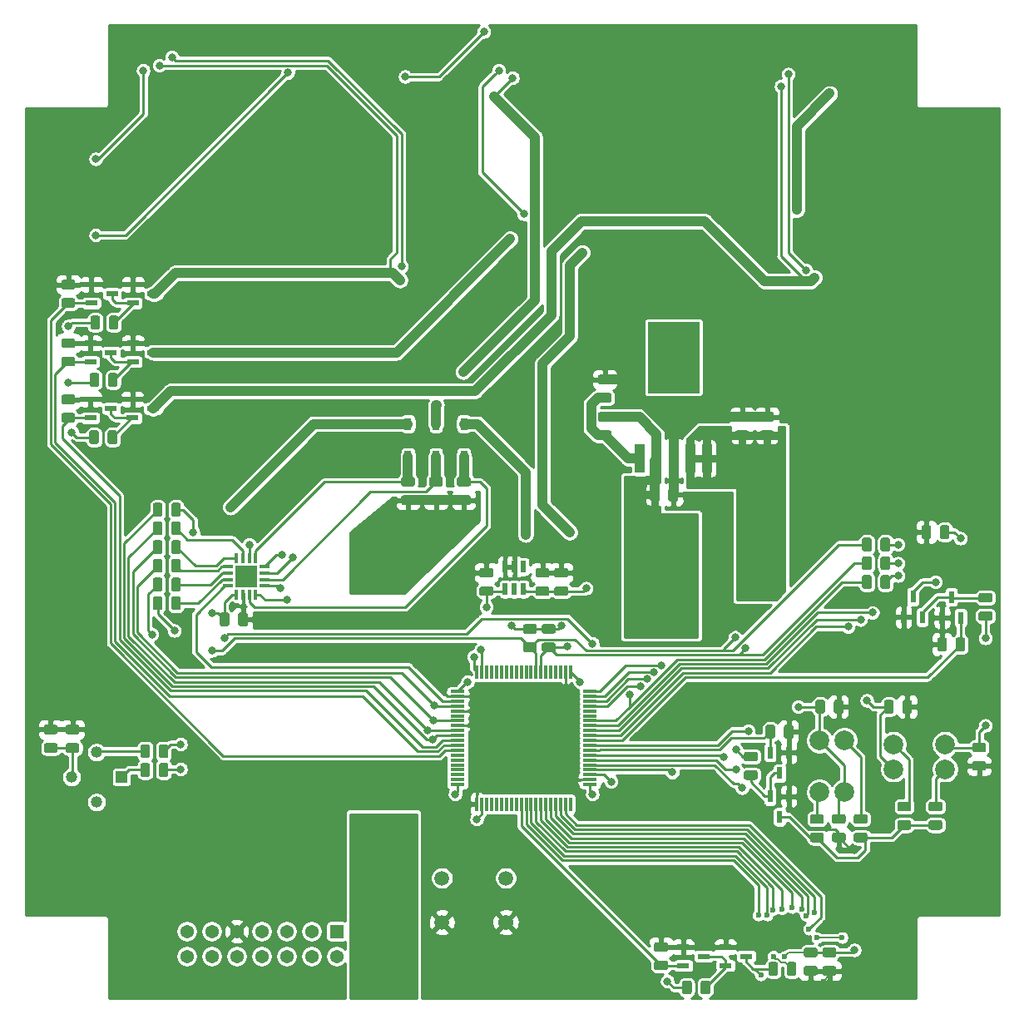
<source format=gbr>
G04 #@! TF.GenerationSoftware,KiCad,Pcbnew,5.1.5+dfsg1-2build2*
G04 #@! TF.CreationDate,2020-05-18T23:31:35+02:00*
G04 #@! TF.ProjectId,proto2,70726f74-6f32-42e6-9b69-6361645f7063,rev?*
G04 #@! TF.SameCoordinates,Original*
G04 #@! TF.FileFunction,Copper,L2,Bot*
G04 #@! TF.FilePolarity,Positive*
%FSLAX46Y46*%
G04 Gerber Fmt 4.6, Leading zero omitted, Abs format (unit mm)*
G04 Created by KiCad (PCBNEW 5.1.5+dfsg1-2build2) date 2020-05-18 23:31:35*
%MOMM*%
%LPD*%
G04 APERTURE LIST*
%ADD10R,1.475000X0.300000*%
%ADD11R,0.300000X1.475000*%
%ADD12R,2.200000X2.200000*%
%ADD13R,1.050000X0.350000*%
%ADD14R,0.350000X1.050000*%
%ADD15R,0.508000X1.219200*%
%ADD16C,1.500000*%
%ADD17C,1.540000*%
%ADD18C,1.192000*%
%ADD19R,1.192000X1.192000*%
%ADD20C,0.100000*%
%ADD21R,5.250000X7.240000*%
%ADD22R,1.000000X3.000000*%
%ADD23C,2.000000*%
%ADD24R,0.600000X1.300000*%
%ADD25R,1.300000X0.600000*%
%ADD26C,1.370000*%
%ADD27R,1.370000X1.370000*%
%ADD28R,0.730000X1.210000*%
%ADD29C,0.800000*%
%ADD30C,0.600000*%
%ADD31C,1.000000*%
%ADD32C,1.000000*%
%ADD33C,0.250000*%
%ADD34C,0.200000*%
%ADD35C,0.400000*%
%ADD36C,0.254000*%
G04 APERTURE END LIST*
D10*
X135502000Y-119710000D03*
X135502000Y-120210000D03*
X135502000Y-120710000D03*
X135502000Y-121210000D03*
X135502000Y-121710000D03*
X135502000Y-122210000D03*
X135502000Y-122710000D03*
X135502000Y-123210000D03*
X135502000Y-123710000D03*
X135502000Y-124210000D03*
X135502000Y-124710000D03*
X135502000Y-125210000D03*
X135502000Y-125710000D03*
X135502000Y-126210000D03*
X135502000Y-126710000D03*
X135502000Y-127210000D03*
X135502000Y-127710000D03*
X135502000Y-128210000D03*
X135502000Y-128710000D03*
X135502000Y-129210000D03*
D11*
X137490000Y-131198000D03*
X137990000Y-131198000D03*
X138490000Y-131198000D03*
X138990000Y-131198000D03*
X139490000Y-131198000D03*
X139990000Y-131198000D03*
X140490000Y-131198000D03*
X140990000Y-131198000D03*
X141490000Y-131198000D03*
X141990000Y-131198000D03*
X142490000Y-131198000D03*
X142990000Y-131198000D03*
X143490000Y-131198000D03*
X143990000Y-131198000D03*
X144490000Y-131198000D03*
X144990000Y-131198000D03*
X145490000Y-131198000D03*
X145990000Y-131198000D03*
X146490000Y-131198000D03*
X146990000Y-131198000D03*
D10*
X148978000Y-129210000D03*
X148978000Y-128710000D03*
X148978000Y-128210000D03*
X148978000Y-127710000D03*
X148978000Y-127210000D03*
X148978000Y-126710000D03*
X148978000Y-126210000D03*
X148978000Y-125710000D03*
X148978000Y-125210000D03*
X148978000Y-124710000D03*
X148978000Y-124210000D03*
X148978000Y-123710000D03*
X148978000Y-123210000D03*
X148978000Y-122710000D03*
X148978000Y-122210000D03*
X148978000Y-121710000D03*
X148978000Y-121210000D03*
X148978000Y-120710000D03*
X148978000Y-120210000D03*
X148978000Y-119710000D03*
D11*
X146990000Y-117722000D03*
X146490000Y-117722000D03*
X145990000Y-117722000D03*
X145490000Y-117722000D03*
X144990000Y-117722000D03*
X144490000Y-117722000D03*
X143990000Y-117722000D03*
X143490000Y-117722000D03*
X142990000Y-117722000D03*
X142490000Y-117722000D03*
X141990000Y-117722000D03*
X141490000Y-117722000D03*
X140990000Y-117722000D03*
X140490000Y-117722000D03*
X139990000Y-117722000D03*
X139490000Y-117722000D03*
X138990000Y-117722000D03*
X138490000Y-117722000D03*
X137990000Y-117722000D03*
X137490000Y-117722000D03*
D12*
X113990000Y-108005000D03*
D13*
X115840000Y-108980000D03*
X115840000Y-108330000D03*
X115840000Y-107680000D03*
X115840000Y-107030000D03*
D14*
X114965000Y-106155000D03*
X114315000Y-106155000D03*
X113665000Y-106155000D03*
X113015000Y-106155000D03*
D13*
X112140000Y-107030000D03*
X112140000Y-107680000D03*
X112140000Y-108330000D03*
X112140000Y-108980000D03*
D14*
X113015000Y-109855000D03*
X113665000Y-109855000D03*
X114315000Y-109855000D03*
X114965000Y-109855000D03*
D15*
X140346500Y-109316599D03*
X141286300Y-109316599D03*
X142226100Y-109316599D03*
X142226100Y-107030599D03*
X141286300Y-107030599D03*
X140346500Y-107030599D03*
D16*
X133910000Y-138720000D03*
X140410000Y-138720000D03*
X133910000Y-143220000D03*
D17*
X140410000Y-143220000D03*
D18*
X98755200Y-130987800D03*
X96215200Y-128447800D03*
X98755200Y-125907800D03*
D19*
X101295200Y-128447800D03*
G04 #@! TA.AperFunction,SMDPad,CuDef*
D20*
G36*
X100773142Y-81470174D02*
G01*
X100796803Y-81473684D01*
X100820007Y-81479496D01*
X100842529Y-81487554D01*
X100864153Y-81497782D01*
X100884670Y-81510079D01*
X100903883Y-81524329D01*
X100921607Y-81540393D01*
X100937671Y-81558117D01*
X100951921Y-81577330D01*
X100964218Y-81597847D01*
X100974446Y-81619471D01*
X100982504Y-81641993D01*
X100988316Y-81665197D01*
X100991826Y-81688858D01*
X100993000Y-81712750D01*
X100993000Y-82625250D01*
X100991826Y-82649142D01*
X100988316Y-82672803D01*
X100982504Y-82696007D01*
X100974446Y-82718529D01*
X100964218Y-82740153D01*
X100951921Y-82760670D01*
X100937671Y-82779883D01*
X100921607Y-82797607D01*
X100903883Y-82813671D01*
X100884670Y-82827921D01*
X100864153Y-82840218D01*
X100842529Y-82850446D01*
X100820007Y-82858504D01*
X100796803Y-82864316D01*
X100773142Y-82867826D01*
X100749250Y-82869000D01*
X100261750Y-82869000D01*
X100237858Y-82867826D01*
X100214197Y-82864316D01*
X100190993Y-82858504D01*
X100168471Y-82850446D01*
X100146847Y-82840218D01*
X100126330Y-82827921D01*
X100107117Y-82813671D01*
X100089393Y-82797607D01*
X100073329Y-82779883D01*
X100059079Y-82760670D01*
X100046782Y-82740153D01*
X100036554Y-82718529D01*
X100028496Y-82696007D01*
X100022684Y-82672803D01*
X100019174Y-82649142D01*
X100018000Y-82625250D01*
X100018000Y-81712750D01*
X100019174Y-81688858D01*
X100022684Y-81665197D01*
X100028496Y-81641993D01*
X100036554Y-81619471D01*
X100046782Y-81597847D01*
X100059079Y-81577330D01*
X100073329Y-81558117D01*
X100089393Y-81540393D01*
X100107117Y-81524329D01*
X100126330Y-81510079D01*
X100146847Y-81497782D01*
X100168471Y-81487554D01*
X100190993Y-81479496D01*
X100214197Y-81473684D01*
X100237858Y-81470174D01*
X100261750Y-81469000D01*
X100749250Y-81469000D01*
X100773142Y-81470174D01*
G37*
G04 #@! TD.AperFunction*
G04 #@! TA.AperFunction,SMDPad,CuDef*
G36*
X98898142Y-81470174D02*
G01*
X98921803Y-81473684D01*
X98945007Y-81479496D01*
X98967529Y-81487554D01*
X98989153Y-81497782D01*
X99009670Y-81510079D01*
X99028883Y-81524329D01*
X99046607Y-81540393D01*
X99062671Y-81558117D01*
X99076921Y-81577330D01*
X99089218Y-81597847D01*
X99099446Y-81619471D01*
X99107504Y-81641993D01*
X99113316Y-81665197D01*
X99116826Y-81688858D01*
X99118000Y-81712750D01*
X99118000Y-82625250D01*
X99116826Y-82649142D01*
X99113316Y-82672803D01*
X99107504Y-82696007D01*
X99099446Y-82718529D01*
X99089218Y-82740153D01*
X99076921Y-82760670D01*
X99062671Y-82779883D01*
X99046607Y-82797607D01*
X99028883Y-82813671D01*
X99009670Y-82827921D01*
X98989153Y-82840218D01*
X98967529Y-82850446D01*
X98945007Y-82858504D01*
X98921803Y-82864316D01*
X98898142Y-82867826D01*
X98874250Y-82869000D01*
X98386750Y-82869000D01*
X98362858Y-82867826D01*
X98339197Y-82864316D01*
X98315993Y-82858504D01*
X98293471Y-82850446D01*
X98271847Y-82840218D01*
X98251330Y-82827921D01*
X98232117Y-82813671D01*
X98214393Y-82797607D01*
X98198329Y-82779883D01*
X98184079Y-82760670D01*
X98171782Y-82740153D01*
X98161554Y-82718529D01*
X98153496Y-82696007D01*
X98147684Y-82672803D01*
X98144174Y-82649142D01*
X98143000Y-82625250D01*
X98143000Y-81712750D01*
X98144174Y-81688858D01*
X98147684Y-81665197D01*
X98153496Y-81641993D01*
X98161554Y-81619471D01*
X98171782Y-81597847D01*
X98184079Y-81577330D01*
X98198329Y-81558117D01*
X98214393Y-81540393D01*
X98232117Y-81524329D01*
X98251330Y-81510079D01*
X98271847Y-81497782D01*
X98293471Y-81487554D01*
X98315993Y-81479496D01*
X98339197Y-81473684D01*
X98362858Y-81470174D01*
X98386750Y-81469000D01*
X98874250Y-81469000D01*
X98898142Y-81470174D01*
G37*
G04 #@! TD.AperFunction*
G04 #@! TA.AperFunction,SMDPad,CuDef*
G36*
X107123142Y-100520174D02*
G01*
X107146803Y-100523684D01*
X107170007Y-100529496D01*
X107192529Y-100537554D01*
X107214153Y-100547782D01*
X107234670Y-100560079D01*
X107253883Y-100574329D01*
X107271607Y-100590393D01*
X107287671Y-100608117D01*
X107301921Y-100627330D01*
X107314218Y-100647847D01*
X107324446Y-100669471D01*
X107332504Y-100691993D01*
X107338316Y-100715197D01*
X107341826Y-100738858D01*
X107343000Y-100762750D01*
X107343000Y-101675250D01*
X107341826Y-101699142D01*
X107338316Y-101722803D01*
X107332504Y-101746007D01*
X107324446Y-101768529D01*
X107314218Y-101790153D01*
X107301921Y-101810670D01*
X107287671Y-101829883D01*
X107271607Y-101847607D01*
X107253883Y-101863671D01*
X107234670Y-101877921D01*
X107214153Y-101890218D01*
X107192529Y-101900446D01*
X107170007Y-101908504D01*
X107146803Y-101914316D01*
X107123142Y-101917826D01*
X107099250Y-101919000D01*
X106611750Y-101919000D01*
X106587858Y-101917826D01*
X106564197Y-101914316D01*
X106540993Y-101908504D01*
X106518471Y-101900446D01*
X106496847Y-101890218D01*
X106476330Y-101877921D01*
X106457117Y-101863671D01*
X106439393Y-101847607D01*
X106423329Y-101829883D01*
X106409079Y-101810670D01*
X106396782Y-101790153D01*
X106386554Y-101768529D01*
X106378496Y-101746007D01*
X106372684Y-101722803D01*
X106369174Y-101699142D01*
X106368000Y-101675250D01*
X106368000Y-100762750D01*
X106369174Y-100738858D01*
X106372684Y-100715197D01*
X106378496Y-100691993D01*
X106386554Y-100669471D01*
X106396782Y-100647847D01*
X106409079Y-100627330D01*
X106423329Y-100608117D01*
X106439393Y-100590393D01*
X106457117Y-100574329D01*
X106476330Y-100560079D01*
X106496847Y-100547782D01*
X106518471Y-100537554D01*
X106540993Y-100529496D01*
X106564197Y-100523684D01*
X106587858Y-100520174D01*
X106611750Y-100519000D01*
X107099250Y-100519000D01*
X107123142Y-100520174D01*
G37*
G04 #@! TD.AperFunction*
G04 #@! TA.AperFunction,SMDPad,CuDef*
G36*
X105248142Y-100520174D02*
G01*
X105271803Y-100523684D01*
X105295007Y-100529496D01*
X105317529Y-100537554D01*
X105339153Y-100547782D01*
X105359670Y-100560079D01*
X105378883Y-100574329D01*
X105396607Y-100590393D01*
X105412671Y-100608117D01*
X105426921Y-100627330D01*
X105439218Y-100647847D01*
X105449446Y-100669471D01*
X105457504Y-100691993D01*
X105463316Y-100715197D01*
X105466826Y-100738858D01*
X105468000Y-100762750D01*
X105468000Y-101675250D01*
X105466826Y-101699142D01*
X105463316Y-101722803D01*
X105457504Y-101746007D01*
X105449446Y-101768529D01*
X105439218Y-101790153D01*
X105426921Y-101810670D01*
X105412671Y-101829883D01*
X105396607Y-101847607D01*
X105378883Y-101863671D01*
X105359670Y-101877921D01*
X105339153Y-101890218D01*
X105317529Y-101900446D01*
X105295007Y-101908504D01*
X105271803Y-101914316D01*
X105248142Y-101917826D01*
X105224250Y-101919000D01*
X104736750Y-101919000D01*
X104712858Y-101917826D01*
X104689197Y-101914316D01*
X104665993Y-101908504D01*
X104643471Y-101900446D01*
X104621847Y-101890218D01*
X104601330Y-101877921D01*
X104582117Y-101863671D01*
X104564393Y-101847607D01*
X104548329Y-101829883D01*
X104534079Y-101810670D01*
X104521782Y-101790153D01*
X104511554Y-101768529D01*
X104503496Y-101746007D01*
X104497684Y-101722803D01*
X104494174Y-101699142D01*
X104493000Y-101675250D01*
X104493000Y-100762750D01*
X104494174Y-100738858D01*
X104497684Y-100715197D01*
X104503496Y-100691993D01*
X104511554Y-100669471D01*
X104521782Y-100647847D01*
X104534079Y-100627330D01*
X104548329Y-100608117D01*
X104564393Y-100590393D01*
X104582117Y-100574329D01*
X104601330Y-100560079D01*
X104621847Y-100547782D01*
X104643471Y-100537554D01*
X104665993Y-100529496D01*
X104689197Y-100523684D01*
X104712858Y-100520174D01*
X104736750Y-100519000D01*
X105224250Y-100519000D01*
X105248142Y-100520174D01*
G37*
G04 #@! TD.AperFunction*
D21*
X157480000Y-85725000D03*
D22*
X154076000Y-96015000D03*
X155778000Y-96015000D03*
X157480000Y-96015000D03*
X159182000Y-96015000D03*
X160884000Y-96015000D03*
D23*
X185126000Y-125095000D03*
X179872000Y-125095000D03*
X185126000Y-127635000D03*
X179872000Y-127635000D03*
X172320200Y-124718000D03*
X172320200Y-129972000D03*
X174860200Y-124718000D03*
X174860200Y-129972000D03*
G04 #@! TA.AperFunction,SMDPad,CuDef*
D20*
G36*
X107123142Y-102425174D02*
G01*
X107146803Y-102428684D01*
X107170007Y-102434496D01*
X107192529Y-102442554D01*
X107214153Y-102452782D01*
X107234670Y-102465079D01*
X107253883Y-102479329D01*
X107271607Y-102495393D01*
X107287671Y-102513117D01*
X107301921Y-102532330D01*
X107314218Y-102552847D01*
X107324446Y-102574471D01*
X107332504Y-102596993D01*
X107338316Y-102620197D01*
X107341826Y-102643858D01*
X107343000Y-102667750D01*
X107343000Y-103580250D01*
X107341826Y-103604142D01*
X107338316Y-103627803D01*
X107332504Y-103651007D01*
X107324446Y-103673529D01*
X107314218Y-103695153D01*
X107301921Y-103715670D01*
X107287671Y-103734883D01*
X107271607Y-103752607D01*
X107253883Y-103768671D01*
X107234670Y-103782921D01*
X107214153Y-103795218D01*
X107192529Y-103805446D01*
X107170007Y-103813504D01*
X107146803Y-103819316D01*
X107123142Y-103822826D01*
X107099250Y-103824000D01*
X106611750Y-103824000D01*
X106587858Y-103822826D01*
X106564197Y-103819316D01*
X106540993Y-103813504D01*
X106518471Y-103805446D01*
X106496847Y-103795218D01*
X106476330Y-103782921D01*
X106457117Y-103768671D01*
X106439393Y-103752607D01*
X106423329Y-103734883D01*
X106409079Y-103715670D01*
X106396782Y-103695153D01*
X106386554Y-103673529D01*
X106378496Y-103651007D01*
X106372684Y-103627803D01*
X106369174Y-103604142D01*
X106368000Y-103580250D01*
X106368000Y-102667750D01*
X106369174Y-102643858D01*
X106372684Y-102620197D01*
X106378496Y-102596993D01*
X106386554Y-102574471D01*
X106396782Y-102552847D01*
X106409079Y-102532330D01*
X106423329Y-102513117D01*
X106439393Y-102495393D01*
X106457117Y-102479329D01*
X106476330Y-102465079D01*
X106496847Y-102452782D01*
X106518471Y-102442554D01*
X106540993Y-102434496D01*
X106564197Y-102428684D01*
X106587858Y-102425174D01*
X106611750Y-102424000D01*
X107099250Y-102424000D01*
X107123142Y-102425174D01*
G37*
G04 #@! TD.AperFunction*
G04 #@! TA.AperFunction,SMDPad,CuDef*
G36*
X105248142Y-102425174D02*
G01*
X105271803Y-102428684D01*
X105295007Y-102434496D01*
X105317529Y-102442554D01*
X105339153Y-102452782D01*
X105359670Y-102465079D01*
X105378883Y-102479329D01*
X105396607Y-102495393D01*
X105412671Y-102513117D01*
X105426921Y-102532330D01*
X105439218Y-102552847D01*
X105449446Y-102574471D01*
X105457504Y-102596993D01*
X105463316Y-102620197D01*
X105466826Y-102643858D01*
X105468000Y-102667750D01*
X105468000Y-103580250D01*
X105466826Y-103604142D01*
X105463316Y-103627803D01*
X105457504Y-103651007D01*
X105449446Y-103673529D01*
X105439218Y-103695153D01*
X105426921Y-103715670D01*
X105412671Y-103734883D01*
X105396607Y-103752607D01*
X105378883Y-103768671D01*
X105359670Y-103782921D01*
X105339153Y-103795218D01*
X105317529Y-103805446D01*
X105295007Y-103813504D01*
X105271803Y-103819316D01*
X105248142Y-103822826D01*
X105224250Y-103824000D01*
X104736750Y-103824000D01*
X104712858Y-103822826D01*
X104689197Y-103819316D01*
X104665993Y-103813504D01*
X104643471Y-103805446D01*
X104621847Y-103795218D01*
X104601330Y-103782921D01*
X104582117Y-103768671D01*
X104564393Y-103752607D01*
X104548329Y-103734883D01*
X104534079Y-103715670D01*
X104521782Y-103695153D01*
X104511554Y-103673529D01*
X104503496Y-103651007D01*
X104497684Y-103627803D01*
X104494174Y-103604142D01*
X104493000Y-103580250D01*
X104493000Y-102667750D01*
X104494174Y-102643858D01*
X104497684Y-102620197D01*
X104503496Y-102596993D01*
X104511554Y-102574471D01*
X104521782Y-102552847D01*
X104534079Y-102532330D01*
X104548329Y-102513117D01*
X104564393Y-102495393D01*
X104582117Y-102479329D01*
X104601330Y-102465079D01*
X104621847Y-102452782D01*
X104643471Y-102442554D01*
X104665993Y-102434496D01*
X104689197Y-102428684D01*
X104712858Y-102425174D01*
X104736750Y-102424000D01*
X105224250Y-102424000D01*
X105248142Y-102425174D01*
G37*
G04 #@! TD.AperFunction*
G04 #@! TA.AperFunction,SMDPad,CuDef*
G36*
X107123142Y-104330174D02*
G01*
X107146803Y-104333684D01*
X107170007Y-104339496D01*
X107192529Y-104347554D01*
X107214153Y-104357782D01*
X107234670Y-104370079D01*
X107253883Y-104384329D01*
X107271607Y-104400393D01*
X107287671Y-104418117D01*
X107301921Y-104437330D01*
X107314218Y-104457847D01*
X107324446Y-104479471D01*
X107332504Y-104501993D01*
X107338316Y-104525197D01*
X107341826Y-104548858D01*
X107343000Y-104572750D01*
X107343000Y-105485250D01*
X107341826Y-105509142D01*
X107338316Y-105532803D01*
X107332504Y-105556007D01*
X107324446Y-105578529D01*
X107314218Y-105600153D01*
X107301921Y-105620670D01*
X107287671Y-105639883D01*
X107271607Y-105657607D01*
X107253883Y-105673671D01*
X107234670Y-105687921D01*
X107214153Y-105700218D01*
X107192529Y-105710446D01*
X107170007Y-105718504D01*
X107146803Y-105724316D01*
X107123142Y-105727826D01*
X107099250Y-105729000D01*
X106611750Y-105729000D01*
X106587858Y-105727826D01*
X106564197Y-105724316D01*
X106540993Y-105718504D01*
X106518471Y-105710446D01*
X106496847Y-105700218D01*
X106476330Y-105687921D01*
X106457117Y-105673671D01*
X106439393Y-105657607D01*
X106423329Y-105639883D01*
X106409079Y-105620670D01*
X106396782Y-105600153D01*
X106386554Y-105578529D01*
X106378496Y-105556007D01*
X106372684Y-105532803D01*
X106369174Y-105509142D01*
X106368000Y-105485250D01*
X106368000Y-104572750D01*
X106369174Y-104548858D01*
X106372684Y-104525197D01*
X106378496Y-104501993D01*
X106386554Y-104479471D01*
X106396782Y-104457847D01*
X106409079Y-104437330D01*
X106423329Y-104418117D01*
X106439393Y-104400393D01*
X106457117Y-104384329D01*
X106476330Y-104370079D01*
X106496847Y-104357782D01*
X106518471Y-104347554D01*
X106540993Y-104339496D01*
X106564197Y-104333684D01*
X106587858Y-104330174D01*
X106611750Y-104329000D01*
X107099250Y-104329000D01*
X107123142Y-104330174D01*
G37*
G04 #@! TD.AperFunction*
G04 #@! TA.AperFunction,SMDPad,CuDef*
G36*
X105248142Y-104330174D02*
G01*
X105271803Y-104333684D01*
X105295007Y-104339496D01*
X105317529Y-104347554D01*
X105339153Y-104357782D01*
X105359670Y-104370079D01*
X105378883Y-104384329D01*
X105396607Y-104400393D01*
X105412671Y-104418117D01*
X105426921Y-104437330D01*
X105439218Y-104457847D01*
X105449446Y-104479471D01*
X105457504Y-104501993D01*
X105463316Y-104525197D01*
X105466826Y-104548858D01*
X105468000Y-104572750D01*
X105468000Y-105485250D01*
X105466826Y-105509142D01*
X105463316Y-105532803D01*
X105457504Y-105556007D01*
X105449446Y-105578529D01*
X105439218Y-105600153D01*
X105426921Y-105620670D01*
X105412671Y-105639883D01*
X105396607Y-105657607D01*
X105378883Y-105673671D01*
X105359670Y-105687921D01*
X105339153Y-105700218D01*
X105317529Y-105710446D01*
X105295007Y-105718504D01*
X105271803Y-105724316D01*
X105248142Y-105727826D01*
X105224250Y-105729000D01*
X104736750Y-105729000D01*
X104712858Y-105727826D01*
X104689197Y-105724316D01*
X104665993Y-105718504D01*
X104643471Y-105710446D01*
X104621847Y-105700218D01*
X104601330Y-105687921D01*
X104582117Y-105673671D01*
X104564393Y-105657607D01*
X104548329Y-105639883D01*
X104534079Y-105620670D01*
X104521782Y-105600153D01*
X104511554Y-105578529D01*
X104503496Y-105556007D01*
X104497684Y-105532803D01*
X104494174Y-105509142D01*
X104493000Y-105485250D01*
X104493000Y-104572750D01*
X104494174Y-104548858D01*
X104497684Y-104525197D01*
X104503496Y-104501993D01*
X104511554Y-104479471D01*
X104521782Y-104457847D01*
X104534079Y-104437330D01*
X104548329Y-104418117D01*
X104564393Y-104400393D01*
X104582117Y-104384329D01*
X104601330Y-104370079D01*
X104621847Y-104357782D01*
X104643471Y-104347554D01*
X104665993Y-104339496D01*
X104689197Y-104333684D01*
X104712858Y-104330174D01*
X104736750Y-104329000D01*
X105224250Y-104329000D01*
X105248142Y-104330174D01*
G37*
G04 #@! TD.AperFunction*
G04 #@! TA.AperFunction,SMDPad,CuDef*
G36*
X107123142Y-106235174D02*
G01*
X107146803Y-106238684D01*
X107170007Y-106244496D01*
X107192529Y-106252554D01*
X107214153Y-106262782D01*
X107234670Y-106275079D01*
X107253883Y-106289329D01*
X107271607Y-106305393D01*
X107287671Y-106323117D01*
X107301921Y-106342330D01*
X107314218Y-106362847D01*
X107324446Y-106384471D01*
X107332504Y-106406993D01*
X107338316Y-106430197D01*
X107341826Y-106453858D01*
X107343000Y-106477750D01*
X107343000Y-107390250D01*
X107341826Y-107414142D01*
X107338316Y-107437803D01*
X107332504Y-107461007D01*
X107324446Y-107483529D01*
X107314218Y-107505153D01*
X107301921Y-107525670D01*
X107287671Y-107544883D01*
X107271607Y-107562607D01*
X107253883Y-107578671D01*
X107234670Y-107592921D01*
X107214153Y-107605218D01*
X107192529Y-107615446D01*
X107170007Y-107623504D01*
X107146803Y-107629316D01*
X107123142Y-107632826D01*
X107099250Y-107634000D01*
X106611750Y-107634000D01*
X106587858Y-107632826D01*
X106564197Y-107629316D01*
X106540993Y-107623504D01*
X106518471Y-107615446D01*
X106496847Y-107605218D01*
X106476330Y-107592921D01*
X106457117Y-107578671D01*
X106439393Y-107562607D01*
X106423329Y-107544883D01*
X106409079Y-107525670D01*
X106396782Y-107505153D01*
X106386554Y-107483529D01*
X106378496Y-107461007D01*
X106372684Y-107437803D01*
X106369174Y-107414142D01*
X106368000Y-107390250D01*
X106368000Y-106477750D01*
X106369174Y-106453858D01*
X106372684Y-106430197D01*
X106378496Y-106406993D01*
X106386554Y-106384471D01*
X106396782Y-106362847D01*
X106409079Y-106342330D01*
X106423329Y-106323117D01*
X106439393Y-106305393D01*
X106457117Y-106289329D01*
X106476330Y-106275079D01*
X106496847Y-106262782D01*
X106518471Y-106252554D01*
X106540993Y-106244496D01*
X106564197Y-106238684D01*
X106587858Y-106235174D01*
X106611750Y-106234000D01*
X107099250Y-106234000D01*
X107123142Y-106235174D01*
G37*
G04 #@! TD.AperFunction*
G04 #@! TA.AperFunction,SMDPad,CuDef*
G36*
X105248142Y-106235174D02*
G01*
X105271803Y-106238684D01*
X105295007Y-106244496D01*
X105317529Y-106252554D01*
X105339153Y-106262782D01*
X105359670Y-106275079D01*
X105378883Y-106289329D01*
X105396607Y-106305393D01*
X105412671Y-106323117D01*
X105426921Y-106342330D01*
X105439218Y-106362847D01*
X105449446Y-106384471D01*
X105457504Y-106406993D01*
X105463316Y-106430197D01*
X105466826Y-106453858D01*
X105468000Y-106477750D01*
X105468000Y-107390250D01*
X105466826Y-107414142D01*
X105463316Y-107437803D01*
X105457504Y-107461007D01*
X105449446Y-107483529D01*
X105439218Y-107505153D01*
X105426921Y-107525670D01*
X105412671Y-107544883D01*
X105396607Y-107562607D01*
X105378883Y-107578671D01*
X105359670Y-107592921D01*
X105339153Y-107605218D01*
X105317529Y-107615446D01*
X105295007Y-107623504D01*
X105271803Y-107629316D01*
X105248142Y-107632826D01*
X105224250Y-107634000D01*
X104736750Y-107634000D01*
X104712858Y-107632826D01*
X104689197Y-107629316D01*
X104665993Y-107623504D01*
X104643471Y-107615446D01*
X104621847Y-107605218D01*
X104601330Y-107592921D01*
X104582117Y-107578671D01*
X104564393Y-107562607D01*
X104548329Y-107544883D01*
X104534079Y-107525670D01*
X104521782Y-107505153D01*
X104511554Y-107483529D01*
X104503496Y-107461007D01*
X104497684Y-107437803D01*
X104494174Y-107414142D01*
X104493000Y-107390250D01*
X104493000Y-106477750D01*
X104494174Y-106453858D01*
X104497684Y-106430197D01*
X104503496Y-106406993D01*
X104511554Y-106384471D01*
X104521782Y-106362847D01*
X104534079Y-106342330D01*
X104548329Y-106323117D01*
X104564393Y-106305393D01*
X104582117Y-106289329D01*
X104601330Y-106275079D01*
X104621847Y-106262782D01*
X104643471Y-106252554D01*
X104665993Y-106244496D01*
X104689197Y-106238684D01*
X104712858Y-106235174D01*
X104736750Y-106234000D01*
X105224250Y-106234000D01*
X105248142Y-106235174D01*
G37*
G04 #@! TD.AperFunction*
G04 #@! TA.AperFunction,SMDPad,CuDef*
G36*
X105248142Y-108140174D02*
G01*
X105271803Y-108143684D01*
X105295007Y-108149496D01*
X105317529Y-108157554D01*
X105339153Y-108167782D01*
X105359670Y-108180079D01*
X105378883Y-108194329D01*
X105396607Y-108210393D01*
X105412671Y-108228117D01*
X105426921Y-108247330D01*
X105439218Y-108267847D01*
X105449446Y-108289471D01*
X105457504Y-108311993D01*
X105463316Y-108335197D01*
X105466826Y-108358858D01*
X105468000Y-108382750D01*
X105468000Y-109295250D01*
X105466826Y-109319142D01*
X105463316Y-109342803D01*
X105457504Y-109366007D01*
X105449446Y-109388529D01*
X105439218Y-109410153D01*
X105426921Y-109430670D01*
X105412671Y-109449883D01*
X105396607Y-109467607D01*
X105378883Y-109483671D01*
X105359670Y-109497921D01*
X105339153Y-109510218D01*
X105317529Y-109520446D01*
X105295007Y-109528504D01*
X105271803Y-109534316D01*
X105248142Y-109537826D01*
X105224250Y-109539000D01*
X104736750Y-109539000D01*
X104712858Y-109537826D01*
X104689197Y-109534316D01*
X104665993Y-109528504D01*
X104643471Y-109520446D01*
X104621847Y-109510218D01*
X104601330Y-109497921D01*
X104582117Y-109483671D01*
X104564393Y-109467607D01*
X104548329Y-109449883D01*
X104534079Y-109430670D01*
X104521782Y-109410153D01*
X104511554Y-109388529D01*
X104503496Y-109366007D01*
X104497684Y-109342803D01*
X104494174Y-109319142D01*
X104493000Y-109295250D01*
X104493000Y-108382750D01*
X104494174Y-108358858D01*
X104497684Y-108335197D01*
X104503496Y-108311993D01*
X104511554Y-108289471D01*
X104521782Y-108267847D01*
X104534079Y-108247330D01*
X104548329Y-108228117D01*
X104564393Y-108210393D01*
X104582117Y-108194329D01*
X104601330Y-108180079D01*
X104621847Y-108167782D01*
X104643471Y-108157554D01*
X104665993Y-108149496D01*
X104689197Y-108143684D01*
X104712858Y-108140174D01*
X104736750Y-108139000D01*
X105224250Y-108139000D01*
X105248142Y-108140174D01*
G37*
G04 #@! TD.AperFunction*
G04 #@! TA.AperFunction,SMDPad,CuDef*
G36*
X107123142Y-108140174D02*
G01*
X107146803Y-108143684D01*
X107170007Y-108149496D01*
X107192529Y-108157554D01*
X107214153Y-108167782D01*
X107234670Y-108180079D01*
X107253883Y-108194329D01*
X107271607Y-108210393D01*
X107287671Y-108228117D01*
X107301921Y-108247330D01*
X107314218Y-108267847D01*
X107324446Y-108289471D01*
X107332504Y-108311993D01*
X107338316Y-108335197D01*
X107341826Y-108358858D01*
X107343000Y-108382750D01*
X107343000Y-109295250D01*
X107341826Y-109319142D01*
X107338316Y-109342803D01*
X107332504Y-109366007D01*
X107324446Y-109388529D01*
X107314218Y-109410153D01*
X107301921Y-109430670D01*
X107287671Y-109449883D01*
X107271607Y-109467607D01*
X107253883Y-109483671D01*
X107234670Y-109497921D01*
X107214153Y-109510218D01*
X107192529Y-109520446D01*
X107170007Y-109528504D01*
X107146803Y-109534316D01*
X107123142Y-109537826D01*
X107099250Y-109539000D01*
X106611750Y-109539000D01*
X106587858Y-109537826D01*
X106564197Y-109534316D01*
X106540993Y-109528504D01*
X106518471Y-109520446D01*
X106496847Y-109510218D01*
X106476330Y-109497921D01*
X106457117Y-109483671D01*
X106439393Y-109467607D01*
X106423329Y-109449883D01*
X106409079Y-109430670D01*
X106396782Y-109410153D01*
X106386554Y-109388529D01*
X106378496Y-109366007D01*
X106372684Y-109342803D01*
X106369174Y-109319142D01*
X106368000Y-109295250D01*
X106368000Y-108382750D01*
X106369174Y-108358858D01*
X106372684Y-108335197D01*
X106378496Y-108311993D01*
X106386554Y-108289471D01*
X106396782Y-108267847D01*
X106409079Y-108247330D01*
X106423329Y-108228117D01*
X106439393Y-108210393D01*
X106457117Y-108194329D01*
X106476330Y-108180079D01*
X106496847Y-108167782D01*
X106518471Y-108157554D01*
X106540993Y-108149496D01*
X106564197Y-108143684D01*
X106587858Y-108140174D01*
X106611750Y-108139000D01*
X107099250Y-108139000D01*
X107123142Y-108140174D01*
G37*
G04 #@! TD.AperFunction*
G04 #@! TA.AperFunction,SMDPad,CuDef*
G36*
X105248142Y-110045174D02*
G01*
X105271803Y-110048684D01*
X105295007Y-110054496D01*
X105317529Y-110062554D01*
X105339153Y-110072782D01*
X105359670Y-110085079D01*
X105378883Y-110099329D01*
X105396607Y-110115393D01*
X105412671Y-110133117D01*
X105426921Y-110152330D01*
X105439218Y-110172847D01*
X105449446Y-110194471D01*
X105457504Y-110216993D01*
X105463316Y-110240197D01*
X105466826Y-110263858D01*
X105468000Y-110287750D01*
X105468000Y-111200250D01*
X105466826Y-111224142D01*
X105463316Y-111247803D01*
X105457504Y-111271007D01*
X105449446Y-111293529D01*
X105439218Y-111315153D01*
X105426921Y-111335670D01*
X105412671Y-111354883D01*
X105396607Y-111372607D01*
X105378883Y-111388671D01*
X105359670Y-111402921D01*
X105339153Y-111415218D01*
X105317529Y-111425446D01*
X105295007Y-111433504D01*
X105271803Y-111439316D01*
X105248142Y-111442826D01*
X105224250Y-111444000D01*
X104736750Y-111444000D01*
X104712858Y-111442826D01*
X104689197Y-111439316D01*
X104665993Y-111433504D01*
X104643471Y-111425446D01*
X104621847Y-111415218D01*
X104601330Y-111402921D01*
X104582117Y-111388671D01*
X104564393Y-111372607D01*
X104548329Y-111354883D01*
X104534079Y-111335670D01*
X104521782Y-111315153D01*
X104511554Y-111293529D01*
X104503496Y-111271007D01*
X104497684Y-111247803D01*
X104494174Y-111224142D01*
X104493000Y-111200250D01*
X104493000Y-110287750D01*
X104494174Y-110263858D01*
X104497684Y-110240197D01*
X104503496Y-110216993D01*
X104511554Y-110194471D01*
X104521782Y-110172847D01*
X104534079Y-110152330D01*
X104548329Y-110133117D01*
X104564393Y-110115393D01*
X104582117Y-110099329D01*
X104601330Y-110085079D01*
X104621847Y-110072782D01*
X104643471Y-110062554D01*
X104665993Y-110054496D01*
X104689197Y-110048684D01*
X104712858Y-110045174D01*
X104736750Y-110044000D01*
X105224250Y-110044000D01*
X105248142Y-110045174D01*
G37*
G04 #@! TD.AperFunction*
G04 #@! TA.AperFunction,SMDPad,CuDef*
G36*
X107123142Y-110045174D02*
G01*
X107146803Y-110048684D01*
X107170007Y-110054496D01*
X107192529Y-110062554D01*
X107214153Y-110072782D01*
X107234670Y-110085079D01*
X107253883Y-110099329D01*
X107271607Y-110115393D01*
X107287671Y-110133117D01*
X107301921Y-110152330D01*
X107314218Y-110172847D01*
X107324446Y-110194471D01*
X107332504Y-110216993D01*
X107338316Y-110240197D01*
X107341826Y-110263858D01*
X107343000Y-110287750D01*
X107343000Y-111200250D01*
X107341826Y-111224142D01*
X107338316Y-111247803D01*
X107332504Y-111271007D01*
X107324446Y-111293529D01*
X107314218Y-111315153D01*
X107301921Y-111335670D01*
X107287671Y-111354883D01*
X107271607Y-111372607D01*
X107253883Y-111388671D01*
X107234670Y-111402921D01*
X107214153Y-111415218D01*
X107192529Y-111425446D01*
X107170007Y-111433504D01*
X107146803Y-111439316D01*
X107123142Y-111442826D01*
X107099250Y-111444000D01*
X106611750Y-111444000D01*
X106587858Y-111442826D01*
X106564197Y-111439316D01*
X106540993Y-111433504D01*
X106518471Y-111425446D01*
X106496847Y-111415218D01*
X106476330Y-111402921D01*
X106457117Y-111388671D01*
X106439393Y-111372607D01*
X106423329Y-111354883D01*
X106409079Y-111335670D01*
X106396782Y-111315153D01*
X106386554Y-111293529D01*
X106378496Y-111271007D01*
X106372684Y-111247803D01*
X106369174Y-111224142D01*
X106368000Y-111200250D01*
X106368000Y-110287750D01*
X106369174Y-110263858D01*
X106372684Y-110240197D01*
X106378496Y-110216993D01*
X106386554Y-110194471D01*
X106396782Y-110172847D01*
X106409079Y-110152330D01*
X106423329Y-110133117D01*
X106439393Y-110115393D01*
X106457117Y-110099329D01*
X106476330Y-110085079D01*
X106496847Y-110072782D01*
X106518471Y-110062554D01*
X106540993Y-110054496D01*
X106564197Y-110048684D01*
X106587858Y-110045174D01*
X106611750Y-110044000D01*
X107099250Y-110044000D01*
X107123142Y-110045174D01*
G37*
G04 #@! TD.AperFunction*
G04 #@! TA.AperFunction,SMDPad,CuDef*
G36*
X150975142Y-87476174D02*
G01*
X150998803Y-87479684D01*
X151022007Y-87485496D01*
X151044529Y-87493554D01*
X151066153Y-87503782D01*
X151086670Y-87516079D01*
X151105883Y-87530329D01*
X151123607Y-87546393D01*
X151139671Y-87564117D01*
X151153921Y-87583330D01*
X151166218Y-87603847D01*
X151176446Y-87625471D01*
X151184504Y-87647993D01*
X151190316Y-87671197D01*
X151193826Y-87694858D01*
X151195000Y-87718750D01*
X151195000Y-88206250D01*
X151193826Y-88230142D01*
X151190316Y-88253803D01*
X151184504Y-88277007D01*
X151176446Y-88299529D01*
X151166218Y-88321153D01*
X151153921Y-88341670D01*
X151139671Y-88360883D01*
X151123607Y-88378607D01*
X151105883Y-88394671D01*
X151086670Y-88408921D01*
X151066153Y-88421218D01*
X151044529Y-88431446D01*
X151022007Y-88439504D01*
X150998803Y-88445316D01*
X150975142Y-88448826D01*
X150951250Y-88450000D01*
X150038750Y-88450000D01*
X150014858Y-88448826D01*
X149991197Y-88445316D01*
X149967993Y-88439504D01*
X149945471Y-88431446D01*
X149923847Y-88421218D01*
X149903330Y-88408921D01*
X149884117Y-88394671D01*
X149866393Y-88378607D01*
X149850329Y-88360883D01*
X149836079Y-88341670D01*
X149823782Y-88321153D01*
X149813554Y-88299529D01*
X149805496Y-88277007D01*
X149799684Y-88253803D01*
X149796174Y-88230142D01*
X149795000Y-88206250D01*
X149795000Y-87718750D01*
X149796174Y-87694858D01*
X149799684Y-87671197D01*
X149805496Y-87647993D01*
X149813554Y-87625471D01*
X149823782Y-87603847D01*
X149836079Y-87583330D01*
X149850329Y-87564117D01*
X149866393Y-87546393D01*
X149884117Y-87530329D01*
X149903330Y-87516079D01*
X149923847Y-87503782D01*
X149945471Y-87493554D01*
X149967993Y-87485496D01*
X149991197Y-87479684D01*
X150014858Y-87476174D01*
X150038750Y-87475000D01*
X150951250Y-87475000D01*
X150975142Y-87476174D01*
G37*
G04 #@! TD.AperFunction*
G04 #@! TA.AperFunction,SMDPad,CuDef*
G36*
X150975142Y-89351174D02*
G01*
X150998803Y-89354684D01*
X151022007Y-89360496D01*
X151044529Y-89368554D01*
X151066153Y-89378782D01*
X151086670Y-89391079D01*
X151105883Y-89405329D01*
X151123607Y-89421393D01*
X151139671Y-89439117D01*
X151153921Y-89458330D01*
X151166218Y-89478847D01*
X151176446Y-89500471D01*
X151184504Y-89522993D01*
X151190316Y-89546197D01*
X151193826Y-89569858D01*
X151195000Y-89593750D01*
X151195000Y-90081250D01*
X151193826Y-90105142D01*
X151190316Y-90128803D01*
X151184504Y-90152007D01*
X151176446Y-90174529D01*
X151166218Y-90196153D01*
X151153921Y-90216670D01*
X151139671Y-90235883D01*
X151123607Y-90253607D01*
X151105883Y-90269671D01*
X151086670Y-90283921D01*
X151066153Y-90296218D01*
X151044529Y-90306446D01*
X151022007Y-90314504D01*
X150998803Y-90320316D01*
X150975142Y-90323826D01*
X150951250Y-90325000D01*
X150038750Y-90325000D01*
X150014858Y-90323826D01*
X149991197Y-90320316D01*
X149967993Y-90314504D01*
X149945471Y-90306446D01*
X149923847Y-90296218D01*
X149903330Y-90283921D01*
X149884117Y-90269671D01*
X149866393Y-90253607D01*
X149850329Y-90235883D01*
X149836079Y-90216670D01*
X149823782Y-90196153D01*
X149813554Y-90174529D01*
X149805496Y-90152007D01*
X149799684Y-90128803D01*
X149796174Y-90105142D01*
X149795000Y-90081250D01*
X149795000Y-89593750D01*
X149796174Y-89569858D01*
X149799684Y-89546197D01*
X149805496Y-89522993D01*
X149813554Y-89500471D01*
X149823782Y-89478847D01*
X149836079Y-89458330D01*
X149850329Y-89439117D01*
X149866393Y-89421393D01*
X149884117Y-89405329D01*
X149903330Y-89391079D01*
X149923847Y-89378782D01*
X149945471Y-89368554D01*
X149967993Y-89360496D01*
X149991197Y-89354684D01*
X150014858Y-89351174D01*
X150038750Y-89350000D01*
X150951250Y-89350000D01*
X150975142Y-89351174D01*
G37*
G04 #@! TD.AperFunction*
G04 #@! TA.AperFunction,SMDPad,CuDef*
G36*
X150975142Y-93161174D02*
G01*
X150998803Y-93164684D01*
X151022007Y-93170496D01*
X151044529Y-93178554D01*
X151066153Y-93188782D01*
X151086670Y-93201079D01*
X151105883Y-93215329D01*
X151123607Y-93231393D01*
X151139671Y-93249117D01*
X151153921Y-93268330D01*
X151166218Y-93288847D01*
X151176446Y-93310471D01*
X151184504Y-93332993D01*
X151190316Y-93356197D01*
X151193826Y-93379858D01*
X151195000Y-93403750D01*
X151195000Y-93891250D01*
X151193826Y-93915142D01*
X151190316Y-93938803D01*
X151184504Y-93962007D01*
X151176446Y-93984529D01*
X151166218Y-94006153D01*
X151153921Y-94026670D01*
X151139671Y-94045883D01*
X151123607Y-94063607D01*
X151105883Y-94079671D01*
X151086670Y-94093921D01*
X151066153Y-94106218D01*
X151044529Y-94116446D01*
X151022007Y-94124504D01*
X150998803Y-94130316D01*
X150975142Y-94133826D01*
X150951250Y-94135000D01*
X150038750Y-94135000D01*
X150014858Y-94133826D01*
X149991197Y-94130316D01*
X149967993Y-94124504D01*
X149945471Y-94116446D01*
X149923847Y-94106218D01*
X149903330Y-94093921D01*
X149884117Y-94079671D01*
X149866393Y-94063607D01*
X149850329Y-94045883D01*
X149836079Y-94026670D01*
X149823782Y-94006153D01*
X149813554Y-93984529D01*
X149805496Y-93962007D01*
X149799684Y-93938803D01*
X149796174Y-93915142D01*
X149795000Y-93891250D01*
X149795000Y-93403750D01*
X149796174Y-93379858D01*
X149799684Y-93356197D01*
X149805496Y-93332993D01*
X149813554Y-93310471D01*
X149823782Y-93288847D01*
X149836079Y-93268330D01*
X149850329Y-93249117D01*
X149866393Y-93231393D01*
X149884117Y-93215329D01*
X149903330Y-93201079D01*
X149923847Y-93188782D01*
X149945471Y-93178554D01*
X149967993Y-93170496D01*
X149991197Y-93164684D01*
X150014858Y-93161174D01*
X150038750Y-93160000D01*
X150951250Y-93160000D01*
X150975142Y-93161174D01*
G37*
G04 #@! TD.AperFunction*
G04 #@! TA.AperFunction,SMDPad,CuDef*
G36*
X150975142Y-91286174D02*
G01*
X150998803Y-91289684D01*
X151022007Y-91295496D01*
X151044529Y-91303554D01*
X151066153Y-91313782D01*
X151086670Y-91326079D01*
X151105883Y-91340329D01*
X151123607Y-91356393D01*
X151139671Y-91374117D01*
X151153921Y-91393330D01*
X151166218Y-91413847D01*
X151176446Y-91435471D01*
X151184504Y-91457993D01*
X151190316Y-91481197D01*
X151193826Y-91504858D01*
X151195000Y-91528750D01*
X151195000Y-92016250D01*
X151193826Y-92040142D01*
X151190316Y-92063803D01*
X151184504Y-92087007D01*
X151176446Y-92109529D01*
X151166218Y-92131153D01*
X151153921Y-92151670D01*
X151139671Y-92170883D01*
X151123607Y-92188607D01*
X151105883Y-92204671D01*
X151086670Y-92218921D01*
X151066153Y-92231218D01*
X151044529Y-92241446D01*
X151022007Y-92249504D01*
X150998803Y-92255316D01*
X150975142Y-92258826D01*
X150951250Y-92260000D01*
X150038750Y-92260000D01*
X150014858Y-92258826D01*
X149991197Y-92255316D01*
X149967993Y-92249504D01*
X149945471Y-92241446D01*
X149923847Y-92231218D01*
X149903330Y-92218921D01*
X149884117Y-92204671D01*
X149866393Y-92188607D01*
X149850329Y-92170883D01*
X149836079Y-92151670D01*
X149823782Y-92131153D01*
X149813554Y-92109529D01*
X149805496Y-92087007D01*
X149799684Y-92063803D01*
X149796174Y-92040142D01*
X149795000Y-92016250D01*
X149795000Y-91528750D01*
X149796174Y-91504858D01*
X149799684Y-91481197D01*
X149805496Y-91457993D01*
X149813554Y-91435471D01*
X149823782Y-91413847D01*
X149836079Y-91393330D01*
X149850329Y-91374117D01*
X149866393Y-91356393D01*
X149884117Y-91340329D01*
X149903330Y-91326079D01*
X149923847Y-91313782D01*
X149945471Y-91303554D01*
X149967993Y-91295496D01*
X149991197Y-91289684D01*
X150014858Y-91286174D01*
X150038750Y-91285000D01*
X150951250Y-91285000D01*
X150975142Y-91286174D01*
G37*
G04 #@! TD.AperFunction*
G04 #@! TA.AperFunction,SMDPad,CuDef*
G36*
X184630142Y-132833674D02*
G01*
X184653803Y-132837184D01*
X184677007Y-132842996D01*
X184699529Y-132851054D01*
X184721153Y-132861282D01*
X184741670Y-132873579D01*
X184760883Y-132887829D01*
X184778607Y-132903893D01*
X184794671Y-132921617D01*
X184808921Y-132940830D01*
X184821218Y-132961347D01*
X184831446Y-132982971D01*
X184839504Y-133005493D01*
X184845316Y-133028697D01*
X184848826Y-133052358D01*
X184850000Y-133076250D01*
X184850000Y-133563750D01*
X184848826Y-133587642D01*
X184845316Y-133611303D01*
X184839504Y-133634507D01*
X184831446Y-133657029D01*
X184821218Y-133678653D01*
X184808921Y-133699170D01*
X184794671Y-133718383D01*
X184778607Y-133736107D01*
X184760883Y-133752171D01*
X184741670Y-133766421D01*
X184721153Y-133778718D01*
X184699529Y-133788946D01*
X184677007Y-133797004D01*
X184653803Y-133802816D01*
X184630142Y-133806326D01*
X184606250Y-133807500D01*
X183693750Y-133807500D01*
X183669858Y-133806326D01*
X183646197Y-133802816D01*
X183622993Y-133797004D01*
X183600471Y-133788946D01*
X183578847Y-133778718D01*
X183558330Y-133766421D01*
X183539117Y-133752171D01*
X183521393Y-133736107D01*
X183505329Y-133718383D01*
X183491079Y-133699170D01*
X183478782Y-133678653D01*
X183468554Y-133657029D01*
X183460496Y-133634507D01*
X183454684Y-133611303D01*
X183451174Y-133587642D01*
X183450000Y-133563750D01*
X183450000Y-133076250D01*
X183451174Y-133052358D01*
X183454684Y-133028697D01*
X183460496Y-133005493D01*
X183468554Y-132982971D01*
X183478782Y-132961347D01*
X183491079Y-132940830D01*
X183505329Y-132921617D01*
X183521393Y-132903893D01*
X183539117Y-132887829D01*
X183558330Y-132873579D01*
X183578847Y-132861282D01*
X183600471Y-132851054D01*
X183622993Y-132842996D01*
X183646197Y-132837184D01*
X183669858Y-132833674D01*
X183693750Y-132832500D01*
X184606250Y-132832500D01*
X184630142Y-132833674D01*
G37*
G04 #@! TD.AperFunction*
G04 #@! TA.AperFunction,SMDPad,CuDef*
G36*
X184630142Y-130958674D02*
G01*
X184653803Y-130962184D01*
X184677007Y-130967996D01*
X184699529Y-130976054D01*
X184721153Y-130986282D01*
X184741670Y-130998579D01*
X184760883Y-131012829D01*
X184778607Y-131028893D01*
X184794671Y-131046617D01*
X184808921Y-131065830D01*
X184821218Y-131086347D01*
X184831446Y-131107971D01*
X184839504Y-131130493D01*
X184845316Y-131153697D01*
X184848826Y-131177358D01*
X184850000Y-131201250D01*
X184850000Y-131688750D01*
X184848826Y-131712642D01*
X184845316Y-131736303D01*
X184839504Y-131759507D01*
X184831446Y-131782029D01*
X184821218Y-131803653D01*
X184808921Y-131824170D01*
X184794671Y-131843383D01*
X184778607Y-131861107D01*
X184760883Y-131877171D01*
X184741670Y-131891421D01*
X184721153Y-131903718D01*
X184699529Y-131913946D01*
X184677007Y-131922004D01*
X184653803Y-131927816D01*
X184630142Y-131931326D01*
X184606250Y-131932500D01*
X183693750Y-131932500D01*
X183669858Y-131931326D01*
X183646197Y-131927816D01*
X183622993Y-131922004D01*
X183600471Y-131913946D01*
X183578847Y-131903718D01*
X183558330Y-131891421D01*
X183539117Y-131877171D01*
X183521393Y-131861107D01*
X183505329Y-131843383D01*
X183491079Y-131824170D01*
X183478782Y-131803653D01*
X183468554Y-131782029D01*
X183460496Y-131759507D01*
X183454684Y-131736303D01*
X183451174Y-131712642D01*
X183450000Y-131688750D01*
X183450000Y-131201250D01*
X183451174Y-131177358D01*
X183454684Y-131153697D01*
X183460496Y-131130493D01*
X183468554Y-131107971D01*
X183478782Y-131086347D01*
X183491079Y-131065830D01*
X183505329Y-131046617D01*
X183521393Y-131028893D01*
X183539117Y-131012829D01*
X183558330Y-130998579D01*
X183578847Y-130986282D01*
X183600471Y-130976054D01*
X183622993Y-130967996D01*
X183646197Y-130962184D01*
X183669858Y-130958674D01*
X183693750Y-130957500D01*
X184606250Y-130957500D01*
X184630142Y-130958674D01*
G37*
G04 #@! TD.AperFunction*
G04 #@! TA.AperFunction,SMDPad,CuDef*
G36*
X181455142Y-132833674D02*
G01*
X181478803Y-132837184D01*
X181502007Y-132842996D01*
X181524529Y-132851054D01*
X181546153Y-132861282D01*
X181566670Y-132873579D01*
X181585883Y-132887829D01*
X181603607Y-132903893D01*
X181619671Y-132921617D01*
X181633921Y-132940830D01*
X181646218Y-132961347D01*
X181656446Y-132982971D01*
X181664504Y-133005493D01*
X181670316Y-133028697D01*
X181673826Y-133052358D01*
X181675000Y-133076250D01*
X181675000Y-133563750D01*
X181673826Y-133587642D01*
X181670316Y-133611303D01*
X181664504Y-133634507D01*
X181656446Y-133657029D01*
X181646218Y-133678653D01*
X181633921Y-133699170D01*
X181619671Y-133718383D01*
X181603607Y-133736107D01*
X181585883Y-133752171D01*
X181566670Y-133766421D01*
X181546153Y-133778718D01*
X181524529Y-133788946D01*
X181502007Y-133797004D01*
X181478803Y-133802816D01*
X181455142Y-133806326D01*
X181431250Y-133807500D01*
X180518750Y-133807500D01*
X180494858Y-133806326D01*
X180471197Y-133802816D01*
X180447993Y-133797004D01*
X180425471Y-133788946D01*
X180403847Y-133778718D01*
X180383330Y-133766421D01*
X180364117Y-133752171D01*
X180346393Y-133736107D01*
X180330329Y-133718383D01*
X180316079Y-133699170D01*
X180303782Y-133678653D01*
X180293554Y-133657029D01*
X180285496Y-133634507D01*
X180279684Y-133611303D01*
X180276174Y-133587642D01*
X180275000Y-133563750D01*
X180275000Y-133076250D01*
X180276174Y-133052358D01*
X180279684Y-133028697D01*
X180285496Y-133005493D01*
X180293554Y-132982971D01*
X180303782Y-132961347D01*
X180316079Y-132940830D01*
X180330329Y-132921617D01*
X180346393Y-132903893D01*
X180364117Y-132887829D01*
X180383330Y-132873579D01*
X180403847Y-132861282D01*
X180425471Y-132851054D01*
X180447993Y-132842996D01*
X180471197Y-132837184D01*
X180494858Y-132833674D01*
X180518750Y-132832500D01*
X181431250Y-132832500D01*
X181455142Y-132833674D01*
G37*
G04 #@! TD.AperFunction*
G04 #@! TA.AperFunction,SMDPad,CuDef*
G36*
X181455142Y-130958674D02*
G01*
X181478803Y-130962184D01*
X181502007Y-130967996D01*
X181524529Y-130976054D01*
X181546153Y-130986282D01*
X181566670Y-130998579D01*
X181585883Y-131012829D01*
X181603607Y-131028893D01*
X181619671Y-131046617D01*
X181633921Y-131065830D01*
X181646218Y-131086347D01*
X181656446Y-131107971D01*
X181664504Y-131130493D01*
X181670316Y-131153697D01*
X181673826Y-131177358D01*
X181675000Y-131201250D01*
X181675000Y-131688750D01*
X181673826Y-131712642D01*
X181670316Y-131736303D01*
X181664504Y-131759507D01*
X181656446Y-131782029D01*
X181646218Y-131803653D01*
X181633921Y-131824170D01*
X181619671Y-131843383D01*
X181603607Y-131861107D01*
X181585883Y-131877171D01*
X181566670Y-131891421D01*
X181546153Y-131903718D01*
X181524529Y-131913946D01*
X181502007Y-131922004D01*
X181478803Y-131927816D01*
X181455142Y-131931326D01*
X181431250Y-131932500D01*
X180518750Y-131932500D01*
X180494858Y-131931326D01*
X180471197Y-131927816D01*
X180447993Y-131922004D01*
X180425471Y-131913946D01*
X180403847Y-131903718D01*
X180383330Y-131891421D01*
X180364117Y-131877171D01*
X180346393Y-131861107D01*
X180330329Y-131843383D01*
X180316079Y-131824170D01*
X180303782Y-131803653D01*
X180293554Y-131782029D01*
X180285496Y-131759507D01*
X180279684Y-131736303D01*
X180276174Y-131712642D01*
X180275000Y-131688750D01*
X180275000Y-131201250D01*
X180276174Y-131177358D01*
X180279684Y-131153697D01*
X180285496Y-131130493D01*
X180293554Y-131107971D01*
X180303782Y-131086347D01*
X180316079Y-131065830D01*
X180330329Y-131046617D01*
X180346393Y-131028893D01*
X180364117Y-131012829D01*
X180383330Y-130998579D01*
X180403847Y-130986282D01*
X180425471Y-130976054D01*
X180447993Y-130967996D01*
X180471197Y-130962184D01*
X180494858Y-130958674D01*
X180518750Y-130957500D01*
X181431250Y-130957500D01*
X181455142Y-130958674D01*
G37*
G04 #@! TD.AperFunction*
G04 #@! TA.AperFunction,SMDPad,CuDef*
G36*
X177010142Y-134103674D02*
G01*
X177033803Y-134107184D01*
X177057007Y-134112996D01*
X177079529Y-134121054D01*
X177101153Y-134131282D01*
X177121670Y-134143579D01*
X177140883Y-134157829D01*
X177158607Y-134173893D01*
X177174671Y-134191617D01*
X177188921Y-134210830D01*
X177201218Y-134231347D01*
X177211446Y-134252971D01*
X177219504Y-134275493D01*
X177225316Y-134298697D01*
X177228826Y-134322358D01*
X177230000Y-134346250D01*
X177230000Y-134833750D01*
X177228826Y-134857642D01*
X177225316Y-134881303D01*
X177219504Y-134904507D01*
X177211446Y-134927029D01*
X177201218Y-134948653D01*
X177188921Y-134969170D01*
X177174671Y-134988383D01*
X177158607Y-135006107D01*
X177140883Y-135022171D01*
X177121670Y-135036421D01*
X177101153Y-135048718D01*
X177079529Y-135058946D01*
X177057007Y-135067004D01*
X177033803Y-135072816D01*
X177010142Y-135076326D01*
X176986250Y-135077500D01*
X176073750Y-135077500D01*
X176049858Y-135076326D01*
X176026197Y-135072816D01*
X176002993Y-135067004D01*
X175980471Y-135058946D01*
X175958847Y-135048718D01*
X175938330Y-135036421D01*
X175919117Y-135022171D01*
X175901393Y-135006107D01*
X175885329Y-134988383D01*
X175871079Y-134969170D01*
X175858782Y-134948653D01*
X175848554Y-134927029D01*
X175840496Y-134904507D01*
X175834684Y-134881303D01*
X175831174Y-134857642D01*
X175830000Y-134833750D01*
X175830000Y-134346250D01*
X175831174Y-134322358D01*
X175834684Y-134298697D01*
X175840496Y-134275493D01*
X175848554Y-134252971D01*
X175858782Y-134231347D01*
X175871079Y-134210830D01*
X175885329Y-134191617D01*
X175901393Y-134173893D01*
X175919117Y-134157829D01*
X175938330Y-134143579D01*
X175958847Y-134131282D01*
X175980471Y-134121054D01*
X176002993Y-134112996D01*
X176026197Y-134107184D01*
X176049858Y-134103674D01*
X176073750Y-134102500D01*
X176986250Y-134102500D01*
X177010142Y-134103674D01*
G37*
G04 #@! TD.AperFunction*
G04 #@! TA.AperFunction,SMDPad,CuDef*
G36*
X177010142Y-132228674D02*
G01*
X177033803Y-132232184D01*
X177057007Y-132237996D01*
X177079529Y-132246054D01*
X177101153Y-132256282D01*
X177121670Y-132268579D01*
X177140883Y-132282829D01*
X177158607Y-132298893D01*
X177174671Y-132316617D01*
X177188921Y-132335830D01*
X177201218Y-132356347D01*
X177211446Y-132377971D01*
X177219504Y-132400493D01*
X177225316Y-132423697D01*
X177228826Y-132447358D01*
X177230000Y-132471250D01*
X177230000Y-132958750D01*
X177228826Y-132982642D01*
X177225316Y-133006303D01*
X177219504Y-133029507D01*
X177211446Y-133052029D01*
X177201218Y-133073653D01*
X177188921Y-133094170D01*
X177174671Y-133113383D01*
X177158607Y-133131107D01*
X177140883Y-133147171D01*
X177121670Y-133161421D01*
X177101153Y-133173718D01*
X177079529Y-133183946D01*
X177057007Y-133192004D01*
X177033803Y-133197816D01*
X177010142Y-133201326D01*
X176986250Y-133202500D01*
X176073750Y-133202500D01*
X176049858Y-133201326D01*
X176026197Y-133197816D01*
X176002993Y-133192004D01*
X175980471Y-133183946D01*
X175958847Y-133173718D01*
X175938330Y-133161421D01*
X175919117Y-133147171D01*
X175901393Y-133131107D01*
X175885329Y-133113383D01*
X175871079Y-133094170D01*
X175858782Y-133073653D01*
X175848554Y-133052029D01*
X175840496Y-133029507D01*
X175834684Y-133006303D01*
X175831174Y-132982642D01*
X175830000Y-132958750D01*
X175830000Y-132471250D01*
X175831174Y-132447358D01*
X175834684Y-132423697D01*
X175840496Y-132400493D01*
X175848554Y-132377971D01*
X175858782Y-132356347D01*
X175871079Y-132335830D01*
X175885329Y-132316617D01*
X175901393Y-132298893D01*
X175919117Y-132282829D01*
X175938330Y-132268579D01*
X175958847Y-132256282D01*
X175980471Y-132246054D01*
X176002993Y-132237996D01*
X176026197Y-132232184D01*
X176049858Y-132228674D01*
X176073750Y-132227500D01*
X176986250Y-132227500D01*
X177010142Y-132228674D01*
G37*
G04 #@! TD.AperFunction*
G04 #@! TA.AperFunction,SMDPad,CuDef*
G36*
X172565142Y-134103674D02*
G01*
X172588803Y-134107184D01*
X172612007Y-134112996D01*
X172634529Y-134121054D01*
X172656153Y-134131282D01*
X172676670Y-134143579D01*
X172695883Y-134157829D01*
X172713607Y-134173893D01*
X172729671Y-134191617D01*
X172743921Y-134210830D01*
X172756218Y-134231347D01*
X172766446Y-134252971D01*
X172774504Y-134275493D01*
X172780316Y-134298697D01*
X172783826Y-134322358D01*
X172785000Y-134346250D01*
X172785000Y-134833750D01*
X172783826Y-134857642D01*
X172780316Y-134881303D01*
X172774504Y-134904507D01*
X172766446Y-134927029D01*
X172756218Y-134948653D01*
X172743921Y-134969170D01*
X172729671Y-134988383D01*
X172713607Y-135006107D01*
X172695883Y-135022171D01*
X172676670Y-135036421D01*
X172656153Y-135048718D01*
X172634529Y-135058946D01*
X172612007Y-135067004D01*
X172588803Y-135072816D01*
X172565142Y-135076326D01*
X172541250Y-135077500D01*
X171628750Y-135077500D01*
X171604858Y-135076326D01*
X171581197Y-135072816D01*
X171557993Y-135067004D01*
X171535471Y-135058946D01*
X171513847Y-135048718D01*
X171493330Y-135036421D01*
X171474117Y-135022171D01*
X171456393Y-135006107D01*
X171440329Y-134988383D01*
X171426079Y-134969170D01*
X171413782Y-134948653D01*
X171403554Y-134927029D01*
X171395496Y-134904507D01*
X171389684Y-134881303D01*
X171386174Y-134857642D01*
X171385000Y-134833750D01*
X171385000Y-134346250D01*
X171386174Y-134322358D01*
X171389684Y-134298697D01*
X171395496Y-134275493D01*
X171403554Y-134252971D01*
X171413782Y-134231347D01*
X171426079Y-134210830D01*
X171440329Y-134191617D01*
X171456393Y-134173893D01*
X171474117Y-134157829D01*
X171493330Y-134143579D01*
X171513847Y-134131282D01*
X171535471Y-134121054D01*
X171557993Y-134112996D01*
X171581197Y-134107184D01*
X171604858Y-134103674D01*
X171628750Y-134102500D01*
X172541250Y-134102500D01*
X172565142Y-134103674D01*
G37*
G04 #@! TD.AperFunction*
G04 #@! TA.AperFunction,SMDPad,CuDef*
G36*
X172565142Y-132228674D02*
G01*
X172588803Y-132232184D01*
X172612007Y-132237996D01*
X172634529Y-132246054D01*
X172656153Y-132256282D01*
X172676670Y-132268579D01*
X172695883Y-132282829D01*
X172713607Y-132298893D01*
X172729671Y-132316617D01*
X172743921Y-132335830D01*
X172756218Y-132356347D01*
X172766446Y-132377971D01*
X172774504Y-132400493D01*
X172780316Y-132423697D01*
X172783826Y-132447358D01*
X172785000Y-132471250D01*
X172785000Y-132958750D01*
X172783826Y-132982642D01*
X172780316Y-133006303D01*
X172774504Y-133029507D01*
X172766446Y-133052029D01*
X172756218Y-133073653D01*
X172743921Y-133094170D01*
X172729671Y-133113383D01*
X172713607Y-133131107D01*
X172695883Y-133147171D01*
X172676670Y-133161421D01*
X172656153Y-133173718D01*
X172634529Y-133183946D01*
X172612007Y-133192004D01*
X172588803Y-133197816D01*
X172565142Y-133201326D01*
X172541250Y-133202500D01*
X171628750Y-133202500D01*
X171604858Y-133201326D01*
X171581197Y-133197816D01*
X171557993Y-133192004D01*
X171535471Y-133183946D01*
X171513847Y-133173718D01*
X171493330Y-133161421D01*
X171474117Y-133147171D01*
X171456393Y-133131107D01*
X171440329Y-133113383D01*
X171426079Y-133094170D01*
X171413782Y-133073653D01*
X171403554Y-133052029D01*
X171395496Y-133029507D01*
X171389684Y-133006303D01*
X171386174Y-132982642D01*
X171385000Y-132958750D01*
X171385000Y-132471250D01*
X171386174Y-132447358D01*
X171389684Y-132423697D01*
X171395496Y-132400493D01*
X171403554Y-132377971D01*
X171413782Y-132356347D01*
X171426079Y-132335830D01*
X171440329Y-132316617D01*
X171456393Y-132298893D01*
X171474117Y-132282829D01*
X171493330Y-132268579D01*
X171513847Y-132256282D01*
X171535471Y-132246054D01*
X171557993Y-132237996D01*
X171581197Y-132232184D01*
X171604858Y-132228674D01*
X171628750Y-132227500D01*
X172541250Y-132227500D01*
X172565142Y-132228674D01*
G37*
G04 #@! TD.AperFunction*
G04 #@! TA.AperFunction,SMDPad,CuDef*
G36*
X165834142Y-127753674D02*
G01*
X165857803Y-127757184D01*
X165881007Y-127762996D01*
X165903529Y-127771054D01*
X165925153Y-127781282D01*
X165945670Y-127793579D01*
X165964883Y-127807829D01*
X165982607Y-127823893D01*
X165998671Y-127841617D01*
X166012921Y-127860830D01*
X166025218Y-127881347D01*
X166035446Y-127902971D01*
X166043504Y-127925493D01*
X166049316Y-127948697D01*
X166052826Y-127972358D01*
X166054000Y-127996250D01*
X166054000Y-128483750D01*
X166052826Y-128507642D01*
X166049316Y-128531303D01*
X166043504Y-128554507D01*
X166035446Y-128577029D01*
X166025218Y-128598653D01*
X166012921Y-128619170D01*
X165998671Y-128638383D01*
X165982607Y-128656107D01*
X165964883Y-128672171D01*
X165945670Y-128686421D01*
X165925153Y-128698718D01*
X165903529Y-128708946D01*
X165881007Y-128717004D01*
X165857803Y-128722816D01*
X165834142Y-128726326D01*
X165810250Y-128727500D01*
X164897750Y-128727500D01*
X164873858Y-128726326D01*
X164850197Y-128722816D01*
X164826993Y-128717004D01*
X164804471Y-128708946D01*
X164782847Y-128698718D01*
X164762330Y-128686421D01*
X164743117Y-128672171D01*
X164725393Y-128656107D01*
X164709329Y-128638383D01*
X164695079Y-128619170D01*
X164682782Y-128598653D01*
X164672554Y-128577029D01*
X164664496Y-128554507D01*
X164658684Y-128531303D01*
X164655174Y-128507642D01*
X164654000Y-128483750D01*
X164654000Y-127996250D01*
X164655174Y-127972358D01*
X164658684Y-127948697D01*
X164664496Y-127925493D01*
X164672554Y-127902971D01*
X164682782Y-127881347D01*
X164695079Y-127860830D01*
X164709329Y-127841617D01*
X164725393Y-127823893D01*
X164743117Y-127807829D01*
X164762330Y-127793579D01*
X164782847Y-127781282D01*
X164804471Y-127771054D01*
X164826993Y-127762996D01*
X164850197Y-127757184D01*
X164873858Y-127753674D01*
X164897750Y-127752500D01*
X165810250Y-127752500D01*
X165834142Y-127753674D01*
G37*
G04 #@! TD.AperFunction*
G04 #@! TA.AperFunction,SMDPad,CuDef*
G36*
X165834142Y-125878674D02*
G01*
X165857803Y-125882184D01*
X165881007Y-125887996D01*
X165903529Y-125896054D01*
X165925153Y-125906282D01*
X165945670Y-125918579D01*
X165964883Y-125932829D01*
X165982607Y-125948893D01*
X165998671Y-125966617D01*
X166012921Y-125985830D01*
X166025218Y-126006347D01*
X166035446Y-126027971D01*
X166043504Y-126050493D01*
X166049316Y-126073697D01*
X166052826Y-126097358D01*
X166054000Y-126121250D01*
X166054000Y-126608750D01*
X166052826Y-126632642D01*
X166049316Y-126656303D01*
X166043504Y-126679507D01*
X166035446Y-126702029D01*
X166025218Y-126723653D01*
X166012921Y-126744170D01*
X165998671Y-126763383D01*
X165982607Y-126781107D01*
X165964883Y-126797171D01*
X165945670Y-126811421D01*
X165925153Y-126823718D01*
X165903529Y-126833946D01*
X165881007Y-126842004D01*
X165857803Y-126847816D01*
X165834142Y-126851326D01*
X165810250Y-126852500D01*
X164897750Y-126852500D01*
X164873858Y-126851326D01*
X164850197Y-126847816D01*
X164826993Y-126842004D01*
X164804471Y-126833946D01*
X164782847Y-126823718D01*
X164762330Y-126811421D01*
X164743117Y-126797171D01*
X164725393Y-126781107D01*
X164709329Y-126763383D01*
X164695079Y-126744170D01*
X164682782Y-126723653D01*
X164672554Y-126702029D01*
X164664496Y-126679507D01*
X164658684Y-126656303D01*
X164655174Y-126632642D01*
X164654000Y-126608750D01*
X164654000Y-126121250D01*
X164655174Y-126097358D01*
X164658684Y-126073697D01*
X164664496Y-126050493D01*
X164672554Y-126027971D01*
X164682782Y-126006347D01*
X164695079Y-125985830D01*
X164709329Y-125966617D01*
X164725393Y-125948893D01*
X164743117Y-125932829D01*
X164762330Y-125918579D01*
X164782847Y-125906282D01*
X164804471Y-125896054D01*
X164826993Y-125887996D01*
X164850197Y-125882184D01*
X164873858Y-125878674D01*
X164897750Y-125877500D01*
X165810250Y-125877500D01*
X165834142Y-125878674D01*
G37*
G04 #@! TD.AperFunction*
G04 #@! TA.AperFunction,SMDPad,CuDef*
G36*
X169480142Y-123126174D02*
G01*
X169503803Y-123129684D01*
X169527007Y-123135496D01*
X169549529Y-123143554D01*
X169571153Y-123153782D01*
X169591670Y-123166079D01*
X169610883Y-123180329D01*
X169628607Y-123196393D01*
X169644671Y-123214117D01*
X169658921Y-123233330D01*
X169671218Y-123253847D01*
X169681446Y-123275471D01*
X169689504Y-123297993D01*
X169695316Y-123321197D01*
X169698826Y-123344858D01*
X169700000Y-123368750D01*
X169700000Y-124281250D01*
X169698826Y-124305142D01*
X169695316Y-124328803D01*
X169689504Y-124352007D01*
X169681446Y-124374529D01*
X169671218Y-124396153D01*
X169658921Y-124416670D01*
X169644671Y-124435883D01*
X169628607Y-124453607D01*
X169610883Y-124469671D01*
X169591670Y-124483921D01*
X169571153Y-124496218D01*
X169549529Y-124506446D01*
X169527007Y-124514504D01*
X169503803Y-124520316D01*
X169480142Y-124523826D01*
X169456250Y-124525000D01*
X168968750Y-124525000D01*
X168944858Y-124523826D01*
X168921197Y-124520316D01*
X168897993Y-124514504D01*
X168875471Y-124506446D01*
X168853847Y-124496218D01*
X168833330Y-124483921D01*
X168814117Y-124469671D01*
X168796393Y-124453607D01*
X168780329Y-124435883D01*
X168766079Y-124416670D01*
X168753782Y-124396153D01*
X168743554Y-124374529D01*
X168735496Y-124352007D01*
X168729684Y-124328803D01*
X168726174Y-124305142D01*
X168725000Y-124281250D01*
X168725000Y-123368750D01*
X168726174Y-123344858D01*
X168729684Y-123321197D01*
X168735496Y-123297993D01*
X168743554Y-123275471D01*
X168753782Y-123253847D01*
X168766079Y-123233330D01*
X168780329Y-123214117D01*
X168796393Y-123196393D01*
X168814117Y-123180329D01*
X168833330Y-123166079D01*
X168853847Y-123153782D01*
X168875471Y-123143554D01*
X168897993Y-123135496D01*
X168921197Y-123129684D01*
X168944858Y-123126174D01*
X168968750Y-123125000D01*
X169456250Y-123125000D01*
X169480142Y-123126174D01*
G37*
G04 #@! TD.AperFunction*
G04 #@! TA.AperFunction,SMDPad,CuDef*
G36*
X167605142Y-123126174D02*
G01*
X167628803Y-123129684D01*
X167652007Y-123135496D01*
X167674529Y-123143554D01*
X167696153Y-123153782D01*
X167716670Y-123166079D01*
X167735883Y-123180329D01*
X167753607Y-123196393D01*
X167769671Y-123214117D01*
X167783921Y-123233330D01*
X167796218Y-123253847D01*
X167806446Y-123275471D01*
X167814504Y-123297993D01*
X167820316Y-123321197D01*
X167823826Y-123344858D01*
X167825000Y-123368750D01*
X167825000Y-124281250D01*
X167823826Y-124305142D01*
X167820316Y-124328803D01*
X167814504Y-124352007D01*
X167806446Y-124374529D01*
X167796218Y-124396153D01*
X167783921Y-124416670D01*
X167769671Y-124435883D01*
X167753607Y-124453607D01*
X167735883Y-124469671D01*
X167716670Y-124483921D01*
X167696153Y-124496218D01*
X167674529Y-124506446D01*
X167652007Y-124514504D01*
X167628803Y-124520316D01*
X167605142Y-124523826D01*
X167581250Y-124525000D01*
X167093750Y-124525000D01*
X167069858Y-124523826D01*
X167046197Y-124520316D01*
X167022993Y-124514504D01*
X167000471Y-124506446D01*
X166978847Y-124496218D01*
X166958330Y-124483921D01*
X166939117Y-124469671D01*
X166921393Y-124453607D01*
X166905329Y-124435883D01*
X166891079Y-124416670D01*
X166878782Y-124396153D01*
X166868554Y-124374529D01*
X166860496Y-124352007D01*
X166854684Y-124328803D01*
X166851174Y-124305142D01*
X166850000Y-124281250D01*
X166850000Y-123368750D01*
X166851174Y-123344858D01*
X166854684Y-123321197D01*
X166860496Y-123297993D01*
X166868554Y-123275471D01*
X166878782Y-123253847D01*
X166891079Y-123233330D01*
X166905329Y-123214117D01*
X166921393Y-123196393D01*
X166939117Y-123180329D01*
X166958330Y-123166079D01*
X166978847Y-123153782D01*
X167000471Y-123143554D01*
X167022993Y-123135496D01*
X167046197Y-123129684D01*
X167069858Y-123126174D01*
X167093750Y-123125000D01*
X167581250Y-123125000D01*
X167605142Y-123126174D01*
G37*
G04 #@! TD.AperFunction*
G04 #@! TA.AperFunction,SMDPad,CuDef*
G36*
X160995142Y-149161174D02*
G01*
X161018803Y-149164684D01*
X161042007Y-149170496D01*
X161064529Y-149178554D01*
X161086153Y-149188782D01*
X161106670Y-149201079D01*
X161125883Y-149215329D01*
X161143607Y-149231393D01*
X161159671Y-149249117D01*
X161173921Y-149268330D01*
X161186218Y-149288847D01*
X161196446Y-149310471D01*
X161204504Y-149332993D01*
X161210316Y-149356197D01*
X161213826Y-149379858D01*
X161215000Y-149403750D01*
X161215000Y-150316250D01*
X161213826Y-150340142D01*
X161210316Y-150363803D01*
X161204504Y-150387007D01*
X161196446Y-150409529D01*
X161186218Y-150431153D01*
X161173921Y-150451670D01*
X161159671Y-150470883D01*
X161143607Y-150488607D01*
X161125883Y-150504671D01*
X161106670Y-150518921D01*
X161086153Y-150531218D01*
X161064529Y-150541446D01*
X161042007Y-150549504D01*
X161018803Y-150555316D01*
X160995142Y-150558826D01*
X160971250Y-150560000D01*
X160483750Y-150560000D01*
X160459858Y-150558826D01*
X160436197Y-150555316D01*
X160412993Y-150549504D01*
X160390471Y-150541446D01*
X160368847Y-150531218D01*
X160348330Y-150518921D01*
X160329117Y-150504671D01*
X160311393Y-150488607D01*
X160295329Y-150470883D01*
X160281079Y-150451670D01*
X160268782Y-150431153D01*
X160258554Y-150409529D01*
X160250496Y-150387007D01*
X160244684Y-150363803D01*
X160241174Y-150340142D01*
X160240000Y-150316250D01*
X160240000Y-149403750D01*
X160241174Y-149379858D01*
X160244684Y-149356197D01*
X160250496Y-149332993D01*
X160258554Y-149310471D01*
X160268782Y-149288847D01*
X160281079Y-149268330D01*
X160295329Y-149249117D01*
X160311393Y-149231393D01*
X160329117Y-149215329D01*
X160348330Y-149201079D01*
X160368847Y-149188782D01*
X160390471Y-149178554D01*
X160412993Y-149170496D01*
X160436197Y-149164684D01*
X160459858Y-149161174D01*
X160483750Y-149160000D01*
X160971250Y-149160000D01*
X160995142Y-149161174D01*
G37*
G04 #@! TD.AperFunction*
G04 #@! TA.AperFunction,SMDPad,CuDef*
G36*
X159120142Y-149161174D02*
G01*
X159143803Y-149164684D01*
X159167007Y-149170496D01*
X159189529Y-149178554D01*
X159211153Y-149188782D01*
X159231670Y-149201079D01*
X159250883Y-149215329D01*
X159268607Y-149231393D01*
X159284671Y-149249117D01*
X159298921Y-149268330D01*
X159311218Y-149288847D01*
X159321446Y-149310471D01*
X159329504Y-149332993D01*
X159335316Y-149356197D01*
X159338826Y-149379858D01*
X159340000Y-149403750D01*
X159340000Y-150316250D01*
X159338826Y-150340142D01*
X159335316Y-150363803D01*
X159329504Y-150387007D01*
X159321446Y-150409529D01*
X159311218Y-150431153D01*
X159298921Y-150451670D01*
X159284671Y-150470883D01*
X159268607Y-150488607D01*
X159250883Y-150504671D01*
X159231670Y-150518921D01*
X159211153Y-150531218D01*
X159189529Y-150541446D01*
X159167007Y-150549504D01*
X159143803Y-150555316D01*
X159120142Y-150558826D01*
X159096250Y-150560000D01*
X158608750Y-150560000D01*
X158584858Y-150558826D01*
X158561197Y-150555316D01*
X158537993Y-150549504D01*
X158515471Y-150541446D01*
X158493847Y-150531218D01*
X158473330Y-150518921D01*
X158454117Y-150504671D01*
X158436393Y-150488607D01*
X158420329Y-150470883D01*
X158406079Y-150451670D01*
X158393782Y-150431153D01*
X158383554Y-150409529D01*
X158375496Y-150387007D01*
X158369684Y-150363803D01*
X158366174Y-150340142D01*
X158365000Y-150316250D01*
X158365000Y-149403750D01*
X158366174Y-149379858D01*
X158369684Y-149356197D01*
X158375496Y-149332993D01*
X158383554Y-149310471D01*
X158393782Y-149288847D01*
X158406079Y-149268330D01*
X158420329Y-149249117D01*
X158436393Y-149231393D01*
X158454117Y-149215329D01*
X158473330Y-149201079D01*
X158493847Y-149188782D01*
X158515471Y-149178554D01*
X158537993Y-149170496D01*
X158561197Y-149164684D01*
X158584858Y-149161174D01*
X158608750Y-149160000D01*
X159096250Y-149160000D01*
X159120142Y-149161174D01*
G37*
G04 #@! TD.AperFunction*
G04 #@! TA.AperFunction,SMDPad,CuDef*
G36*
X156690142Y-145261174D02*
G01*
X156713803Y-145264684D01*
X156737007Y-145270496D01*
X156759529Y-145278554D01*
X156781153Y-145288782D01*
X156801670Y-145301079D01*
X156820883Y-145315329D01*
X156838607Y-145331393D01*
X156854671Y-145349117D01*
X156868921Y-145368330D01*
X156881218Y-145388847D01*
X156891446Y-145410471D01*
X156899504Y-145432993D01*
X156905316Y-145456197D01*
X156908826Y-145479858D01*
X156910000Y-145503750D01*
X156910000Y-145991250D01*
X156908826Y-146015142D01*
X156905316Y-146038803D01*
X156899504Y-146062007D01*
X156891446Y-146084529D01*
X156881218Y-146106153D01*
X156868921Y-146126670D01*
X156854671Y-146145883D01*
X156838607Y-146163607D01*
X156820883Y-146179671D01*
X156801670Y-146193921D01*
X156781153Y-146206218D01*
X156759529Y-146216446D01*
X156737007Y-146224504D01*
X156713803Y-146230316D01*
X156690142Y-146233826D01*
X156666250Y-146235000D01*
X155753750Y-146235000D01*
X155729858Y-146233826D01*
X155706197Y-146230316D01*
X155682993Y-146224504D01*
X155660471Y-146216446D01*
X155638847Y-146206218D01*
X155618330Y-146193921D01*
X155599117Y-146179671D01*
X155581393Y-146163607D01*
X155565329Y-146145883D01*
X155551079Y-146126670D01*
X155538782Y-146106153D01*
X155528554Y-146084529D01*
X155520496Y-146062007D01*
X155514684Y-146038803D01*
X155511174Y-146015142D01*
X155510000Y-145991250D01*
X155510000Y-145503750D01*
X155511174Y-145479858D01*
X155514684Y-145456197D01*
X155520496Y-145432993D01*
X155528554Y-145410471D01*
X155538782Y-145388847D01*
X155551079Y-145368330D01*
X155565329Y-145349117D01*
X155581393Y-145331393D01*
X155599117Y-145315329D01*
X155618330Y-145301079D01*
X155638847Y-145288782D01*
X155660471Y-145278554D01*
X155682993Y-145270496D01*
X155706197Y-145264684D01*
X155729858Y-145261174D01*
X155753750Y-145260000D01*
X156666250Y-145260000D01*
X156690142Y-145261174D01*
G37*
G04 #@! TD.AperFunction*
G04 #@! TA.AperFunction,SMDPad,CuDef*
G36*
X156690142Y-147136174D02*
G01*
X156713803Y-147139684D01*
X156737007Y-147145496D01*
X156759529Y-147153554D01*
X156781153Y-147163782D01*
X156801670Y-147176079D01*
X156820883Y-147190329D01*
X156838607Y-147206393D01*
X156854671Y-147224117D01*
X156868921Y-147243330D01*
X156881218Y-147263847D01*
X156891446Y-147285471D01*
X156899504Y-147307993D01*
X156905316Y-147331197D01*
X156908826Y-147354858D01*
X156910000Y-147378750D01*
X156910000Y-147866250D01*
X156908826Y-147890142D01*
X156905316Y-147913803D01*
X156899504Y-147937007D01*
X156891446Y-147959529D01*
X156881218Y-147981153D01*
X156868921Y-148001670D01*
X156854671Y-148020883D01*
X156838607Y-148038607D01*
X156820883Y-148054671D01*
X156801670Y-148068921D01*
X156781153Y-148081218D01*
X156759529Y-148091446D01*
X156737007Y-148099504D01*
X156713803Y-148105316D01*
X156690142Y-148108826D01*
X156666250Y-148110000D01*
X155753750Y-148110000D01*
X155729858Y-148108826D01*
X155706197Y-148105316D01*
X155682993Y-148099504D01*
X155660471Y-148091446D01*
X155638847Y-148081218D01*
X155618330Y-148068921D01*
X155599117Y-148054671D01*
X155581393Y-148038607D01*
X155565329Y-148020883D01*
X155551079Y-148001670D01*
X155538782Y-147981153D01*
X155528554Y-147959529D01*
X155520496Y-147937007D01*
X155514684Y-147913803D01*
X155511174Y-147890142D01*
X155510000Y-147866250D01*
X155510000Y-147378750D01*
X155511174Y-147354858D01*
X155514684Y-147331197D01*
X155520496Y-147307993D01*
X155528554Y-147285471D01*
X155538782Y-147263847D01*
X155551079Y-147243330D01*
X155565329Y-147224117D01*
X155581393Y-147206393D01*
X155599117Y-147190329D01*
X155618330Y-147176079D01*
X155638847Y-147163782D01*
X155660471Y-147153554D01*
X155682993Y-147145496D01*
X155706197Y-147139684D01*
X155729858Y-147136174D01*
X155753750Y-147135000D01*
X156666250Y-147135000D01*
X156690142Y-147136174D01*
G37*
G04 #@! TD.AperFunction*
G04 #@! TA.AperFunction,SMDPad,CuDef*
G36*
X145260142Y-112876174D02*
G01*
X145283803Y-112879684D01*
X145307007Y-112885496D01*
X145329529Y-112893554D01*
X145351153Y-112903782D01*
X145371670Y-112916079D01*
X145390883Y-112930329D01*
X145408607Y-112946393D01*
X145424671Y-112964117D01*
X145438921Y-112983330D01*
X145451218Y-113003847D01*
X145461446Y-113025471D01*
X145469504Y-113047993D01*
X145475316Y-113071197D01*
X145478826Y-113094858D01*
X145480000Y-113118750D01*
X145480000Y-113606250D01*
X145478826Y-113630142D01*
X145475316Y-113653803D01*
X145469504Y-113677007D01*
X145461446Y-113699529D01*
X145451218Y-113721153D01*
X145438921Y-113741670D01*
X145424671Y-113760883D01*
X145408607Y-113778607D01*
X145390883Y-113794671D01*
X145371670Y-113808921D01*
X145351153Y-113821218D01*
X145329529Y-113831446D01*
X145307007Y-113839504D01*
X145283803Y-113845316D01*
X145260142Y-113848826D01*
X145236250Y-113850000D01*
X144323750Y-113850000D01*
X144299858Y-113848826D01*
X144276197Y-113845316D01*
X144252993Y-113839504D01*
X144230471Y-113831446D01*
X144208847Y-113821218D01*
X144188330Y-113808921D01*
X144169117Y-113794671D01*
X144151393Y-113778607D01*
X144135329Y-113760883D01*
X144121079Y-113741670D01*
X144108782Y-113721153D01*
X144098554Y-113699529D01*
X144090496Y-113677007D01*
X144084684Y-113653803D01*
X144081174Y-113630142D01*
X144080000Y-113606250D01*
X144080000Y-113118750D01*
X144081174Y-113094858D01*
X144084684Y-113071197D01*
X144090496Y-113047993D01*
X144098554Y-113025471D01*
X144108782Y-113003847D01*
X144121079Y-112983330D01*
X144135329Y-112964117D01*
X144151393Y-112946393D01*
X144169117Y-112930329D01*
X144188330Y-112916079D01*
X144208847Y-112903782D01*
X144230471Y-112893554D01*
X144252993Y-112885496D01*
X144276197Y-112879684D01*
X144299858Y-112876174D01*
X144323750Y-112875000D01*
X145236250Y-112875000D01*
X145260142Y-112876174D01*
G37*
G04 #@! TD.AperFunction*
G04 #@! TA.AperFunction,SMDPad,CuDef*
G36*
X145260142Y-114751174D02*
G01*
X145283803Y-114754684D01*
X145307007Y-114760496D01*
X145329529Y-114768554D01*
X145351153Y-114778782D01*
X145371670Y-114791079D01*
X145390883Y-114805329D01*
X145408607Y-114821393D01*
X145424671Y-114839117D01*
X145438921Y-114858330D01*
X145451218Y-114878847D01*
X145461446Y-114900471D01*
X145469504Y-114922993D01*
X145475316Y-114946197D01*
X145478826Y-114969858D01*
X145480000Y-114993750D01*
X145480000Y-115481250D01*
X145478826Y-115505142D01*
X145475316Y-115528803D01*
X145469504Y-115552007D01*
X145461446Y-115574529D01*
X145451218Y-115596153D01*
X145438921Y-115616670D01*
X145424671Y-115635883D01*
X145408607Y-115653607D01*
X145390883Y-115669671D01*
X145371670Y-115683921D01*
X145351153Y-115696218D01*
X145329529Y-115706446D01*
X145307007Y-115714504D01*
X145283803Y-115720316D01*
X145260142Y-115723826D01*
X145236250Y-115725000D01*
X144323750Y-115725000D01*
X144299858Y-115723826D01*
X144276197Y-115720316D01*
X144252993Y-115714504D01*
X144230471Y-115706446D01*
X144208847Y-115696218D01*
X144188330Y-115683921D01*
X144169117Y-115669671D01*
X144151393Y-115653607D01*
X144135329Y-115635883D01*
X144121079Y-115616670D01*
X144108782Y-115596153D01*
X144098554Y-115574529D01*
X144090496Y-115552007D01*
X144084684Y-115528803D01*
X144081174Y-115505142D01*
X144080000Y-115481250D01*
X144080000Y-114993750D01*
X144081174Y-114969858D01*
X144084684Y-114946197D01*
X144090496Y-114922993D01*
X144098554Y-114900471D01*
X144108782Y-114878847D01*
X144121079Y-114858330D01*
X144135329Y-114839117D01*
X144151393Y-114821393D01*
X144169117Y-114805329D01*
X144188330Y-114791079D01*
X144208847Y-114778782D01*
X144230471Y-114768554D01*
X144252993Y-114760496D01*
X144276197Y-114754684D01*
X144299858Y-114751174D01*
X144323750Y-114750000D01*
X145236250Y-114750000D01*
X145260142Y-114751174D01*
G37*
G04 #@! TD.AperFunction*
G04 #@! TA.AperFunction,SMDPad,CuDef*
G36*
X143355142Y-114751174D02*
G01*
X143378803Y-114754684D01*
X143402007Y-114760496D01*
X143424529Y-114768554D01*
X143446153Y-114778782D01*
X143466670Y-114791079D01*
X143485883Y-114805329D01*
X143503607Y-114821393D01*
X143519671Y-114839117D01*
X143533921Y-114858330D01*
X143546218Y-114878847D01*
X143556446Y-114900471D01*
X143564504Y-114922993D01*
X143570316Y-114946197D01*
X143573826Y-114969858D01*
X143575000Y-114993750D01*
X143575000Y-115481250D01*
X143573826Y-115505142D01*
X143570316Y-115528803D01*
X143564504Y-115552007D01*
X143556446Y-115574529D01*
X143546218Y-115596153D01*
X143533921Y-115616670D01*
X143519671Y-115635883D01*
X143503607Y-115653607D01*
X143485883Y-115669671D01*
X143466670Y-115683921D01*
X143446153Y-115696218D01*
X143424529Y-115706446D01*
X143402007Y-115714504D01*
X143378803Y-115720316D01*
X143355142Y-115723826D01*
X143331250Y-115725000D01*
X142418750Y-115725000D01*
X142394858Y-115723826D01*
X142371197Y-115720316D01*
X142347993Y-115714504D01*
X142325471Y-115706446D01*
X142303847Y-115696218D01*
X142283330Y-115683921D01*
X142264117Y-115669671D01*
X142246393Y-115653607D01*
X142230329Y-115635883D01*
X142216079Y-115616670D01*
X142203782Y-115596153D01*
X142193554Y-115574529D01*
X142185496Y-115552007D01*
X142179684Y-115528803D01*
X142176174Y-115505142D01*
X142175000Y-115481250D01*
X142175000Y-114993750D01*
X142176174Y-114969858D01*
X142179684Y-114946197D01*
X142185496Y-114922993D01*
X142193554Y-114900471D01*
X142203782Y-114878847D01*
X142216079Y-114858330D01*
X142230329Y-114839117D01*
X142246393Y-114821393D01*
X142264117Y-114805329D01*
X142283330Y-114791079D01*
X142303847Y-114778782D01*
X142325471Y-114768554D01*
X142347993Y-114760496D01*
X142371197Y-114754684D01*
X142394858Y-114751174D01*
X142418750Y-114750000D01*
X143331250Y-114750000D01*
X143355142Y-114751174D01*
G37*
G04 #@! TD.AperFunction*
G04 #@! TA.AperFunction,SMDPad,CuDef*
G36*
X143355142Y-112876174D02*
G01*
X143378803Y-112879684D01*
X143402007Y-112885496D01*
X143424529Y-112893554D01*
X143446153Y-112903782D01*
X143466670Y-112916079D01*
X143485883Y-112930329D01*
X143503607Y-112946393D01*
X143519671Y-112964117D01*
X143533921Y-112983330D01*
X143546218Y-113003847D01*
X143556446Y-113025471D01*
X143564504Y-113047993D01*
X143570316Y-113071197D01*
X143573826Y-113094858D01*
X143575000Y-113118750D01*
X143575000Y-113606250D01*
X143573826Y-113630142D01*
X143570316Y-113653803D01*
X143564504Y-113677007D01*
X143556446Y-113699529D01*
X143546218Y-113721153D01*
X143533921Y-113741670D01*
X143519671Y-113760883D01*
X143503607Y-113778607D01*
X143485883Y-113794671D01*
X143466670Y-113808921D01*
X143446153Y-113821218D01*
X143424529Y-113831446D01*
X143402007Y-113839504D01*
X143378803Y-113845316D01*
X143355142Y-113848826D01*
X143331250Y-113850000D01*
X142418750Y-113850000D01*
X142394858Y-113848826D01*
X142371197Y-113845316D01*
X142347993Y-113839504D01*
X142325471Y-113831446D01*
X142303847Y-113821218D01*
X142283330Y-113808921D01*
X142264117Y-113794671D01*
X142246393Y-113778607D01*
X142230329Y-113760883D01*
X142216079Y-113741670D01*
X142203782Y-113721153D01*
X142193554Y-113699529D01*
X142185496Y-113677007D01*
X142179684Y-113653803D01*
X142176174Y-113630142D01*
X142175000Y-113606250D01*
X142175000Y-113118750D01*
X142176174Y-113094858D01*
X142179684Y-113071197D01*
X142185496Y-113047993D01*
X142193554Y-113025471D01*
X142203782Y-113003847D01*
X142216079Y-112983330D01*
X142230329Y-112964117D01*
X142246393Y-112946393D01*
X142264117Y-112930329D01*
X142283330Y-112916079D01*
X142303847Y-112903782D01*
X142325471Y-112893554D01*
X142347993Y-112885496D01*
X142371197Y-112879684D01*
X142394858Y-112876174D01*
X142418750Y-112875000D01*
X143331250Y-112875000D01*
X143355142Y-112876174D01*
G37*
G04 #@! TD.AperFunction*
G04 #@! TA.AperFunction,SMDPad,CuDef*
G36*
X177432642Y-107886174D02*
G01*
X177456303Y-107889684D01*
X177479507Y-107895496D01*
X177502029Y-107903554D01*
X177523653Y-107913782D01*
X177544170Y-107926079D01*
X177563383Y-107940329D01*
X177581107Y-107956393D01*
X177597171Y-107974117D01*
X177611421Y-107993330D01*
X177623718Y-108013847D01*
X177633946Y-108035471D01*
X177642004Y-108057993D01*
X177647816Y-108081197D01*
X177651326Y-108104858D01*
X177652500Y-108128750D01*
X177652500Y-109041250D01*
X177651326Y-109065142D01*
X177647816Y-109088803D01*
X177642004Y-109112007D01*
X177633946Y-109134529D01*
X177623718Y-109156153D01*
X177611421Y-109176670D01*
X177597171Y-109195883D01*
X177581107Y-109213607D01*
X177563383Y-109229671D01*
X177544170Y-109243921D01*
X177523653Y-109256218D01*
X177502029Y-109266446D01*
X177479507Y-109274504D01*
X177456303Y-109280316D01*
X177432642Y-109283826D01*
X177408750Y-109285000D01*
X176921250Y-109285000D01*
X176897358Y-109283826D01*
X176873697Y-109280316D01*
X176850493Y-109274504D01*
X176827971Y-109266446D01*
X176806347Y-109256218D01*
X176785830Y-109243921D01*
X176766617Y-109229671D01*
X176748893Y-109213607D01*
X176732829Y-109195883D01*
X176718579Y-109176670D01*
X176706282Y-109156153D01*
X176696054Y-109134529D01*
X176687996Y-109112007D01*
X176682184Y-109088803D01*
X176678674Y-109065142D01*
X176677500Y-109041250D01*
X176677500Y-108128750D01*
X176678674Y-108104858D01*
X176682184Y-108081197D01*
X176687996Y-108057993D01*
X176696054Y-108035471D01*
X176706282Y-108013847D01*
X176718579Y-107993330D01*
X176732829Y-107974117D01*
X176748893Y-107956393D01*
X176766617Y-107940329D01*
X176785830Y-107926079D01*
X176806347Y-107913782D01*
X176827971Y-107903554D01*
X176850493Y-107895496D01*
X176873697Y-107889684D01*
X176897358Y-107886174D01*
X176921250Y-107885000D01*
X177408750Y-107885000D01*
X177432642Y-107886174D01*
G37*
G04 #@! TD.AperFunction*
G04 #@! TA.AperFunction,SMDPad,CuDef*
G36*
X179307642Y-107886174D02*
G01*
X179331303Y-107889684D01*
X179354507Y-107895496D01*
X179377029Y-107903554D01*
X179398653Y-107913782D01*
X179419170Y-107926079D01*
X179438383Y-107940329D01*
X179456107Y-107956393D01*
X179472171Y-107974117D01*
X179486421Y-107993330D01*
X179498718Y-108013847D01*
X179508946Y-108035471D01*
X179517004Y-108057993D01*
X179522816Y-108081197D01*
X179526326Y-108104858D01*
X179527500Y-108128750D01*
X179527500Y-109041250D01*
X179526326Y-109065142D01*
X179522816Y-109088803D01*
X179517004Y-109112007D01*
X179508946Y-109134529D01*
X179498718Y-109156153D01*
X179486421Y-109176670D01*
X179472171Y-109195883D01*
X179456107Y-109213607D01*
X179438383Y-109229671D01*
X179419170Y-109243921D01*
X179398653Y-109256218D01*
X179377029Y-109266446D01*
X179354507Y-109274504D01*
X179331303Y-109280316D01*
X179307642Y-109283826D01*
X179283750Y-109285000D01*
X178796250Y-109285000D01*
X178772358Y-109283826D01*
X178748697Y-109280316D01*
X178725493Y-109274504D01*
X178702971Y-109266446D01*
X178681347Y-109256218D01*
X178660830Y-109243921D01*
X178641617Y-109229671D01*
X178623893Y-109213607D01*
X178607829Y-109195883D01*
X178593579Y-109176670D01*
X178581282Y-109156153D01*
X178571054Y-109134529D01*
X178562996Y-109112007D01*
X178557184Y-109088803D01*
X178553674Y-109065142D01*
X178552500Y-109041250D01*
X178552500Y-108128750D01*
X178553674Y-108104858D01*
X178557184Y-108081197D01*
X178562996Y-108057993D01*
X178571054Y-108035471D01*
X178581282Y-108013847D01*
X178593579Y-107993330D01*
X178607829Y-107974117D01*
X178623893Y-107956393D01*
X178641617Y-107940329D01*
X178660830Y-107926079D01*
X178681347Y-107913782D01*
X178702971Y-107903554D01*
X178725493Y-107895496D01*
X178748697Y-107889684D01*
X178772358Y-107886174D01*
X178796250Y-107885000D01*
X179283750Y-107885000D01*
X179307642Y-107886174D01*
G37*
G04 #@! TD.AperFunction*
G04 #@! TA.AperFunction,SMDPad,CuDef*
G36*
X177432642Y-105981174D02*
G01*
X177456303Y-105984684D01*
X177479507Y-105990496D01*
X177502029Y-105998554D01*
X177523653Y-106008782D01*
X177544170Y-106021079D01*
X177563383Y-106035329D01*
X177581107Y-106051393D01*
X177597171Y-106069117D01*
X177611421Y-106088330D01*
X177623718Y-106108847D01*
X177633946Y-106130471D01*
X177642004Y-106152993D01*
X177647816Y-106176197D01*
X177651326Y-106199858D01*
X177652500Y-106223750D01*
X177652500Y-107136250D01*
X177651326Y-107160142D01*
X177647816Y-107183803D01*
X177642004Y-107207007D01*
X177633946Y-107229529D01*
X177623718Y-107251153D01*
X177611421Y-107271670D01*
X177597171Y-107290883D01*
X177581107Y-107308607D01*
X177563383Y-107324671D01*
X177544170Y-107338921D01*
X177523653Y-107351218D01*
X177502029Y-107361446D01*
X177479507Y-107369504D01*
X177456303Y-107375316D01*
X177432642Y-107378826D01*
X177408750Y-107380000D01*
X176921250Y-107380000D01*
X176897358Y-107378826D01*
X176873697Y-107375316D01*
X176850493Y-107369504D01*
X176827971Y-107361446D01*
X176806347Y-107351218D01*
X176785830Y-107338921D01*
X176766617Y-107324671D01*
X176748893Y-107308607D01*
X176732829Y-107290883D01*
X176718579Y-107271670D01*
X176706282Y-107251153D01*
X176696054Y-107229529D01*
X176687996Y-107207007D01*
X176682184Y-107183803D01*
X176678674Y-107160142D01*
X176677500Y-107136250D01*
X176677500Y-106223750D01*
X176678674Y-106199858D01*
X176682184Y-106176197D01*
X176687996Y-106152993D01*
X176696054Y-106130471D01*
X176706282Y-106108847D01*
X176718579Y-106088330D01*
X176732829Y-106069117D01*
X176748893Y-106051393D01*
X176766617Y-106035329D01*
X176785830Y-106021079D01*
X176806347Y-106008782D01*
X176827971Y-105998554D01*
X176850493Y-105990496D01*
X176873697Y-105984684D01*
X176897358Y-105981174D01*
X176921250Y-105980000D01*
X177408750Y-105980000D01*
X177432642Y-105981174D01*
G37*
G04 #@! TD.AperFunction*
G04 #@! TA.AperFunction,SMDPad,CuDef*
G36*
X179307642Y-105981174D02*
G01*
X179331303Y-105984684D01*
X179354507Y-105990496D01*
X179377029Y-105998554D01*
X179398653Y-106008782D01*
X179419170Y-106021079D01*
X179438383Y-106035329D01*
X179456107Y-106051393D01*
X179472171Y-106069117D01*
X179486421Y-106088330D01*
X179498718Y-106108847D01*
X179508946Y-106130471D01*
X179517004Y-106152993D01*
X179522816Y-106176197D01*
X179526326Y-106199858D01*
X179527500Y-106223750D01*
X179527500Y-107136250D01*
X179526326Y-107160142D01*
X179522816Y-107183803D01*
X179517004Y-107207007D01*
X179508946Y-107229529D01*
X179498718Y-107251153D01*
X179486421Y-107271670D01*
X179472171Y-107290883D01*
X179456107Y-107308607D01*
X179438383Y-107324671D01*
X179419170Y-107338921D01*
X179398653Y-107351218D01*
X179377029Y-107361446D01*
X179354507Y-107369504D01*
X179331303Y-107375316D01*
X179307642Y-107378826D01*
X179283750Y-107380000D01*
X178796250Y-107380000D01*
X178772358Y-107378826D01*
X178748697Y-107375316D01*
X178725493Y-107369504D01*
X178702971Y-107361446D01*
X178681347Y-107351218D01*
X178660830Y-107338921D01*
X178641617Y-107324671D01*
X178623893Y-107308607D01*
X178607829Y-107290883D01*
X178593579Y-107271670D01*
X178581282Y-107251153D01*
X178571054Y-107229529D01*
X178562996Y-107207007D01*
X178557184Y-107183803D01*
X178553674Y-107160142D01*
X178552500Y-107136250D01*
X178552500Y-106223750D01*
X178553674Y-106199858D01*
X178557184Y-106176197D01*
X178562996Y-106152993D01*
X178571054Y-106130471D01*
X178581282Y-106108847D01*
X178593579Y-106088330D01*
X178607829Y-106069117D01*
X178623893Y-106051393D01*
X178641617Y-106035329D01*
X178660830Y-106021079D01*
X178681347Y-106008782D01*
X178702971Y-105998554D01*
X178725493Y-105990496D01*
X178748697Y-105984684D01*
X178772358Y-105981174D01*
X178796250Y-105980000D01*
X179283750Y-105980000D01*
X179307642Y-105981174D01*
G37*
G04 #@! TD.AperFunction*
G04 #@! TA.AperFunction,SMDPad,CuDef*
G36*
X177432642Y-104076174D02*
G01*
X177456303Y-104079684D01*
X177479507Y-104085496D01*
X177502029Y-104093554D01*
X177523653Y-104103782D01*
X177544170Y-104116079D01*
X177563383Y-104130329D01*
X177581107Y-104146393D01*
X177597171Y-104164117D01*
X177611421Y-104183330D01*
X177623718Y-104203847D01*
X177633946Y-104225471D01*
X177642004Y-104247993D01*
X177647816Y-104271197D01*
X177651326Y-104294858D01*
X177652500Y-104318750D01*
X177652500Y-105231250D01*
X177651326Y-105255142D01*
X177647816Y-105278803D01*
X177642004Y-105302007D01*
X177633946Y-105324529D01*
X177623718Y-105346153D01*
X177611421Y-105366670D01*
X177597171Y-105385883D01*
X177581107Y-105403607D01*
X177563383Y-105419671D01*
X177544170Y-105433921D01*
X177523653Y-105446218D01*
X177502029Y-105456446D01*
X177479507Y-105464504D01*
X177456303Y-105470316D01*
X177432642Y-105473826D01*
X177408750Y-105475000D01*
X176921250Y-105475000D01*
X176897358Y-105473826D01*
X176873697Y-105470316D01*
X176850493Y-105464504D01*
X176827971Y-105456446D01*
X176806347Y-105446218D01*
X176785830Y-105433921D01*
X176766617Y-105419671D01*
X176748893Y-105403607D01*
X176732829Y-105385883D01*
X176718579Y-105366670D01*
X176706282Y-105346153D01*
X176696054Y-105324529D01*
X176687996Y-105302007D01*
X176682184Y-105278803D01*
X176678674Y-105255142D01*
X176677500Y-105231250D01*
X176677500Y-104318750D01*
X176678674Y-104294858D01*
X176682184Y-104271197D01*
X176687996Y-104247993D01*
X176696054Y-104225471D01*
X176706282Y-104203847D01*
X176718579Y-104183330D01*
X176732829Y-104164117D01*
X176748893Y-104146393D01*
X176766617Y-104130329D01*
X176785830Y-104116079D01*
X176806347Y-104103782D01*
X176827971Y-104093554D01*
X176850493Y-104085496D01*
X176873697Y-104079684D01*
X176897358Y-104076174D01*
X176921250Y-104075000D01*
X177408750Y-104075000D01*
X177432642Y-104076174D01*
G37*
G04 #@! TD.AperFunction*
G04 #@! TA.AperFunction,SMDPad,CuDef*
G36*
X179307642Y-104076174D02*
G01*
X179331303Y-104079684D01*
X179354507Y-104085496D01*
X179377029Y-104093554D01*
X179398653Y-104103782D01*
X179419170Y-104116079D01*
X179438383Y-104130329D01*
X179456107Y-104146393D01*
X179472171Y-104164117D01*
X179486421Y-104183330D01*
X179498718Y-104203847D01*
X179508946Y-104225471D01*
X179517004Y-104247993D01*
X179522816Y-104271197D01*
X179526326Y-104294858D01*
X179527500Y-104318750D01*
X179527500Y-105231250D01*
X179526326Y-105255142D01*
X179522816Y-105278803D01*
X179517004Y-105302007D01*
X179508946Y-105324529D01*
X179498718Y-105346153D01*
X179486421Y-105366670D01*
X179472171Y-105385883D01*
X179456107Y-105403607D01*
X179438383Y-105419671D01*
X179419170Y-105433921D01*
X179398653Y-105446218D01*
X179377029Y-105456446D01*
X179354507Y-105464504D01*
X179331303Y-105470316D01*
X179307642Y-105473826D01*
X179283750Y-105475000D01*
X178796250Y-105475000D01*
X178772358Y-105473826D01*
X178748697Y-105470316D01*
X178725493Y-105464504D01*
X178702971Y-105456446D01*
X178681347Y-105446218D01*
X178660830Y-105433921D01*
X178641617Y-105419671D01*
X178623893Y-105403607D01*
X178607829Y-105385883D01*
X178593579Y-105366670D01*
X178581282Y-105346153D01*
X178571054Y-105324529D01*
X178562996Y-105302007D01*
X178557184Y-105278803D01*
X178553674Y-105255142D01*
X178552500Y-105231250D01*
X178552500Y-104318750D01*
X178553674Y-104294858D01*
X178557184Y-104271197D01*
X178562996Y-104247993D01*
X178571054Y-104225471D01*
X178581282Y-104203847D01*
X178593579Y-104183330D01*
X178607829Y-104164117D01*
X178623893Y-104146393D01*
X178641617Y-104130329D01*
X178660830Y-104116079D01*
X178681347Y-104103782D01*
X178702971Y-104093554D01*
X178725493Y-104085496D01*
X178748697Y-104079684D01*
X178772358Y-104076174D01*
X178796250Y-104075000D01*
X179283750Y-104075000D01*
X179307642Y-104076174D01*
G37*
G04 #@! TD.AperFunction*
G04 #@! TA.AperFunction,SMDPad,CuDef*
G36*
X189710142Y-109701174D02*
G01*
X189733803Y-109704684D01*
X189757007Y-109710496D01*
X189779529Y-109718554D01*
X189801153Y-109728782D01*
X189821670Y-109741079D01*
X189840883Y-109755329D01*
X189858607Y-109771393D01*
X189874671Y-109789117D01*
X189888921Y-109808330D01*
X189901218Y-109828847D01*
X189911446Y-109850471D01*
X189919504Y-109872993D01*
X189925316Y-109896197D01*
X189928826Y-109919858D01*
X189930000Y-109943750D01*
X189930000Y-110431250D01*
X189928826Y-110455142D01*
X189925316Y-110478803D01*
X189919504Y-110502007D01*
X189911446Y-110524529D01*
X189901218Y-110546153D01*
X189888921Y-110566670D01*
X189874671Y-110585883D01*
X189858607Y-110603607D01*
X189840883Y-110619671D01*
X189821670Y-110633921D01*
X189801153Y-110646218D01*
X189779529Y-110656446D01*
X189757007Y-110664504D01*
X189733803Y-110670316D01*
X189710142Y-110673826D01*
X189686250Y-110675000D01*
X188773750Y-110675000D01*
X188749858Y-110673826D01*
X188726197Y-110670316D01*
X188702993Y-110664504D01*
X188680471Y-110656446D01*
X188658847Y-110646218D01*
X188638330Y-110633921D01*
X188619117Y-110619671D01*
X188601393Y-110603607D01*
X188585329Y-110585883D01*
X188571079Y-110566670D01*
X188558782Y-110546153D01*
X188548554Y-110524529D01*
X188540496Y-110502007D01*
X188534684Y-110478803D01*
X188531174Y-110455142D01*
X188530000Y-110431250D01*
X188530000Y-109943750D01*
X188531174Y-109919858D01*
X188534684Y-109896197D01*
X188540496Y-109872993D01*
X188548554Y-109850471D01*
X188558782Y-109828847D01*
X188571079Y-109808330D01*
X188585329Y-109789117D01*
X188601393Y-109771393D01*
X188619117Y-109755329D01*
X188638330Y-109741079D01*
X188658847Y-109728782D01*
X188680471Y-109718554D01*
X188702993Y-109710496D01*
X188726197Y-109704684D01*
X188749858Y-109701174D01*
X188773750Y-109700000D01*
X189686250Y-109700000D01*
X189710142Y-109701174D01*
G37*
G04 #@! TD.AperFunction*
G04 #@! TA.AperFunction,SMDPad,CuDef*
G36*
X189710142Y-111576174D02*
G01*
X189733803Y-111579684D01*
X189757007Y-111585496D01*
X189779529Y-111593554D01*
X189801153Y-111603782D01*
X189821670Y-111616079D01*
X189840883Y-111630329D01*
X189858607Y-111646393D01*
X189874671Y-111664117D01*
X189888921Y-111683330D01*
X189901218Y-111703847D01*
X189911446Y-111725471D01*
X189919504Y-111747993D01*
X189925316Y-111771197D01*
X189928826Y-111794858D01*
X189930000Y-111818750D01*
X189930000Y-112306250D01*
X189928826Y-112330142D01*
X189925316Y-112353803D01*
X189919504Y-112377007D01*
X189911446Y-112399529D01*
X189901218Y-112421153D01*
X189888921Y-112441670D01*
X189874671Y-112460883D01*
X189858607Y-112478607D01*
X189840883Y-112494671D01*
X189821670Y-112508921D01*
X189801153Y-112521218D01*
X189779529Y-112531446D01*
X189757007Y-112539504D01*
X189733803Y-112545316D01*
X189710142Y-112548826D01*
X189686250Y-112550000D01*
X188773750Y-112550000D01*
X188749858Y-112548826D01*
X188726197Y-112545316D01*
X188702993Y-112539504D01*
X188680471Y-112531446D01*
X188658847Y-112521218D01*
X188638330Y-112508921D01*
X188619117Y-112494671D01*
X188601393Y-112478607D01*
X188585329Y-112460883D01*
X188571079Y-112441670D01*
X188558782Y-112421153D01*
X188548554Y-112399529D01*
X188540496Y-112377007D01*
X188534684Y-112353803D01*
X188531174Y-112330142D01*
X188530000Y-112306250D01*
X188530000Y-111818750D01*
X188531174Y-111794858D01*
X188534684Y-111771197D01*
X188540496Y-111747993D01*
X188548554Y-111725471D01*
X188558782Y-111703847D01*
X188571079Y-111683330D01*
X188585329Y-111664117D01*
X188601393Y-111646393D01*
X188619117Y-111630329D01*
X188638330Y-111616079D01*
X188658847Y-111603782D01*
X188680471Y-111593554D01*
X188702993Y-111585496D01*
X188726197Y-111579684D01*
X188749858Y-111576174D01*
X188773750Y-111575000D01*
X189686250Y-111575000D01*
X189710142Y-111576174D01*
G37*
G04 #@! TD.AperFunction*
G04 #@! TA.AperFunction,SMDPad,CuDef*
G36*
X185082642Y-114236174D02*
G01*
X185106303Y-114239684D01*
X185129507Y-114245496D01*
X185152029Y-114253554D01*
X185173653Y-114263782D01*
X185194170Y-114276079D01*
X185213383Y-114290329D01*
X185231107Y-114306393D01*
X185247171Y-114324117D01*
X185261421Y-114343330D01*
X185273718Y-114363847D01*
X185283946Y-114385471D01*
X185292004Y-114407993D01*
X185297816Y-114431197D01*
X185301326Y-114454858D01*
X185302500Y-114478750D01*
X185302500Y-115391250D01*
X185301326Y-115415142D01*
X185297816Y-115438803D01*
X185292004Y-115462007D01*
X185283946Y-115484529D01*
X185273718Y-115506153D01*
X185261421Y-115526670D01*
X185247171Y-115545883D01*
X185231107Y-115563607D01*
X185213383Y-115579671D01*
X185194170Y-115593921D01*
X185173653Y-115606218D01*
X185152029Y-115616446D01*
X185129507Y-115624504D01*
X185106303Y-115630316D01*
X185082642Y-115633826D01*
X185058750Y-115635000D01*
X184571250Y-115635000D01*
X184547358Y-115633826D01*
X184523697Y-115630316D01*
X184500493Y-115624504D01*
X184477971Y-115616446D01*
X184456347Y-115606218D01*
X184435830Y-115593921D01*
X184416617Y-115579671D01*
X184398893Y-115563607D01*
X184382829Y-115545883D01*
X184368579Y-115526670D01*
X184356282Y-115506153D01*
X184346054Y-115484529D01*
X184337996Y-115462007D01*
X184332184Y-115438803D01*
X184328674Y-115415142D01*
X184327500Y-115391250D01*
X184327500Y-114478750D01*
X184328674Y-114454858D01*
X184332184Y-114431197D01*
X184337996Y-114407993D01*
X184346054Y-114385471D01*
X184356282Y-114363847D01*
X184368579Y-114343330D01*
X184382829Y-114324117D01*
X184398893Y-114306393D01*
X184416617Y-114290329D01*
X184435830Y-114276079D01*
X184456347Y-114263782D01*
X184477971Y-114253554D01*
X184500493Y-114245496D01*
X184523697Y-114239684D01*
X184547358Y-114236174D01*
X184571250Y-114235000D01*
X185058750Y-114235000D01*
X185082642Y-114236174D01*
G37*
G04 #@! TD.AperFunction*
G04 #@! TA.AperFunction,SMDPad,CuDef*
G36*
X186957642Y-114236174D02*
G01*
X186981303Y-114239684D01*
X187004507Y-114245496D01*
X187027029Y-114253554D01*
X187048653Y-114263782D01*
X187069170Y-114276079D01*
X187088383Y-114290329D01*
X187106107Y-114306393D01*
X187122171Y-114324117D01*
X187136421Y-114343330D01*
X187148718Y-114363847D01*
X187158946Y-114385471D01*
X187167004Y-114407993D01*
X187172816Y-114431197D01*
X187176326Y-114454858D01*
X187177500Y-114478750D01*
X187177500Y-115391250D01*
X187176326Y-115415142D01*
X187172816Y-115438803D01*
X187167004Y-115462007D01*
X187158946Y-115484529D01*
X187148718Y-115506153D01*
X187136421Y-115526670D01*
X187122171Y-115545883D01*
X187106107Y-115563607D01*
X187088383Y-115579671D01*
X187069170Y-115593921D01*
X187048653Y-115606218D01*
X187027029Y-115616446D01*
X187004507Y-115624504D01*
X186981303Y-115630316D01*
X186957642Y-115633826D01*
X186933750Y-115635000D01*
X186446250Y-115635000D01*
X186422358Y-115633826D01*
X186398697Y-115630316D01*
X186375493Y-115624504D01*
X186352971Y-115616446D01*
X186331347Y-115606218D01*
X186310830Y-115593921D01*
X186291617Y-115579671D01*
X186273893Y-115563607D01*
X186257829Y-115545883D01*
X186243579Y-115526670D01*
X186231282Y-115506153D01*
X186221054Y-115484529D01*
X186212996Y-115462007D01*
X186207184Y-115438803D01*
X186203674Y-115415142D01*
X186202500Y-115391250D01*
X186202500Y-114478750D01*
X186203674Y-114454858D01*
X186207184Y-114431197D01*
X186212996Y-114407993D01*
X186221054Y-114385471D01*
X186231282Y-114363847D01*
X186243579Y-114343330D01*
X186257829Y-114324117D01*
X186273893Y-114306393D01*
X186291617Y-114290329D01*
X186310830Y-114276079D01*
X186331347Y-114263782D01*
X186352971Y-114253554D01*
X186375493Y-114245496D01*
X186398697Y-114239684D01*
X186422358Y-114236174D01*
X186446250Y-114235000D01*
X186933750Y-114235000D01*
X186957642Y-114236174D01*
G37*
G04 #@! TD.AperFunction*
G04 #@! TA.AperFunction,SMDPad,CuDef*
G36*
X103975842Y-127012374D02*
G01*
X103999503Y-127015884D01*
X104022707Y-127021696D01*
X104045229Y-127029754D01*
X104066853Y-127039982D01*
X104087370Y-127052279D01*
X104106583Y-127066529D01*
X104124307Y-127082593D01*
X104140371Y-127100317D01*
X104154621Y-127119530D01*
X104166918Y-127140047D01*
X104177146Y-127161671D01*
X104185204Y-127184193D01*
X104191016Y-127207397D01*
X104194526Y-127231058D01*
X104195700Y-127254950D01*
X104195700Y-128167450D01*
X104194526Y-128191342D01*
X104191016Y-128215003D01*
X104185204Y-128238207D01*
X104177146Y-128260729D01*
X104166918Y-128282353D01*
X104154621Y-128302870D01*
X104140371Y-128322083D01*
X104124307Y-128339807D01*
X104106583Y-128355871D01*
X104087370Y-128370121D01*
X104066853Y-128382418D01*
X104045229Y-128392646D01*
X104022707Y-128400704D01*
X103999503Y-128406516D01*
X103975842Y-128410026D01*
X103951950Y-128411200D01*
X103464450Y-128411200D01*
X103440558Y-128410026D01*
X103416897Y-128406516D01*
X103393693Y-128400704D01*
X103371171Y-128392646D01*
X103349547Y-128382418D01*
X103329030Y-128370121D01*
X103309817Y-128355871D01*
X103292093Y-128339807D01*
X103276029Y-128322083D01*
X103261779Y-128302870D01*
X103249482Y-128282353D01*
X103239254Y-128260729D01*
X103231196Y-128238207D01*
X103225384Y-128215003D01*
X103221874Y-128191342D01*
X103220700Y-128167450D01*
X103220700Y-127254950D01*
X103221874Y-127231058D01*
X103225384Y-127207397D01*
X103231196Y-127184193D01*
X103239254Y-127161671D01*
X103249482Y-127140047D01*
X103261779Y-127119530D01*
X103276029Y-127100317D01*
X103292093Y-127082593D01*
X103309817Y-127066529D01*
X103329030Y-127052279D01*
X103349547Y-127039982D01*
X103371171Y-127029754D01*
X103393693Y-127021696D01*
X103416897Y-127015884D01*
X103440558Y-127012374D01*
X103464450Y-127011200D01*
X103951950Y-127011200D01*
X103975842Y-127012374D01*
G37*
G04 #@! TD.AperFunction*
G04 #@! TA.AperFunction,SMDPad,CuDef*
G36*
X105850842Y-127012374D02*
G01*
X105874503Y-127015884D01*
X105897707Y-127021696D01*
X105920229Y-127029754D01*
X105941853Y-127039982D01*
X105962370Y-127052279D01*
X105981583Y-127066529D01*
X105999307Y-127082593D01*
X106015371Y-127100317D01*
X106029621Y-127119530D01*
X106041918Y-127140047D01*
X106052146Y-127161671D01*
X106060204Y-127184193D01*
X106066016Y-127207397D01*
X106069526Y-127231058D01*
X106070700Y-127254950D01*
X106070700Y-128167450D01*
X106069526Y-128191342D01*
X106066016Y-128215003D01*
X106060204Y-128238207D01*
X106052146Y-128260729D01*
X106041918Y-128282353D01*
X106029621Y-128302870D01*
X106015371Y-128322083D01*
X105999307Y-128339807D01*
X105981583Y-128355871D01*
X105962370Y-128370121D01*
X105941853Y-128382418D01*
X105920229Y-128392646D01*
X105897707Y-128400704D01*
X105874503Y-128406516D01*
X105850842Y-128410026D01*
X105826950Y-128411200D01*
X105339450Y-128411200D01*
X105315558Y-128410026D01*
X105291897Y-128406516D01*
X105268693Y-128400704D01*
X105246171Y-128392646D01*
X105224547Y-128382418D01*
X105204030Y-128370121D01*
X105184817Y-128355871D01*
X105167093Y-128339807D01*
X105151029Y-128322083D01*
X105136779Y-128302870D01*
X105124482Y-128282353D01*
X105114254Y-128260729D01*
X105106196Y-128238207D01*
X105100384Y-128215003D01*
X105096874Y-128191342D01*
X105095700Y-128167450D01*
X105095700Y-127254950D01*
X105096874Y-127231058D01*
X105100384Y-127207397D01*
X105106196Y-127184193D01*
X105114254Y-127161671D01*
X105124482Y-127140047D01*
X105136779Y-127119530D01*
X105151029Y-127100317D01*
X105167093Y-127082593D01*
X105184817Y-127066529D01*
X105204030Y-127052279D01*
X105224547Y-127039982D01*
X105246171Y-127029754D01*
X105268693Y-127021696D01*
X105291897Y-127015884D01*
X105315558Y-127012374D01*
X105339450Y-127011200D01*
X105826950Y-127011200D01*
X105850842Y-127012374D01*
G37*
G04 #@! TD.AperFunction*
G04 #@! TA.AperFunction,SMDPad,CuDef*
G36*
X103975842Y-125107374D02*
G01*
X103999503Y-125110884D01*
X104022707Y-125116696D01*
X104045229Y-125124754D01*
X104066853Y-125134982D01*
X104087370Y-125147279D01*
X104106583Y-125161529D01*
X104124307Y-125177593D01*
X104140371Y-125195317D01*
X104154621Y-125214530D01*
X104166918Y-125235047D01*
X104177146Y-125256671D01*
X104185204Y-125279193D01*
X104191016Y-125302397D01*
X104194526Y-125326058D01*
X104195700Y-125349950D01*
X104195700Y-126262450D01*
X104194526Y-126286342D01*
X104191016Y-126310003D01*
X104185204Y-126333207D01*
X104177146Y-126355729D01*
X104166918Y-126377353D01*
X104154621Y-126397870D01*
X104140371Y-126417083D01*
X104124307Y-126434807D01*
X104106583Y-126450871D01*
X104087370Y-126465121D01*
X104066853Y-126477418D01*
X104045229Y-126487646D01*
X104022707Y-126495704D01*
X103999503Y-126501516D01*
X103975842Y-126505026D01*
X103951950Y-126506200D01*
X103464450Y-126506200D01*
X103440558Y-126505026D01*
X103416897Y-126501516D01*
X103393693Y-126495704D01*
X103371171Y-126487646D01*
X103349547Y-126477418D01*
X103329030Y-126465121D01*
X103309817Y-126450871D01*
X103292093Y-126434807D01*
X103276029Y-126417083D01*
X103261779Y-126397870D01*
X103249482Y-126377353D01*
X103239254Y-126355729D01*
X103231196Y-126333207D01*
X103225384Y-126310003D01*
X103221874Y-126286342D01*
X103220700Y-126262450D01*
X103220700Y-125349950D01*
X103221874Y-125326058D01*
X103225384Y-125302397D01*
X103231196Y-125279193D01*
X103239254Y-125256671D01*
X103249482Y-125235047D01*
X103261779Y-125214530D01*
X103276029Y-125195317D01*
X103292093Y-125177593D01*
X103309817Y-125161529D01*
X103329030Y-125147279D01*
X103349547Y-125134982D01*
X103371171Y-125124754D01*
X103393693Y-125116696D01*
X103416897Y-125110884D01*
X103440558Y-125107374D01*
X103464450Y-125106200D01*
X103951950Y-125106200D01*
X103975842Y-125107374D01*
G37*
G04 #@! TD.AperFunction*
G04 #@! TA.AperFunction,SMDPad,CuDef*
G36*
X105850842Y-125107374D02*
G01*
X105874503Y-125110884D01*
X105897707Y-125116696D01*
X105920229Y-125124754D01*
X105941853Y-125134982D01*
X105962370Y-125147279D01*
X105981583Y-125161529D01*
X105999307Y-125177593D01*
X106015371Y-125195317D01*
X106029621Y-125214530D01*
X106041918Y-125235047D01*
X106052146Y-125256671D01*
X106060204Y-125279193D01*
X106066016Y-125302397D01*
X106069526Y-125326058D01*
X106070700Y-125349950D01*
X106070700Y-126262450D01*
X106069526Y-126286342D01*
X106066016Y-126310003D01*
X106060204Y-126333207D01*
X106052146Y-126355729D01*
X106041918Y-126377353D01*
X106029621Y-126397870D01*
X106015371Y-126417083D01*
X105999307Y-126434807D01*
X105981583Y-126450871D01*
X105962370Y-126465121D01*
X105941853Y-126477418D01*
X105920229Y-126487646D01*
X105897707Y-126495704D01*
X105874503Y-126501516D01*
X105850842Y-126505026D01*
X105826950Y-126506200D01*
X105339450Y-126506200D01*
X105315558Y-126505026D01*
X105291897Y-126501516D01*
X105268693Y-126495704D01*
X105246171Y-126487646D01*
X105224547Y-126477418D01*
X105204030Y-126465121D01*
X105184817Y-126450871D01*
X105167093Y-126434807D01*
X105151029Y-126417083D01*
X105136779Y-126397870D01*
X105124482Y-126377353D01*
X105114254Y-126355729D01*
X105106196Y-126333207D01*
X105100384Y-126310003D01*
X105096874Y-126286342D01*
X105095700Y-126262450D01*
X105095700Y-125349950D01*
X105096874Y-125326058D01*
X105100384Y-125302397D01*
X105106196Y-125279193D01*
X105114254Y-125256671D01*
X105124482Y-125235047D01*
X105136779Y-125214530D01*
X105151029Y-125195317D01*
X105167093Y-125177593D01*
X105184817Y-125161529D01*
X105204030Y-125147279D01*
X105224547Y-125134982D01*
X105246171Y-125124754D01*
X105268693Y-125116696D01*
X105291897Y-125110884D01*
X105315558Y-125107374D01*
X105339450Y-125106200D01*
X105826950Y-125106200D01*
X105850842Y-125107374D01*
G37*
G04 #@! TD.AperFunction*
G04 #@! TA.AperFunction,SMDPad,CuDef*
G36*
X136624142Y-97890174D02*
G01*
X136647803Y-97893684D01*
X136671007Y-97899496D01*
X136693529Y-97907554D01*
X136715153Y-97917782D01*
X136735670Y-97930079D01*
X136754883Y-97944329D01*
X136772607Y-97960393D01*
X136788671Y-97978117D01*
X136802921Y-97997330D01*
X136815218Y-98017847D01*
X136825446Y-98039471D01*
X136833504Y-98061993D01*
X136839316Y-98085197D01*
X136842826Y-98108858D01*
X136844000Y-98132750D01*
X136844000Y-98620250D01*
X136842826Y-98644142D01*
X136839316Y-98667803D01*
X136833504Y-98691007D01*
X136825446Y-98713529D01*
X136815218Y-98735153D01*
X136802921Y-98755670D01*
X136788671Y-98774883D01*
X136772607Y-98792607D01*
X136754883Y-98808671D01*
X136735670Y-98822921D01*
X136715153Y-98835218D01*
X136693529Y-98845446D01*
X136671007Y-98853504D01*
X136647803Y-98859316D01*
X136624142Y-98862826D01*
X136600250Y-98864000D01*
X135687750Y-98864000D01*
X135663858Y-98862826D01*
X135640197Y-98859316D01*
X135616993Y-98853504D01*
X135594471Y-98845446D01*
X135572847Y-98835218D01*
X135552330Y-98822921D01*
X135533117Y-98808671D01*
X135515393Y-98792607D01*
X135499329Y-98774883D01*
X135485079Y-98755670D01*
X135472782Y-98735153D01*
X135462554Y-98713529D01*
X135454496Y-98691007D01*
X135448684Y-98667803D01*
X135445174Y-98644142D01*
X135444000Y-98620250D01*
X135444000Y-98132750D01*
X135445174Y-98108858D01*
X135448684Y-98085197D01*
X135454496Y-98061993D01*
X135462554Y-98039471D01*
X135472782Y-98017847D01*
X135485079Y-97997330D01*
X135499329Y-97978117D01*
X135515393Y-97960393D01*
X135533117Y-97944329D01*
X135552330Y-97930079D01*
X135572847Y-97917782D01*
X135594471Y-97907554D01*
X135616993Y-97899496D01*
X135640197Y-97893684D01*
X135663858Y-97890174D01*
X135687750Y-97889000D01*
X136600250Y-97889000D01*
X136624142Y-97890174D01*
G37*
G04 #@! TD.AperFunction*
G04 #@! TA.AperFunction,SMDPad,CuDef*
G36*
X136624142Y-99765174D02*
G01*
X136647803Y-99768684D01*
X136671007Y-99774496D01*
X136693529Y-99782554D01*
X136715153Y-99792782D01*
X136735670Y-99805079D01*
X136754883Y-99819329D01*
X136772607Y-99835393D01*
X136788671Y-99853117D01*
X136802921Y-99872330D01*
X136815218Y-99892847D01*
X136825446Y-99914471D01*
X136833504Y-99936993D01*
X136839316Y-99960197D01*
X136842826Y-99983858D01*
X136844000Y-100007750D01*
X136844000Y-100495250D01*
X136842826Y-100519142D01*
X136839316Y-100542803D01*
X136833504Y-100566007D01*
X136825446Y-100588529D01*
X136815218Y-100610153D01*
X136802921Y-100630670D01*
X136788671Y-100649883D01*
X136772607Y-100667607D01*
X136754883Y-100683671D01*
X136735670Y-100697921D01*
X136715153Y-100710218D01*
X136693529Y-100720446D01*
X136671007Y-100728504D01*
X136647803Y-100734316D01*
X136624142Y-100737826D01*
X136600250Y-100739000D01*
X135687750Y-100739000D01*
X135663858Y-100737826D01*
X135640197Y-100734316D01*
X135616993Y-100728504D01*
X135594471Y-100720446D01*
X135572847Y-100710218D01*
X135552330Y-100697921D01*
X135533117Y-100683671D01*
X135515393Y-100667607D01*
X135499329Y-100649883D01*
X135485079Y-100630670D01*
X135472782Y-100610153D01*
X135462554Y-100588529D01*
X135454496Y-100566007D01*
X135448684Y-100542803D01*
X135445174Y-100519142D01*
X135444000Y-100495250D01*
X135444000Y-100007750D01*
X135445174Y-99983858D01*
X135448684Y-99960197D01*
X135454496Y-99936993D01*
X135462554Y-99914471D01*
X135472782Y-99892847D01*
X135485079Y-99872330D01*
X135499329Y-99853117D01*
X135515393Y-99835393D01*
X135533117Y-99819329D01*
X135552330Y-99805079D01*
X135572847Y-99792782D01*
X135594471Y-99782554D01*
X135616993Y-99774496D01*
X135640197Y-99768684D01*
X135663858Y-99765174D01*
X135687750Y-99764000D01*
X136600250Y-99764000D01*
X136624142Y-99765174D01*
G37*
G04 #@! TD.AperFunction*
G04 #@! TA.AperFunction,SMDPad,CuDef*
G36*
X100646142Y-93154174D02*
G01*
X100669803Y-93157684D01*
X100693007Y-93163496D01*
X100715529Y-93171554D01*
X100737153Y-93181782D01*
X100757670Y-93194079D01*
X100776883Y-93208329D01*
X100794607Y-93224393D01*
X100810671Y-93242117D01*
X100824921Y-93261330D01*
X100837218Y-93281847D01*
X100847446Y-93303471D01*
X100855504Y-93325993D01*
X100861316Y-93349197D01*
X100864826Y-93372858D01*
X100866000Y-93396750D01*
X100866000Y-94309250D01*
X100864826Y-94333142D01*
X100861316Y-94356803D01*
X100855504Y-94380007D01*
X100847446Y-94402529D01*
X100837218Y-94424153D01*
X100824921Y-94444670D01*
X100810671Y-94463883D01*
X100794607Y-94481607D01*
X100776883Y-94497671D01*
X100757670Y-94511921D01*
X100737153Y-94524218D01*
X100715529Y-94534446D01*
X100693007Y-94542504D01*
X100669803Y-94548316D01*
X100646142Y-94551826D01*
X100622250Y-94553000D01*
X100134750Y-94553000D01*
X100110858Y-94551826D01*
X100087197Y-94548316D01*
X100063993Y-94542504D01*
X100041471Y-94534446D01*
X100019847Y-94524218D01*
X99999330Y-94511921D01*
X99980117Y-94497671D01*
X99962393Y-94481607D01*
X99946329Y-94463883D01*
X99932079Y-94444670D01*
X99919782Y-94424153D01*
X99909554Y-94402529D01*
X99901496Y-94380007D01*
X99895684Y-94356803D01*
X99892174Y-94333142D01*
X99891000Y-94309250D01*
X99891000Y-93396750D01*
X99892174Y-93372858D01*
X99895684Y-93349197D01*
X99901496Y-93325993D01*
X99909554Y-93303471D01*
X99919782Y-93281847D01*
X99932079Y-93261330D01*
X99946329Y-93242117D01*
X99962393Y-93224393D01*
X99980117Y-93208329D01*
X99999330Y-93194079D01*
X100019847Y-93181782D01*
X100041471Y-93171554D01*
X100063993Y-93163496D01*
X100087197Y-93157684D01*
X100110858Y-93154174D01*
X100134750Y-93153000D01*
X100622250Y-93153000D01*
X100646142Y-93154174D01*
G37*
G04 #@! TD.AperFunction*
G04 #@! TA.AperFunction,SMDPad,CuDef*
G36*
X98771142Y-93154174D02*
G01*
X98794803Y-93157684D01*
X98818007Y-93163496D01*
X98840529Y-93171554D01*
X98862153Y-93181782D01*
X98882670Y-93194079D01*
X98901883Y-93208329D01*
X98919607Y-93224393D01*
X98935671Y-93242117D01*
X98949921Y-93261330D01*
X98962218Y-93281847D01*
X98972446Y-93303471D01*
X98980504Y-93325993D01*
X98986316Y-93349197D01*
X98989826Y-93372858D01*
X98991000Y-93396750D01*
X98991000Y-94309250D01*
X98989826Y-94333142D01*
X98986316Y-94356803D01*
X98980504Y-94380007D01*
X98972446Y-94402529D01*
X98962218Y-94424153D01*
X98949921Y-94444670D01*
X98935671Y-94463883D01*
X98919607Y-94481607D01*
X98901883Y-94497671D01*
X98882670Y-94511921D01*
X98862153Y-94524218D01*
X98840529Y-94534446D01*
X98818007Y-94542504D01*
X98794803Y-94548316D01*
X98771142Y-94551826D01*
X98747250Y-94553000D01*
X98259750Y-94553000D01*
X98235858Y-94551826D01*
X98212197Y-94548316D01*
X98188993Y-94542504D01*
X98166471Y-94534446D01*
X98144847Y-94524218D01*
X98124330Y-94511921D01*
X98105117Y-94497671D01*
X98087393Y-94481607D01*
X98071329Y-94463883D01*
X98057079Y-94444670D01*
X98044782Y-94424153D01*
X98034554Y-94402529D01*
X98026496Y-94380007D01*
X98020684Y-94356803D01*
X98017174Y-94333142D01*
X98016000Y-94309250D01*
X98016000Y-93396750D01*
X98017174Y-93372858D01*
X98020684Y-93349197D01*
X98026496Y-93325993D01*
X98034554Y-93303471D01*
X98044782Y-93281847D01*
X98057079Y-93261330D01*
X98071329Y-93242117D01*
X98087393Y-93224393D01*
X98105117Y-93208329D01*
X98124330Y-93194079D01*
X98144847Y-93181782D01*
X98166471Y-93171554D01*
X98188993Y-93163496D01*
X98212197Y-93157684D01*
X98235858Y-93154174D01*
X98259750Y-93153000D01*
X98747250Y-93153000D01*
X98771142Y-93154174D01*
G37*
G04 #@! TD.AperFunction*
G04 #@! TA.AperFunction,SMDPad,CuDef*
G36*
X96365142Y-89508174D02*
G01*
X96388803Y-89511684D01*
X96412007Y-89517496D01*
X96434529Y-89525554D01*
X96456153Y-89535782D01*
X96476670Y-89548079D01*
X96495883Y-89562329D01*
X96513607Y-89578393D01*
X96529671Y-89596117D01*
X96543921Y-89615330D01*
X96556218Y-89635847D01*
X96566446Y-89657471D01*
X96574504Y-89679993D01*
X96580316Y-89703197D01*
X96583826Y-89726858D01*
X96585000Y-89750750D01*
X96585000Y-90238250D01*
X96583826Y-90262142D01*
X96580316Y-90285803D01*
X96574504Y-90309007D01*
X96566446Y-90331529D01*
X96556218Y-90353153D01*
X96543921Y-90373670D01*
X96529671Y-90392883D01*
X96513607Y-90410607D01*
X96495883Y-90426671D01*
X96476670Y-90440921D01*
X96456153Y-90453218D01*
X96434529Y-90463446D01*
X96412007Y-90471504D01*
X96388803Y-90477316D01*
X96365142Y-90480826D01*
X96341250Y-90482000D01*
X95428750Y-90482000D01*
X95404858Y-90480826D01*
X95381197Y-90477316D01*
X95357993Y-90471504D01*
X95335471Y-90463446D01*
X95313847Y-90453218D01*
X95293330Y-90440921D01*
X95274117Y-90426671D01*
X95256393Y-90410607D01*
X95240329Y-90392883D01*
X95226079Y-90373670D01*
X95213782Y-90353153D01*
X95203554Y-90331529D01*
X95195496Y-90309007D01*
X95189684Y-90285803D01*
X95186174Y-90262142D01*
X95185000Y-90238250D01*
X95185000Y-89750750D01*
X95186174Y-89726858D01*
X95189684Y-89703197D01*
X95195496Y-89679993D01*
X95203554Y-89657471D01*
X95213782Y-89635847D01*
X95226079Y-89615330D01*
X95240329Y-89596117D01*
X95256393Y-89578393D01*
X95274117Y-89562329D01*
X95293330Y-89548079D01*
X95313847Y-89535782D01*
X95335471Y-89525554D01*
X95357993Y-89517496D01*
X95381197Y-89511684D01*
X95404858Y-89508174D01*
X95428750Y-89507000D01*
X96341250Y-89507000D01*
X96365142Y-89508174D01*
G37*
G04 #@! TD.AperFunction*
G04 #@! TA.AperFunction,SMDPad,CuDef*
G36*
X96365142Y-91383174D02*
G01*
X96388803Y-91386684D01*
X96412007Y-91392496D01*
X96434529Y-91400554D01*
X96456153Y-91410782D01*
X96476670Y-91423079D01*
X96495883Y-91437329D01*
X96513607Y-91453393D01*
X96529671Y-91471117D01*
X96543921Y-91490330D01*
X96556218Y-91510847D01*
X96566446Y-91532471D01*
X96574504Y-91554993D01*
X96580316Y-91578197D01*
X96583826Y-91601858D01*
X96585000Y-91625750D01*
X96585000Y-92113250D01*
X96583826Y-92137142D01*
X96580316Y-92160803D01*
X96574504Y-92184007D01*
X96566446Y-92206529D01*
X96556218Y-92228153D01*
X96543921Y-92248670D01*
X96529671Y-92267883D01*
X96513607Y-92285607D01*
X96495883Y-92301671D01*
X96476670Y-92315921D01*
X96456153Y-92328218D01*
X96434529Y-92338446D01*
X96412007Y-92346504D01*
X96388803Y-92352316D01*
X96365142Y-92355826D01*
X96341250Y-92357000D01*
X95428750Y-92357000D01*
X95404858Y-92355826D01*
X95381197Y-92352316D01*
X95357993Y-92346504D01*
X95335471Y-92338446D01*
X95313847Y-92328218D01*
X95293330Y-92315921D01*
X95274117Y-92301671D01*
X95256393Y-92285607D01*
X95240329Y-92267883D01*
X95226079Y-92248670D01*
X95213782Y-92228153D01*
X95203554Y-92206529D01*
X95195496Y-92184007D01*
X95189684Y-92160803D01*
X95186174Y-92137142D01*
X95185000Y-92113250D01*
X95185000Y-91625750D01*
X95186174Y-91601858D01*
X95189684Y-91578197D01*
X95195496Y-91554993D01*
X95203554Y-91532471D01*
X95213782Y-91510847D01*
X95226079Y-91490330D01*
X95240329Y-91471117D01*
X95256393Y-91453393D01*
X95274117Y-91437329D01*
X95293330Y-91423079D01*
X95313847Y-91410782D01*
X95335471Y-91400554D01*
X95357993Y-91392496D01*
X95381197Y-91386684D01*
X95404858Y-91383174D01*
X95428750Y-91382000D01*
X96341250Y-91382000D01*
X96365142Y-91383174D01*
G37*
G04 #@! TD.AperFunction*
G04 #@! TA.AperFunction,SMDPad,CuDef*
G36*
X133782517Y-97890174D02*
G01*
X133806178Y-97893684D01*
X133829382Y-97899496D01*
X133851904Y-97907554D01*
X133873528Y-97917782D01*
X133894045Y-97930079D01*
X133913258Y-97944329D01*
X133930982Y-97960393D01*
X133947046Y-97978117D01*
X133961296Y-97997330D01*
X133973593Y-98017847D01*
X133983821Y-98039471D01*
X133991879Y-98061993D01*
X133997691Y-98085197D01*
X134001201Y-98108858D01*
X134002375Y-98132750D01*
X134002375Y-98620250D01*
X134001201Y-98644142D01*
X133997691Y-98667803D01*
X133991879Y-98691007D01*
X133983821Y-98713529D01*
X133973593Y-98735153D01*
X133961296Y-98755670D01*
X133947046Y-98774883D01*
X133930982Y-98792607D01*
X133913258Y-98808671D01*
X133894045Y-98822921D01*
X133873528Y-98835218D01*
X133851904Y-98845446D01*
X133829382Y-98853504D01*
X133806178Y-98859316D01*
X133782517Y-98862826D01*
X133758625Y-98864000D01*
X132846125Y-98864000D01*
X132822233Y-98862826D01*
X132798572Y-98859316D01*
X132775368Y-98853504D01*
X132752846Y-98845446D01*
X132731222Y-98835218D01*
X132710705Y-98822921D01*
X132691492Y-98808671D01*
X132673768Y-98792607D01*
X132657704Y-98774883D01*
X132643454Y-98755670D01*
X132631157Y-98735153D01*
X132620929Y-98713529D01*
X132612871Y-98691007D01*
X132607059Y-98667803D01*
X132603549Y-98644142D01*
X132602375Y-98620250D01*
X132602375Y-98132750D01*
X132603549Y-98108858D01*
X132607059Y-98085197D01*
X132612871Y-98061993D01*
X132620929Y-98039471D01*
X132631157Y-98017847D01*
X132643454Y-97997330D01*
X132657704Y-97978117D01*
X132673768Y-97960393D01*
X132691492Y-97944329D01*
X132710705Y-97930079D01*
X132731222Y-97917782D01*
X132752846Y-97907554D01*
X132775368Y-97899496D01*
X132798572Y-97893684D01*
X132822233Y-97890174D01*
X132846125Y-97889000D01*
X133758625Y-97889000D01*
X133782517Y-97890174D01*
G37*
G04 #@! TD.AperFunction*
G04 #@! TA.AperFunction,SMDPad,CuDef*
G36*
X133782517Y-99765174D02*
G01*
X133806178Y-99768684D01*
X133829382Y-99774496D01*
X133851904Y-99782554D01*
X133873528Y-99792782D01*
X133894045Y-99805079D01*
X133913258Y-99819329D01*
X133930982Y-99835393D01*
X133947046Y-99853117D01*
X133961296Y-99872330D01*
X133973593Y-99892847D01*
X133983821Y-99914471D01*
X133991879Y-99936993D01*
X133997691Y-99960197D01*
X134001201Y-99983858D01*
X134002375Y-100007750D01*
X134002375Y-100495250D01*
X134001201Y-100519142D01*
X133997691Y-100542803D01*
X133991879Y-100566007D01*
X133983821Y-100588529D01*
X133973593Y-100610153D01*
X133961296Y-100630670D01*
X133947046Y-100649883D01*
X133930982Y-100667607D01*
X133913258Y-100683671D01*
X133894045Y-100697921D01*
X133873528Y-100710218D01*
X133851904Y-100720446D01*
X133829382Y-100728504D01*
X133806178Y-100734316D01*
X133782517Y-100737826D01*
X133758625Y-100739000D01*
X132846125Y-100739000D01*
X132822233Y-100737826D01*
X132798572Y-100734316D01*
X132775368Y-100728504D01*
X132752846Y-100720446D01*
X132731222Y-100710218D01*
X132710705Y-100697921D01*
X132691492Y-100683671D01*
X132673768Y-100667607D01*
X132657704Y-100649883D01*
X132643454Y-100630670D01*
X132631157Y-100610153D01*
X132620929Y-100588529D01*
X132612871Y-100566007D01*
X132607059Y-100542803D01*
X132603549Y-100519142D01*
X132602375Y-100495250D01*
X132602375Y-100007750D01*
X132603549Y-99983858D01*
X132607059Y-99960197D01*
X132612871Y-99936993D01*
X132620929Y-99914471D01*
X132631157Y-99892847D01*
X132643454Y-99872330D01*
X132657704Y-99853117D01*
X132673768Y-99835393D01*
X132691492Y-99819329D01*
X132710705Y-99805079D01*
X132731222Y-99792782D01*
X132752846Y-99782554D01*
X132775368Y-99774496D01*
X132798572Y-99768684D01*
X132822233Y-99765174D01*
X132846125Y-99764000D01*
X133758625Y-99764000D01*
X133782517Y-99765174D01*
G37*
G04 #@! TD.AperFunction*
G04 #@! TA.AperFunction,SMDPad,CuDef*
G36*
X100694642Y-87312174D02*
G01*
X100718303Y-87315684D01*
X100741507Y-87321496D01*
X100764029Y-87329554D01*
X100785653Y-87339782D01*
X100806170Y-87352079D01*
X100825383Y-87366329D01*
X100843107Y-87382393D01*
X100859171Y-87400117D01*
X100873421Y-87419330D01*
X100885718Y-87439847D01*
X100895946Y-87461471D01*
X100904004Y-87483993D01*
X100909816Y-87507197D01*
X100913326Y-87530858D01*
X100914500Y-87554750D01*
X100914500Y-88467250D01*
X100913326Y-88491142D01*
X100909816Y-88514803D01*
X100904004Y-88538007D01*
X100895946Y-88560529D01*
X100885718Y-88582153D01*
X100873421Y-88602670D01*
X100859171Y-88621883D01*
X100843107Y-88639607D01*
X100825383Y-88655671D01*
X100806170Y-88669921D01*
X100785653Y-88682218D01*
X100764029Y-88692446D01*
X100741507Y-88700504D01*
X100718303Y-88706316D01*
X100694642Y-88709826D01*
X100670750Y-88711000D01*
X100183250Y-88711000D01*
X100159358Y-88709826D01*
X100135697Y-88706316D01*
X100112493Y-88700504D01*
X100089971Y-88692446D01*
X100068347Y-88682218D01*
X100047830Y-88669921D01*
X100028617Y-88655671D01*
X100010893Y-88639607D01*
X99994829Y-88621883D01*
X99980579Y-88602670D01*
X99968282Y-88582153D01*
X99958054Y-88560529D01*
X99949996Y-88538007D01*
X99944184Y-88514803D01*
X99940674Y-88491142D01*
X99939500Y-88467250D01*
X99939500Y-87554750D01*
X99940674Y-87530858D01*
X99944184Y-87507197D01*
X99949996Y-87483993D01*
X99958054Y-87461471D01*
X99968282Y-87439847D01*
X99980579Y-87419330D01*
X99994829Y-87400117D01*
X100010893Y-87382393D01*
X100028617Y-87366329D01*
X100047830Y-87352079D01*
X100068347Y-87339782D01*
X100089971Y-87329554D01*
X100112493Y-87321496D01*
X100135697Y-87315684D01*
X100159358Y-87312174D01*
X100183250Y-87311000D01*
X100670750Y-87311000D01*
X100694642Y-87312174D01*
G37*
G04 #@! TD.AperFunction*
G04 #@! TA.AperFunction,SMDPad,CuDef*
G36*
X98819642Y-87312174D02*
G01*
X98843303Y-87315684D01*
X98866507Y-87321496D01*
X98889029Y-87329554D01*
X98910653Y-87339782D01*
X98931170Y-87352079D01*
X98950383Y-87366329D01*
X98968107Y-87382393D01*
X98984171Y-87400117D01*
X98998421Y-87419330D01*
X99010718Y-87439847D01*
X99020946Y-87461471D01*
X99029004Y-87483993D01*
X99034816Y-87507197D01*
X99038326Y-87530858D01*
X99039500Y-87554750D01*
X99039500Y-88467250D01*
X99038326Y-88491142D01*
X99034816Y-88514803D01*
X99029004Y-88538007D01*
X99020946Y-88560529D01*
X99010718Y-88582153D01*
X98998421Y-88602670D01*
X98984171Y-88621883D01*
X98968107Y-88639607D01*
X98950383Y-88655671D01*
X98931170Y-88669921D01*
X98910653Y-88682218D01*
X98889029Y-88692446D01*
X98866507Y-88700504D01*
X98843303Y-88706316D01*
X98819642Y-88709826D01*
X98795750Y-88711000D01*
X98308250Y-88711000D01*
X98284358Y-88709826D01*
X98260697Y-88706316D01*
X98237493Y-88700504D01*
X98214971Y-88692446D01*
X98193347Y-88682218D01*
X98172830Y-88669921D01*
X98153617Y-88655671D01*
X98135893Y-88639607D01*
X98119829Y-88621883D01*
X98105579Y-88602670D01*
X98093282Y-88582153D01*
X98083054Y-88560529D01*
X98074996Y-88538007D01*
X98069184Y-88514803D01*
X98065674Y-88491142D01*
X98064500Y-88467250D01*
X98064500Y-87554750D01*
X98065674Y-87530858D01*
X98069184Y-87507197D01*
X98074996Y-87483993D01*
X98083054Y-87461471D01*
X98093282Y-87439847D01*
X98105579Y-87419330D01*
X98119829Y-87400117D01*
X98135893Y-87382393D01*
X98153617Y-87366329D01*
X98172830Y-87352079D01*
X98193347Y-87339782D01*
X98214971Y-87329554D01*
X98237493Y-87321496D01*
X98260697Y-87315684D01*
X98284358Y-87312174D01*
X98308250Y-87311000D01*
X98795750Y-87311000D01*
X98819642Y-87312174D01*
G37*
G04 #@! TD.AperFunction*
G04 #@! TA.AperFunction,SMDPad,CuDef*
G36*
X96365142Y-83793174D02*
G01*
X96388803Y-83796684D01*
X96412007Y-83802496D01*
X96434529Y-83810554D01*
X96456153Y-83820782D01*
X96476670Y-83833079D01*
X96495883Y-83847329D01*
X96513607Y-83863393D01*
X96529671Y-83881117D01*
X96543921Y-83900330D01*
X96556218Y-83920847D01*
X96566446Y-83942471D01*
X96574504Y-83964993D01*
X96580316Y-83988197D01*
X96583826Y-84011858D01*
X96585000Y-84035750D01*
X96585000Y-84523250D01*
X96583826Y-84547142D01*
X96580316Y-84570803D01*
X96574504Y-84594007D01*
X96566446Y-84616529D01*
X96556218Y-84638153D01*
X96543921Y-84658670D01*
X96529671Y-84677883D01*
X96513607Y-84695607D01*
X96495883Y-84711671D01*
X96476670Y-84725921D01*
X96456153Y-84738218D01*
X96434529Y-84748446D01*
X96412007Y-84756504D01*
X96388803Y-84762316D01*
X96365142Y-84765826D01*
X96341250Y-84767000D01*
X95428750Y-84767000D01*
X95404858Y-84765826D01*
X95381197Y-84762316D01*
X95357993Y-84756504D01*
X95335471Y-84748446D01*
X95313847Y-84738218D01*
X95293330Y-84725921D01*
X95274117Y-84711671D01*
X95256393Y-84695607D01*
X95240329Y-84677883D01*
X95226079Y-84658670D01*
X95213782Y-84638153D01*
X95203554Y-84616529D01*
X95195496Y-84594007D01*
X95189684Y-84570803D01*
X95186174Y-84547142D01*
X95185000Y-84523250D01*
X95185000Y-84035750D01*
X95186174Y-84011858D01*
X95189684Y-83988197D01*
X95195496Y-83964993D01*
X95203554Y-83942471D01*
X95213782Y-83920847D01*
X95226079Y-83900330D01*
X95240329Y-83881117D01*
X95256393Y-83863393D01*
X95274117Y-83847329D01*
X95293330Y-83833079D01*
X95313847Y-83820782D01*
X95335471Y-83810554D01*
X95357993Y-83802496D01*
X95381197Y-83796684D01*
X95404858Y-83793174D01*
X95428750Y-83792000D01*
X96341250Y-83792000D01*
X96365142Y-83793174D01*
G37*
G04 #@! TD.AperFunction*
G04 #@! TA.AperFunction,SMDPad,CuDef*
G36*
X96365142Y-85668174D02*
G01*
X96388803Y-85671684D01*
X96412007Y-85677496D01*
X96434529Y-85685554D01*
X96456153Y-85695782D01*
X96476670Y-85708079D01*
X96495883Y-85722329D01*
X96513607Y-85738393D01*
X96529671Y-85756117D01*
X96543921Y-85775330D01*
X96556218Y-85795847D01*
X96566446Y-85817471D01*
X96574504Y-85839993D01*
X96580316Y-85863197D01*
X96583826Y-85886858D01*
X96585000Y-85910750D01*
X96585000Y-86398250D01*
X96583826Y-86422142D01*
X96580316Y-86445803D01*
X96574504Y-86469007D01*
X96566446Y-86491529D01*
X96556218Y-86513153D01*
X96543921Y-86533670D01*
X96529671Y-86552883D01*
X96513607Y-86570607D01*
X96495883Y-86586671D01*
X96476670Y-86600921D01*
X96456153Y-86613218D01*
X96434529Y-86623446D01*
X96412007Y-86631504D01*
X96388803Y-86637316D01*
X96365142Y-86640826D01*
X96341250Y-86642000D01*
X95428750Y-86642000D01*
X95404858Y-86640826D01*
X95381197Y-86637316D01*
X95357993Y-86631504D01*
X95335471Y-86623446D01*
X95313847Y-86613218D01*
X95293330Y-86600921D01*
X95274117Y-86586671D01*
X95256393Y-86570607D01*
X95240329Y-86552883D01*
X95226079Y-86533670D01*
X95213782Y-86513153D01*
X95203554Y-86491529D01*
X95195496Y-86469007D01*
X95189684Y-86445803D01*
X95186174Y-86422142D01*
X95185000Y-86398250D01*
X95185000Y-85910750D01*
X95186174Y-85886858D01*
X95189684Y-85863197D01*
X95195496Y-85839993D01*
X95203554Y-85817471D01*
X95213782Y-85795847D01*
X95226079Y-85775330D01*
X95240329Y-85756117D01*
X95256393Y-85738393D01*
X95274117Y-85722329D01*
X95293330Y-85708079D01*
X95313847Y-85695782D01*
X95335471Y-85685554D01*
X95357993Y-85677496D01*
X95381197Y-85671684D01*
X95404858Y-85668174D01*
X95428750Y-85667000D01*
X96341250Y-85667000D01*
X96365142Y-85668174D01*
G37*
G04 #@! TD.AperFunction*
G04 #@! TA.AperFunction,SMDPad,CuDef*
G36*
X130940892Y-97890174D02*
G01*
X130964553Y-97893684D01*
X130987757Y-97899496D01*
X131010279Y-97907554D01*
X131031903Y-97917782D01*
X131052420Y-97930079D01*
X131071633Y-97944329D01*
X131089357Y-97960393D01*
X131105421Y-97978117D01*
X131119671Y-97997330D01*
X131131968Y-98017847D01*
X131142196Y-98039471D01*
X131150254Y-98061993D01*
X131156066Y-98085197D01*
X131159576Y-98108858D01*
X131160750Y-98132750D01*
X131160750Y-98620250D01*
X131159576Y-98644142D01*
X131156066Y-98667803D01*
X131150254Y-98691007D01*
X131142196Y-98713529D01*
X131131968Y-98735153D01*
X131119671Y-98755670D01*
X131105421Y-98774883D01*
X131089357Y-98792607D01*
X131071633Y-98808671D01*
X131052420Y-98822921D01*
X131031903Y-98835218D01*
X131010279Y-98845446D01*
X130987757Y-98853504D01*
X130964553Y-98859316D01*
X130940892Y-98862826D01*
X130917000Y-98864000D01*
X130004500Y-98864000D01*
X129980608Y-98862826D01*
X129956947Y-98859316D01*
X129933743Y-98853504D01*
X129911221Y-98845446D01*
X129889597Y-98835218D01*
X129869080Y-98822921D01*
X129849867Y-98808671D01*
X129832143Y-98792607D01*
X129816079Y-98774883D01*
X129801829Y-98755670D01*
X129789532Y-98735153D01*
X129779304Y-98713529D01*
X129771246Y-98691007D01*
X129765434Y-98667803D01*
X129761924Y-98644142D01*
X129760750Y-98620250D01*
X129760750Y-98132750D01*
X129761924Y-98108858D01*
X129765434Y-98085197D01*
X129771246Y-98061993D01*
X129779304Y-98039471D01*
X129789532Y-98017847D01*
X129801829Y-97997330D01*
X129816079Y-97978117D01*
X129832143Y-97960393D01*
X129849867Y-97944329D01*
X129869080Y-97930079D01*
X129889597Y-97917782D01*
X129911221Y-97907554D01*
X129933743Y-97899496D01*
X129956947Y-97893684D01*
X129980608Y-97890174D01*
X130004500Y-97889000D01*
X130917000Y-97889000D01*
X130940892Y-97890174D01*
G37*
G04 #@! TD.AperFunction*
G04 #@! TA.AperFunction,SMDPad,CuDef*
G36*
X130940892Y-99765174D02*
G01*
X130964553Y-99768684D01*
X130987757Y-99774496D01*
X131010279Y-99782554D01*
X131031903Y-99792782D01*
X131052420Y-99805079D01*
X131071633Y-99819329D01*
X131089357Y-99835393D01*
X131105421Y-99853117D01*
X131119671Y-99872330D01*
X131131968Y-99892847D01*
X131142196Y-99914471D01*
X131150254Y-99936993D01*
X131156066Y-99960197D01*
X131159576Y-99983858D01*
X131160750Y-100007750D01*
X131160750Y-100495250D01*
X131159576Y-100519142D01*
X131156066Y-100542803D01*
X131150254Y-100566007D01*
X131142196Y-100588529D01*
X131131968Y-100610153D01*
X131119671Y-100630670D01*
X131105421Y-100649883D01*
X131089357Y-100667607D01*
X131071633Y-100683671D01*
X131052420Y-100697921D01*
X131031903Y-100710218D01*
X131010279Y-100720446D01*
X130987757Y-100728504D01*
X130964553Y-100734316D01*
X130940892Y-100737826D01*
X130917000Y-100739000D01*
X130004500Y-100739000D01*
X129980608Y-100737826D01*
X129956947Y-100734316D01*
X129933743Y-100728504D01*
X129911221Y-100720446D01*
X129889597Y-100710218D01*
X129869080Y-100697921D01*
X129849867Y-100683671D01*
X129832143Y-100667607D01*
X129816079Y-100649883D01*
X129801829Y-100630670D01*
X129789532Y-100610153D01*
X129779304Y-100588529D01*
X129771246Y-100566007D01*
X129765434Y-100542803D01*
X129761924Y-100519142D01*
X129760750Y-100495250D01*
X129760750Y-100007750D01*
X129761924Y-99983858D01*
X129765434Y-99960197D01*
X129771246Y-99936993D01*
X129779304Y-99914471D01*
X129789532Y-99892847D01*
X129801829Y-99872330D01*
X129816079Y-99853117D01*
X129832143Y-99835393D01*
X129849867Y-99819329D01*
X129869080Y-99805079D01*
X129889597Y-99792782D01*
X129911221Y-99782554D01*
X129933743Y-99774496D01*
X129956947Y-99768684D01*
X129980608Y-99765174D01*
X130004500Y-99764000D01*
X130917000Y-99764000D01*
X130940892Y-99765174D01*
G37*
G04 #@! TD.AperFunction*
G04 #@! TA.AperFunction,SMDPad,CuDef*
G36*
X96365142Y-77824174D02*
G01*
X96388803Y-77827684D01*
X96412007Y-77833496D01*
X96434529Y-77841554D01*
X96456153Y-77851782D01*
X96476670Y-77864079D01*
X96495883Y-77878329D01*
X96513607Y-77894393D01*
X96529671Y-77912117D01*
X96543921Y-77931330D01*
X96556218Y-77951847D01*
X96566446Y-77973471D01*
X96574504Y-77995993D01*
X96580316Y-78019197D01*
X96583826Y-78042858D01*
X96585000Y-78066750D01*
X96585000Y-78554250D01*
X96583826Y-78578142D01*
X96580316Y-78601803D01*
X96574504Y-78625007D01*
X96566446Y-78647529D01*
X96556218Y-78669153D01*
X96543921Y-78689670D01*
X96529671Y-78708883D01*
X96513607Y-78726607D01*
X96495883Y-78742671D01*
X96476670Y-78756921D01*
X96456153Y-78769218D01*
X96434529Y-78779446D01*
X96412007Y-78787504D01*
X96388803Y-78793316D01*
X96365142Y-78796826D01*
X96341250Y-78798000D01*
X95428750Y-78798000D01*
X95404858Y-78796826D01*
X95381197Y-78793316D01*
X95357993Y-78787504D01*
X95335471Y-78779446D01*
X95313847Y-78769218D01*
X95293330Y-78756921D01*
X95274117Y-78742671D01*
X95256393Y-78726607D01*
X95240329Y-78708883D01*
X95226079Y-78689670D01*
X95213782Y-78669153D01*
X95203554Y-78647529D01*
X95195496Y-78625007D01*
X95189684Y-78601803D01*
X95186174Y-78578142D01*
X95185000Y-78554250D01*
X95185000Y-78066750D01*
X95186174Y-78042858D01*
X95189684Y-78019197D01*
X95195496Y-77995993D01*
X95203554Y-77973471D01*
X95213782Y-77951847D01*
X95226079Y-77931330D01*
X95240329Y-77912117D01*
X95256393Y-77894393D01*
X95274117Y-77878329D01*
X95293330Y-77864079D01*
X95313847Y-77851782D01*
X95335471Y-77841554D01*
X95357993Y-77833496D01*
X95381197Y-77827684D01*
X95404858Y-77824174D01*
X95428750Y-77823000D01*
X96341250Y-77823000D01*
X96365142Y-77824174D01*
G37*
G04 #@! TD.AperFunction*
G04 #@! TA.AperFunction,SMDPad,CuDef*
G36*
X96365142Y-79699174D02*
G01*
X96388803Y-79702684D01*
X96412007Y-79708496D01*
X96434529Y-79716554D01*
X96456153Y-79726782D01*
X96476670Y-79739079D01*
X96495883Y-79753329D01*
X96513607Y-79769393D01*
X96529671Y-79787117D01*
X96543921Y-79806330D01*
X96556218Y-79826847D01*
X96566446Y-79848471D01*
X96574504Y-79870993D01*
X96580316Y-79894197D01*
X96583826Y-79917858D01*
X96585000Y-79941750D01*
X96585000Y-80429250D01*
X96583826Y-80453142D01*
X96580316Y-80476803D01*
X96574504Y-80500007D01*
X96566446Y-80522529D01*
X96556218Y-80544153D01*
X96543921Y-80564670D01*
X96529671Y-80583883D01*
X96513607Y-80601607D01*
X96495883Y-80617671D01*
X96476670Y-80631921D01*
X96456153Y-80644218D01*
X96434529Y-80654446D01*
X96412007Y-80662504D01*
X96388803Y-80668316D01*
X96365142Y-80671826D01*
X96341250Y-80673000D01*
X95428750Y-80673000D01*
X95404858Y-80671826D01*
X95381197Y-80668316D01*
X95357993Y-80662504D01*
X95335471Y-80654446D01*
X95313847Y-80644218D01*
X95293330Y-80631921D01*
X95274117Y-80617671D01*
X95256393Y-80601607D01*
X95240329Y-80583883D01*
X95226079Y-80564670D01*
X95213782Y-80544153D01*
X95203554Y-80522529D01*
X95195496Y-80500007D01*
X95189684Y-80476803D01*
X95186174Y-80453142D01*
X95185000Y-80429250D01*
X95185000Y-79941750D01*
X95186174Y-79917858D01*
X95189684Y-79894197D01*
X95195496Y-79870993D01*
X95203554Y-79848471D01*
X95213782Y-79826847D01*
X95226079Y-79806330D01*
X95240329Y-79787117D01*
X95256393Y-79769393D01*
X95274117Y-79753329D01*
X95293330Y-79739079D01*
X95313847Y-79726782D01*
X95335471Y-79716554D01*
X95357993Y-79708496D01*
X95381197Y-79702684D01*
X95404858Y-79699174D01*
X95428750Y-79698000D01*
X96341250Y-79698000D01*
X96365142Y-79699174D01*
G37*
G04 #@! TD.AperFunction*
D24*
X168275000Y-132495000D03*
X169225000Y-130395000D03*
X167325000Y-130395000D03*
X168275000Y-128050000D03*
X169225000Y-125950000D03*
X167325000Y-125950000D03*
D25*
X164880000Y-146685000D03*
X162780000Y-145735000D03*
X162780000Y-147635000D03*
X160570000Y-146685000D03*
X158470000Y-145735000D03*
X158470000Y-147635000D03*
D24*
X181864000Y-110075000D03*
X180914000Y-112175000D03*
X182814000Y-112175000D03*
X185766500Y-110119000D03*
X184816500Y-112219000D03*
X186716500Y-112219000D03*
D25*
X104501000Y-90929500D03*
X102401000Y-89979500D03*
X102401000Y-91879500D03*
X100237000Y-90932000D03*
X98137000Y-89982000D03*
X98137000Y-91882000D03*
X104555000Y-85215750D03*
X102455000Y-84265750D03*
X102455000Y-86165750D03*
X100237000Y-85217000D03*
X98137000Y-84267000D03*
X98137000Y-86167000D03*
X104555000Y-79248000D03*
X102455000Y-78298000D03*
X102455000Y-80198000D03*
X100330000Y-79248000D03*
X98230000Y-78298000D03*
X98230000Y-80198000D03*
D26*
X107950000Y-146685000D03*
X107950000Y-144145000D03*
X110490000Y-146685000D03*
X110490000Y-144145000D03*
X113030000Y-146685000D03*
X113030000Y-144145000D03*
X115570000Y-146685000D03*
X115570000Y-144145000D03*
X118110000Y-146685000D03*
X118110000Y-144145000D03*
X120650000Y-146685000D03*
X120650000Y-144145000D03*
X123190000Y-146685000D03*
D27*
X123190000Y-144145000D03*
D28*
X136144000Y-92490500D03*
X136144000Y-95850500D03*
X133302375Y-92490500D03*
X133302375Y-95850500D03*
X130460750Y-92490500D03*
X130460750Y-95850500D03*
G04 #@! TA.AperFunction,SMDPad,CuDef*
D20*
G36*
X113932642Y-111696174D02*
G01*
X113956303Y-111699684D01*
X113979507Y-111705496D01*
X114002029Y-111713554D01*
X114023653Y-111723782D01*
X114044170Y-111736079D01*
X114063383Y-111750329D01*
X114081107Y-111766393D01*
X114097171Y-111784117D01*
X114111421Y-111803330D01*
X114123718Y-111823847D01*
X114133946Y-111845471D01*
X114142004Y-111867993D01*
X114147816Y-111891197D01*
X114151326Y-111914858D01*
X114152500Y-111938750D01*
X114152500Y-112851250D01*
X114151326Y-112875142D01*
X114147816Y-112898803D01*
X114142004Y-112922007D01*
X114133946Y-112944529D01*
X114123718Y-112966153D01*
X114111421Y-112986670D01*
X114097171Y-113005883D01*
X114081107Y-113023607D01*
X114063383Y-113039671D01*
X114044170Y-113053921D01*
X114023653Y-113066218D01*
X114002029Y-113076446D01*
X113979507Y-113084504D01*
X113956303Y-113090316D01*
X113932642Y-113093826D01*
X113908750Y-113095000D01*
X113421250Y-113095000D01*
X113397358Y-113093826D01*
X113373697Y-113090316D01*
X113350493Y-113084504D01*
X113327971Y-113076446D01*
X113306347Y-113066218D01*
X113285830Y-113053921D01*
X113266617Y-113039671D01*
X113248893Y-113023607D01*
X113232829Y-113005883D01*
X113218579Y-112986670D01*
X113206282Y-112966153D01*
X113196054Y-112944529D01*
X113187996Y-112922007D01*
X113182184Y-112898803D01*
X113178674Y-112875142D01*
X113177500Y-112851250D01*
X113177500Y-111938750D01*
X113178674Y-111914858D01*
X113182184Y-111891197D01*
X113187996Y-111867993D01*
X113196054Y-111845471D01*
X113206282Y-111823847D01*
X113218579Y-111803330D01*
X113232829Y-111784117D01*
X113248893Y-111766393D01*
X113266617Y-111750329D01*
X113285830Y-111736079D01*
X113306347Y-111723782D01*
X113327971Y-111713554D01*
X113350493Y-111705496D01*
X113373697Y-111699684D01*
X113397358Y-111696174D01*
X113421250Y-111695000D01*
X113908750Y-111695000D01*
X113932642Y-111696174D01*
G37*
G04 #@! TD.AperFunction*
G04 #@! TA.AperFunction,SMDPad,CuDef*
G36*
X112057642Y-111696174D02*
G01*
X112081303Y-111699684D01*
X112104507Y-111705496D01*
X112127029Y-111713554D01*
X112148653Y-111723782D01*
X112169170Y-111736079D01*
X112188383Y-111750329D01*
X112206107Y-111766393D01*
X112222171Y-111784117D01*
X112236421Y-111803330D01*
X112248718Y-111823847D01*
X112258946Y-111845471D01*
X112267004Y-111867993D01*
X112272816Y-111891197D01*
X112276326Y-111914858D01*
X112277500Y-111938750D01*
X112277500Y-112851250D01*
X112276326Y-112875142D01*
X112272816Y-112898803D01*
X112267004Y-112922007D01*
X112258946Y-112944529D01*
X112248718Y-112966153D01*
X112236421Y-112986670D01*
X112222171Y-113005883D01*
X112206107Y-113023607D01*
X112188383Y-113039671D01*
X112169170Y-113053921D01*
X112148653Y-113066218D01*
X112127029Y-113076446D01*
X112104507Y-113084504D01*
X112081303Y-113090316D01*
X112057642Y-113093826D01*
X112033750Y-113095000D01*
X111546250Y-113095000D01*
X111522358Y-113093826D01*
X111498697Y-113090316D01*
X111475493Y-113084504D01*
X111452971Y-113076446D01*
X111431347Y-113066218D01*
X111410830Y-113053921D01*
X111391617Y-113039671D01*
X111373893Y-113023607D01*
X111357829Y-113005883D01*
X111343579Y-112986670D01*
X111331282Y-112966153D01*
X111321054Y-112944529D01*
X111312996Y-112922007D01*
X111307184Y-112898803D01*
X111303674Y-112875142D01*
X111302500Y-112851250D01*
X111302500Y-111938750D01*
X111303674Y-111914858D01*
X111307184Y-111891197D01*
X111312996Y-111867993D01*
X111321054Y-111845471D01*
X111331282Y-111823847D01*
X111343579Y-111803330D01*
X111357829Y-111784117D01*
X111373893Y-111766393D01*
X111391617Y-111750329D01*
X111410830Y-111736079D01*
X111431347Y-111723782D01*
X111452971Y-111713554D01*
X111475493Y-111705496D01*
X111498697Y-111699684D01*
X111522358Y-111696174D01*
X111546250Y-111695000D01*
X112033750Y-111695000D01*
X112057642Y-111696174D01*
G37*
G04 #@! TD.AperFunction*
G04 #@! TA.AperFunction,SMDPad,CuDef*
G36*
X157717642Y-98996174D02*
G01*
X157741303Y-98999684D01*
X157764507Y-99005496D01*
X157787029Y-99013554D01*
X157808653Y-99023782D01*
X157829170Y-99036079D01*
X157848383Y-99050329D01*
X157866107Y-99066393D01*
X157882171Y-99084117D01*
X157896421Y-99103330D01*
X157908718Y-99123847D01*
X157918946Y-99145471D01*
X157927004Y-99167993D01*
X157932816Y-99191197D01*
X157936326Y-99214858D01*
X157937500Y-99238750D01*
X157937500Y-100151250D01*
X157936326Y-100175142D01*
X157932816Y-100198803D01*
X157927004Y-100222007D01*
X157918946Y-100244529D01*
X157908718Y-100266153D01*
X157896421Y-100286670D01*
X157882171Y-100305883D01*
X157866107Y-100323607D01*
X157848383Y-100339671D01*
X157829170Y-100353921D01*
X157808653Y-100366218D01*
X157787029Y-100376446D01*
X157764507Y-100384504D01*
X157741303Y-100390316D01*
X157717642Y-100393826D01*
X157693750Y-100395000D01*
X157206250Y-100395000D01*
X157182358Y-100393826D01*
X157158697Y-100390316D01*
X157135493Y-100384504D01*
X157112971Y-100376446D01*
X157091347Y-100366218D01*
X157070830Y-100353921D01*
X157051617Y-100339671D01*
X157033893Y-100323607D01*
X157017829Y-100305883D01*
X157003579Y-100286670D01*
X156991282Y-100266153D01*
X156981054Y-100244529D01*
X156972996Y-100222007D01*
X156967184Y-100198803D01*
X156963674Y-100175142D01*
X156962500Y-100151250D01*
X156962500Y-99238750D01*
X156963674Y-99214858D01*
X156967184Y-99191197D01*
X156972996Y-99167993D01*
X156981054Y-99145471D01*
X156991282Y-99123847D01*
X157003579Y-99103330D01*
X157017829Y-99084117D01*
X157033893Y-99066393D01*
X157051617Y-99050329D01*
X157070830Y-99036079D01*
X157091347Y-99023782D01*
X157112971Y-99013554D01*
X157135493Y-99005496D01*
X157158697Y-98999684D01*
X157182358Y-98996174D01*
X157206250Y-98995000D01*
X157693750Y-98995000D01*
X157717642Y-98996174D01*
G37*
G04 #@! TD.AperFunction*
G04 #@! TA.AperFunction,SMDPad,CuDef*
G36*
X155842642Y-98996174D02*
G01*
X155866303Y-98999684D01*
X155889507Y-99005496D01*
X155912029Y-99013554D01*
X155933653Y-99023782D01*
X155954170Y-99036079D01*
X155973383Y-99050329D01*
X155991107Y-99066393D01*
X156007171Y-99084117D01*
X156021421Y-99103330D01*
X156033718Y-99123847D01*
X156043946Y-99145471D01*
X156052004Y-99167993D01*
X156057816Y-99191197D01*
X156061326Y-99214858D01*
X156062500Y-99238750D01*
X156062500Y-100151250D01*
X156061326Y-100175142D01*
X156057816Y-100198803D01*
X156052004Y-100222007D01*
X156043946Y-100244529D01*
X156033718Y-100266153D01*
X156021421Y-100286670D01*
X156007171Y-100305883D01*
X155991107Y-100323607D01*
X155973383Y-100339671D01*
X155954170Y-100353921D01*
X155933653Y-100366218D01*
X155912029Y-100376446D01*
X155889507Y-100384504D01*
X155866303Y-100390316D01*
X155842642Y-100393826D01*
X155818750Y-100395000D01*
X155331250Y-100395000D01*
X155307358Y-100393826D01*
X155283697Y-100390316D01*
X155260493Y-100384504D01*
X155237971Y-100376446D01*
X155216347Y-100366218D01*
X155195830Y-100353921D01*
X155176617Y-100339671D01*
X155158893Y-100323607D01*
X155142829Y-100305883D01*
X155128579Y-100286670D01*
X155116282Y-100266153D01*
X155106054Y-100244529D01*
X155097996Y-100222007D01*
X155092184Y-100198803D01*
X155088674Y-100175142D01*
X155087500Y-100151250D01*
X155087500Y-99238750D01*
X155088674Y-99214858D01*
X155092184Y-99191197D01*
X155097996Y-99167993D01*
X155106054Y-99145471D01*
X155116282Y-99123847D01*
X155128579Y-99103330D01*
X155142829Y-99084117D01*
X155158893Y-99066393D01*
X155176617Y-99050329D01*
X155195830Y-99036079D01*
X155216347Y-99023782D01*
X155237971Y-99013554D01*
X155260493Y-99005496D01*
X155283697Y-98999684D01*
X155307358Y-98996174D01*
X155331250Y-98995000D01*
X155818750Y-98995000D01*
X155842642Y-98996174D01*
G37*
G04 #@! TD.AperFunction*
G04 #@! TA.AperFunction,SMDPad,CuDef*
G36*
X167485142Y-91286174D02*
G01*
X167508803Y-91289684D01*
X167532007Y-91295496D01*
X167554529Y-91303554D01*
X167576153Y-91313782D01*
X167596670Y-91326079D01*
X167615883Y-91340329D01*
X167633607Y-91356393D01*
X167649671Y-91374117D01*
X167663921Y-91393330D01*
X167676218Y-91413847D01*
X167686446Y-91435471D01*
X167694504Y-91457993D01*
X167700316Y-91481197D01*
X167703826Y-91504858D01*
X167705000Y-91528750D01*
X167705000Y-92016250D01*
X167703826Y-92040142D01*
X167700316Y-92063803D01*
X167694504Y-92087007D01*
X167686446Y-92109529D01*
X167676218Y-92131153D01*
X167663921Y-92151670D01*
X167649671Y-92170883D01*
X167633607Y-92188607D01*
X167615883Y-92204671D01*
X167596670Y-92218921D01*
X167576153Y-92231218D01*
X167554529Y-92241446D01*
X167532007Y-92249504D01*
X167508803Y-92255316D01*
X167485142Y-92258826D01*
X167461250Y-92260000D01*
X166548750Y-92260000D01*
X166524858Y-92258826D01*
X166501197Y-92255316D01*
X166477993Y-92249504D01*
X166455471Y-92241446D01*
X166433847Y-92231218D01*
X166413330Y-92218921D01*
X166394117Y-92204671D01*
X166376393Y-92188607D01*
X166360329Y-92170883D01*
X166346079Y-92151670D01*
X166333782Y-92131153D01*
X166323554Y-92109529D01*
X166315496Y-92087007D01*
X166309684Y-92063803D01*
X166306174Y-92040142D01*
X166305000Y-92016250D01*
X166305000Y-91528750D01*
X166306174Y-91504858D01*
X166309684Y-91481197D01*
X166315496Y-91457993D01*
X166323554Y-91435471D01*
X166333782Y-91413847D01*
X166346079Y-91393330D01*
X166360329Y-91374117D01*
X166376393Y-91356393D01*
X166394117Y-91340329D01*
X166413330Y-91326079D01*
X166433847Y-91313782D01*
X166455471Y-91303554D01*
X166477993Y-91295496D01*
X166501197Y-91289684D01*
X166524858Y-91286174D01*
X166548750Y-91285000D01*
X167461250Y-91285000D01*
X167485142Y-91286174D01*
G37*
G04 #@! TD.AperFunction*
G04 #@! TA.AperFunction,SMDPad,CuDef*
G36*
X167485142Y-93161174D02*
G01*
X167508803Y-93164684D01*
X167532007Y-93170496D01*
X167554529Y-93178554D01*
X167576153Y-93188782D01*
X167596670Y-93201079D01*
X167615883Y-93215329D01*
X167633607Y-93231393D01*
X167649671Y-93249117D01*
X167663921Y-93268330D01*
X167676218Y-93288847D01*
X167686446Y-93310471D01*
X167694504Y-93332993D01*
X167700316Y-93356197D01*
X167703826Y-93379858D01*
X167705000Y-93403750D01*
X167705000Y-93891250D01*
X167703826Y-93915142D01*
X167700316Y-93938803D01*
X167694504Y-93962007D01*
X167686446Y-93984529D01*
X167676218Y-94006153D01*
X167663921Y-94026670D01*
X167649671Y-94045883D01*
X167633607Y-94063607D01*
X167615883Y-94079671D01*
X167596670Y-94093921D01*
X167576153Y-94106218D01*
X167554529Y-94116446D01*
X167532007Y-94124504D01*
X167508803Y-94130316D01*
X167485142Y-94133826D01*
X167461250Y-94135000D01*
X166548750Y-94135000D01*
X166524858Y-94133826D01*
X166501197Y-94130316D01*
X166477993Y-94124504D01*
X166455471Y-94116446D01*
X166433847Y-94106218D01*
X166413330Y-94093921D01*
X166394117Y-94079671D01*
X166376393Y-94063607D01*
X166360329Y-94045883D01*
X166346079Y-94026670D01*
X166333782Y-94006153D01*
X166323554Y-93984529D01*
X166315496Y-93962007D01*
X166309684Y-93938803D01*
X166306174Y-93915142D01*
X166305000Y-93891250D01*
X166305000Y-93403750D01*
X166306174Y-93379858D01*
X166309684Y-93356197D01*
X166315496Y-93332993D01*
X166323554Y-93310471D01*
X166333782Y-93288847D01*
X166346079Y-93268330D01*
X166360329Y-93249117D01*
X166376393Y-93231393D01*
X166394117Y-93215329D01*
X166413330Y-93201079D01*
X166433847Y-93188782D01*
X166455471Y-93178554D01*
X166477993Y-93170496D01*
X166501197Y-93164684D01*
X166524858Y-93161174D01*
X166548750Y-93160000D01*
X167461250Y-93160000D01*
X167485142Y-93161174D01*
G37*
G04 #@! TD.AperFunction*
G04 #@! TA.AperFunction,SMDPad,CuDef*
G36*
X164945142Y-91286174D02*
G01*
X164968803Y-91289684D01*
X164992007Y-91295496D01*
X165014529Y-91303554D01*
X165036153Y-91313782D01*
X165056670Y-91326079D01*
X165075883Y-91340329D01*
X165093607Y-91356393D01*
X165109671Y-91374117D01*
X165123921Y-91393330D01*
X165136218Y-91413847D01*
X165146446Y-91435471D01*
X165154504Y-91457993D01*
X165160316Y-91481197D01*
X165163826Y-91504858D01*
X165165000Y-91528750D01*
X165165000Y-92016250D01*
X165163826Y-92040142D01*
X165160316Y-92063803D01*
X165154504Y-92087007D01*
X165146446Y-92109529D01*
X165136218Y-92131153D01*
X165123921Y-92151670D01*
X165109671Y-92170883D01*
X165093607Y-92188607D01*
X165075883Y-92204671D01*
X165056670Y-92218921D01*
X165036153Y-92231218D01*
X165014529Y-92241446D01*
X164992007Y-92249504D01*
X164968803Y-92255316D01*
X164945142Y-92258826D01*
X164921250Y-92260000D01*
X164008750Y-92260000D01*
X163984858Y-92258826D01*
X163961197Y-92255316D01*
X163937993Y-92249504D01*
X163915471Y-92241446D01*
X163893847Y-92231218D01*
X163873330Y-92218921D01*
X163854117Y-92204671D01*
X163836393Y-92188607D01*
X163820329Y-92170883D01*
X163806079Y-92151670D01*
X163793782Y-92131153D01*
X163783554Y-92109529D01*
X163775496Y-92087007D01*
X163769684Y-92063803D01*
X163766174Y-92040142D01*
X163765000Y-92016250D01*
X163765000Y-91528750D01*
X163766174Y-91504858D01*
X163769684Y-91481197D01*
X163775496Y-91457993D01*
X163783554Y-91435471D01*
X163793782Y-91413847D01*
X163806079Y-91393330D01*
X163820329Y-91374117D01*
X163836393Y-91356393D01*
X163854117Y-91340329D01*
X163873330Y-91326079D01*
X163893847Y-91313782D01*
X163915471Y-91303554D01*
X163937993Y-91295496D01*
X163961197Y-91289684D01*
X163984858Y-91286174D01*
X164008750Y-91285000D01*
X164921250Y-91285000D01*
X164945142Y-91286174D01*
G37*
G04 #@! TD.AperFunction*
G04 #@! TA.AperFunction,SMDPad,CuDef*
G36*
X164945142Y-93161174D02*
G01*
X164968803Y-93164684D01*
X164992007Y-93170496D01*
X165014529Y-93178554D01*
X165036153Y-93188782D01*
X165056670Y-93201079D01*
X165075883Y-93215329D01*
X165093607Y-93231393D01*
X165109671Y-93249117D01*
X165123921Y-93268330D01*
X165136218Y-93288847D01*
X165146446Y-93310471D01*
X165154504Y-93332993D01*
X165160316Y-93356197D01*
X165163826Y-93379858D01*
X165165000Y-93403750D01*
X165165000Y-93891250D01*
X165163826Y-93915142D01*
X165160316Y-93938803D01*
X165154504Y-93962007D01*
X165146446Y-93984529D01*
X165136218Y-94006153D01*
X165123921Y-94026670D01*
X165109671Y-94045883D01*
X165093607Y-94063607D01*
X165075883Y-94079671D01*
X165056670Y-94093921D01*
X165036153Y-94106218D01*
X165014529Y-94116446D01*
X164992007Y-94124504D01*
X164968803Y-94130316D01*
X164945142Y-94133826D01*
X164921250Y-94135000D01*
X164008750Y-94135000D01*
X163984858Y-94133826D01*
X163961197Y-94130316D01*
X163937993Y-94124504D01*
X163915471Y-94116446D01*
X163893847Y-94106218D01*
X163873330Y-94093921D01*
X163854117Y-94079671D01*
X163836393Y-94063607D01*
X163820329Y-94045883D01*
X163806079Y-94026670D01*
X163793782Y-94006153D01*
X163783554Y-93984529D01*
X163775496Y-93962007D01*
X163769684Y-93938803D01*
X163766174Y-93915142D01*
X163765000Y-93891250D01*
X163765000Y-93403750D01*
X163766174Y-93379858D01*
X163769684Y-93356197D01*
X163775496Y-93332993D01*
X163783554Y-93310471D01*
X163793782Y-93288847D01*
X163806079Y-93268330D01*
X163820329Y-93249117D01*
X163836393Y-93231393D01*
X163854117Y-93215329D01*
X163873330Y-93201079D01*
X163893847Y-93188782D01*
X163915471Y-93178554D01*
X163937993Y-93170496D01*
X163961197Y-93164684D01*
X163984858Y-93161174D01*
X164008750Y-93160000D01*
X164921250Y-93160000D01*
X164945142Y-93161174D01*
G37*
G04 #@! TD.AperFunction*
G04 #@! TA.AperFunction,SMDPad,CuDef*
G36*
X174560142Y-120586174D02*
G01*
X174583803Y-120589684D01*
X174607007Y-120595496D01*
X174629529Y-120603554D01*
X174651153Y-120613782D01*
X174671670Y-120626079D01*
X174690883Y-120640329D01*
X174708607Y-120656393D01*
X174724671Y-120674117D01*
X174738921Y-120693330D01*
X174751218Y-120713847D01*
X174761446Y-120735471D01*
X174769504Y-120757993D01*
X174775316Y-120781197D01*
X174778826Y-120804858D01*
X174780000Y-120828750D01*
X174780000Y-121741250D01*
X174778826Y-121765142D01*
X174775316Y-121788803D01*
X174769504Y-121812007D01*
X174761446Y-121834529D01*
X174751218Y-121856153D01*
X174738921Y-121876670D01*
X174724671Y-121895883D01*
X174708607Y-121913607D01*
X174690883Y-121929671D01*
X174671670Y-121943921D01*
X174651153Y-121956218D01*
X174629529Y-121966446D01*
X174607007Y-121974504D01*
X174583803Y-121980316D01*
X174560142Y-121983826D01*
X174536250Y-121985000D01*
X174048750Y-121985000D01*
X174024858Y-121983826D01*
X174001197Y-121980316D01*
X173977993Y-121974504D01*
X173955471Y-121966446D01*
X173933847Y-121956218D01*
X173913330Y-121943921D01*
X173894117Y-121929671D01*
X173876393Y-121913607D01*
X173860329Y-121895883D01*
X173846079Y-121876670D01*
X173833782Y-121856153D01*
X173823554Y-121834529D01*
X173815496Y-121812007D01*
X173809684Y-121788803D01*
X173806174Y-121765142D01*
X173805000Y-121741250D01*
X173805000Y-120828750D01*
X173806174Y-120804858D01*
X173809684Y-120781197D01*
X173815496Y-120757993D01*
X173823554Y-120735471D01*
X173833782Y-120713847D01*
X173846079Y-120693330D01*
X173860329Y-120674117D01*
X173876393Y-120656393D01*
X173894117Y-120640329D01*
X173913330Y-120626079D01*
X173933847Y-120613782D01*
X173955471Y-120603554D01*
X173977993Y-120595496D01*
X174001197Y-120589684D01*
X174024858Y-120586174D01*
X174048750Y-120585000D01*
X174536250Y-120585000D01*
X174560142Y-120586174D01*
G37*
G04 #@! TD.AperFunction*
G04 #@! TA.AperFunction,SMDPad,CuDef*
G36*
X172685142Y-120586174D02*
G01*
X172708803Y-120589684D01*
X172732007Y-120595496D01*
X172754529Y-120603554D01*
X172776153Y-120613782D01*
X172796670Y-120626079D01*
X172815883Y-120640329D01*
X172833607Y-120656393D01*
X172849671Y-120674117D01*
X172863921Y-120693330D01*
X172876218Y-120713847D01*
X172886446Y-120735471D01*
X172894504Y-120757993D01*
X172900316Y-120781197D01*
X172903826Y-120804858D01*
X172905000Y-120828750D01*
X172905000Y-121741250D01*
X172903826Y-121765142D01*
X172900316Y-121788803D01*
X172894504Y-121812007D01*
X172886446Y-121834529D01*
X172876218Y-121856153D01*
X172863921Y-121876670D01*
X172849671Y-121895883D01*
X172833607Y-121913607D01*
X172815883Y-121929671D01*
X172796670Y-121943921D01*
X172776153Y-121956218D01*
X172754529Y-121966446D01*
X172732007Y-121974504D01*
X172708803Y-121980316D01*
X172685142Y-121983826D01*
X172661250Y-121985000D01*
X172173750Y-121985000D01*
X172149858Y-121983826D01*
X172126197Y-121980316D01*
X172102993Y-121974504D01*
X172080471Y-121966446D01*
X172058847Y-121956218D01*
X172038330Y-121943921D01*
X172019117Y-121929671D01*
X172001393Y-121913607D01*
X171985329Y-121895883D01*
X171971079Y-121876670D01*
X171958782Y-121856153D01*
X171948554Y-121834529D01*
X171940496Y-121812007D01*
X171934684Y-121788803D01*
X171931174Y-121765142D01*
X171930000Y-121741250D01*
X171930000Y-120828750D01*
X171931174Y-120804858D01*
X171934684Y-120781197D01*
X171940496Y-120757993D01*
X171948554Y-120735471D01*
X171958782Y-120713847D01*
X171971079Y-120693330D01*
X171985329Y-120674117D01*
X172001393Y-120656393D01*
X172019117Y-120640329D01*
X172038330Y-120626079D01*
X172058847Y-120613782D01*
X172080471Y-120603554D01*
X172102993Y-120595496D01*
X172126197Y-120589684D01*
X172149858Y-120586174D01*
X172173750Y-120585000D01*
X172661250Y-120585000D01*
X172685142Y-120586174D01*
G37*
G04 #@! TD.AperFunction*
G04 #@! TA.AperFunction,SMDPad,CuDef*
G36*
X189075142Y-126816174D02*
G01*
X189098803Y-126819684D01*
X189122007Y-126825496D01*
X189144529Y-126833554D01*
X189166153Y-126843782D01*
X189186670Y-126856079D01*
X189205883Y-126870329D01*
X189223607Y-126886393D01*
X189239671Y-126904117D01*
X189253921Y-126923330D01*
X189266218Y-126943847D01*
X189276446Y-126965471D01*
X189284504Y-126987993D01*
X189290316Y-127011197D01*
X189293826Y-127034858D01*
X189295000Y-127058750D01*
X189295000Y-127546250D01*
X189293826Y-127570142D01*
X189290316Y-127593803D01*
X189284504Y-127617007D01*
X189276446Y-127639529D01*
X189266218Y-127661153D01*
X189253921Y-127681670D01*
X189239671Y-127700883D01*
X189223607Y-127718607D01*
X189205883Y-127734671D01*
X189186670Y-127748921D01*
X189166153Y-127761218D01*
X189144529Y-127771446D01*
X189122007Y-127779504D01*
X189098803Y-127785316D01*
X189075142Y-127788826D01*
X189051250Y-127790000D01*
X188138750Y-127790000D01*
X188114858Y-127788826D01*
X188091197Y-127785316D01*
X188067993Y-127779504D01*
X188045471Y-127771446D01*
X188023847Y-127761218D01*
X188003330Y-127748921D01*
X187984117Y-127734671D01*
X187966393Y-127718607D01*
X187950329Y-127700883D01*
X187936079Y-127681670D01*
X187923782Y-127661153D01*
X187913554Y-127639529D01*
X187905496Y-127617007D01*
X187899684Y-127593803D01*
X187896174Y-127570142D01*
X187895000Y-127546250D01*
X187895000Y-127058750D01*
X187896174Y-127034858D01*
X187899684Y-127011197D01*
X187905496Y-126987993D01*
X187913554Y-126965471D01*
X187923782Y-126943847D01*
X187936079Y-126923330D01*
X187950329Y-126904117D01*
X187966393Y-126886393D01*
X187984117Y-126870329D01*
X188003330Y-126856079D01*
X188023847Y-126843782D01*
X188045471Y-126833554D01*
X188067993Y-126825496D01*
X188091197Y-126819684D01*
X188114858Y-126816174D01*
X188138750Y-126815000D01*
X189051250Y-126815000D01*
X189075142Y-126816174D01*
G37*
G04 #@! TD.AperFunction*
G04 #@! TA.AperFunction,SMDPad,CuDef*
G36*
X189075142Y-124941174D02*
G01*
X189098803Y-124944684D01*
X189122007Y-124950496D01*
X189144529Y-124958554D01*
X189166153Y-124968782D01*
X189186670Y-124981079D01*
X189205883Y-124995329D01*
X189223607Y-125011393D01*
X189239671Y-125029117D01*
X189253921Y-125048330D01*
X189266218Y-125068847D01*
X189276446Y-125090471D01*
X189284504Y-125112993D01*
X189290316Y-125136197D01*
X189293826Y-125159858D01*
X189295000Y-125183750D01*
X189295000Y-125671250D01*
X189293826Y-125695142D01*
X189290316Y-125718803D01*
X189284504Y-125742007D01*
X189276446Y-125764529D01*
X189266218Y-125786153D01*
X189253921Y-125806670D01*
X189239671Y-125825883D01*
X189223607Y-125843607D01*
X189205883Y-125859671D01*
X189186670Y-125873921D01*
X189166153Y-125886218D01*
X189144529Y-125896446D01*
X189122007Y-125904504D01*
X189098803Y-125910316D01*
X189075142Y-125913826D01*
X189051250Y-125915000D01*
X188138750Y-125915000D01*
X188114858Y-125913826D01*
X188091197Y-125910316D01*
X188067993Y-125904504D01*
X188045471Y-125896446D01*
X188023847Y-125886218D01*
X188003330Y-125873921D01*
X187984117Y-125859671D01*
X187966393Y-125843607D01*
X187950329Y-125825883D01*
X187936079Y-125806670D01*
X187923782Y-125786153D01*
X187913554Y-125764529D01*
X187905496Y-125742007D01*
X187899684Y-125718803D01*
X187896174Y-125695142D01*
X187895000Y-125671250D01*
X187895000Y-125183750D01*
X187896174Y-125159858D01*
X187899684Y-125136197D01*
X187905496Y-125112993D01*
X187913554Y-125090471D01*
X187923782Y-125068847D01*
X187936079Y-125048330D01*
X187950329Y-125029117D01*
X187966393Y-125011393D01*
X187984117Y-124995329D01*
X188003330Y-124981079D01*
X188023847Y-124968782D01*
X188045471Y-124958554D01*
X188067993Y-124950496D01*
X188091197Y-124944684D01*
X188114858Y-124941174D01*
X188138750Y-124940000D01*
X189051250Y-124940000D01*
X189075142Y-124941174D01*
G37*
G04 #@! TD.AperFunction*
G04 #@! TA.AperFunction,SMDPad,CuDef*
G36*
X181545142Y-120586174D02*
G01*
X181568803Y-120589684D01*
X181592007Y-120595496D01*
X181614529Y-120603554D01*
X181636153Y-120613782D01*
X181656670Y-120626079D01*
X181675883Y-120640329D01*
X181693607Y-120656393D01*
X181709671Y-120674117D01*
X181723921Y-120693330D01*
X181736218Y-120713847D01*
X181746446Y-120735471D01*
X181754504Y-120757993D01*
X181760316Y-120781197D01*
X181763826Y-120804858D01*
X181765000Y-120828750D01*
X181765000Y-121741250D01*
X181763826Y-121765142D01*
X181760316Y-121788803D01*
X181754504Y-121812007D01*
X181746446Y-121834529D01*
X181736218Y-121856153D01*
X181723921Y-121876670D01*
X181709671Y-121895883D01*
X181693607Y-121913607D01*
X181675883Y-121929671D01*
X181656670Y-121943921D01*
X181636153Y-121956218D01*
X181614529Y-121966446D01*
X181592007Y-121974504D01*
X181568803Y-121980316D01*
X181545142Y-121983826D01*
X181521250Y-121985000D01*
X181033750Y-121985000D01*
X181009858Y-121983826D01*
X180986197Y-121980316D01*
X180962993Y-121974504D01*
X180940471Y-121966446D01*
X180918847Y-121956218D01*
X180898330Y-121943921D01*
X180879117Y-121929671D01*
X180861393Y-121913607D01*
X180845329Y-121895883D01*
X180831079Y-121876670D01*
X180818782Y-121856153D01*
X180808554Y-121834529D01*
X180800496Y-121812007D01*
X180794684Y-121788803D01*
X180791174Y-121765142D01*
X180790000Y-121741250D01*
X180790000Y-120828750D01*
X180791174Y-120804858D01*
X180794684Y-120781197D01*
X180800496Y-120757993D01*
X180808554Y-120735471D01*
X180818782Y-120713847D01*
X180831079Y-120693330D01*
X180845329Y-120674117D01*
X180861393Y-120656393D01*
X180879117Y-120640329D01*
X180898330Y-120626079D01*
X180918847Y-120613782D01*
X180940471Y-120603554D01*
X180962993Y-120595496D01*
X180986197Y-120589684D01*
X181009858Y-120586174D01*
X181033750Y-120585000D01*
X181521250Y-120585000D01*
X181545142Y-120586174D01*
G37*
G04 #@! TD.AperFunction*
G04 #@! TA.AperFunction,SMDPad,CuDef*
G36*
X179670142Y-120586174D02*
G01*
X179693803Y-120589684D01*
X179717007Y-120595496D01*
X179739529Y-120603554D01*
X179761153Y-120613782D01*
X179781670Y-120626079D01*
X179800883Y-120640329D01*
X179818607Y-120656393D01*
X179834671Y-120674117D01*
X179848921Y-120693330D01*
X179861218Y-120713847D01*
X179871446Y-120735471D01*
X179879504Y-120757993D01*
X179885316Y-120781197D01*
X179888826Y-120804858D01*
X179890000Y-120828750D01*
X179890000Y-121741250D01*
X179888826Y-121765142D01*
X179885316Y-121788803D01*
X179879504Y-121812007D01*
X179871446Y-121834529D01*
X179861218Y-121856153D01*
X179848921Y-121876670D01*
X179834671Y-121895883D01*
X179818607Y-121913607D01*
X179800883Y-121929671D01*
X179781670Y-121943921D01*
X179761153Y-121956218D01*
X179739529Y-121966446D01*
X179717007Y-121974504D01*
X179693803Y-121980316D01*
X179670142Y-121983826D01*
X179646250Y-121985000D01*
X179158750Y-121985000D01*
X179134858Y-121983826D01*
X179111197Y-121980316D01*
X179087993Y-121974504D01*
X179065471Y-121966446D01*
X179043847Y-121956218D01*
X179023330Y-121943921D01*
X179004117Y-121929671D01*
X178986393Y-121913607D01*
X178970329Y-121895883D01*
X178956079Y-121876670D01*
X178943782Y-121856153D01*
X178933554Y-121834529D01*
X178925496Y-121812007D01*
X178919684Y-121788803D01*
X178916174Y-121765142D01*
X178915000Y-121741250D01*
X178915000Y-120828750D01*
X178916174Y-120804858D01*
X178919684Y-120781197D01*
X178925496Y-120757993D01*
X178933554Y-120735471D01*
X178943782Y-120713847D01*
X178956079Y-120693330D01*
X178970329Y-120674117D01*
X178986393Y-120656393D01*
X179004117Y-120640329D01*
X179023330Y-120626079D01*
X179043847Y-120613782D01*
X179065471Y-120603554D01*
X179087993Y-120595496D01*
X179111197Y-120589684D01*
X179134858Y-120586174D01*
X179158750Y-120585000D01*
X179646250Y-120585000D01*
X179670142Y-120586174D01*
G37*
G04 #@! TD.AperFunction*
G04 #@! TA.AperFunction,SMDPad,CuDef*
G36*
X174787642Y-134103674D02*
G01*
X174811303Y-134107184D01*
X174834507Y-134112996D01*
X174857029Y-134121054D01*
X174878653Y-134131282D01*
X174899170Y-134143579D01*
X174918383Y-134157829D01*
X174936107Y-134173893D01*
X174952171Y-134191617D01*
X174966421Y-134210830D01*
X174978718Y-134231347D01*
X174988946Y-134252971D01*
X174997004Y-134275493D01*
X175002816Y-134298697D01*
X175006326Y-134322358D01*
X175007500Y-134346250D01*
X175007500Y-134833750D01*
X175006326Y-134857642D01*
X175002816Y-134881303D01*
X174997004Y-134904507D01*
X174988946Y-134927029D01*
X174978718Y-134948653D01*
X174966421Y-134969170D01*
X174952171Y-134988383D01*
X174936107Y-135006107D01*
X174918383Y-135022171D01*
X174899170Y-135036421D01*
X174878653Y-135048718D01*
X174857029Y-135058946D01*
X174834507Y-135067004D01*
X174811303Y-135072816D01*
X174787642Y-135076326D01*
X174763750Y-135077500D01*
X173851250Y-135077500D01*
X173827358Y-135076326D01*
X173803697Y-135072816D01*
X173780493Y-135067004D01*
X173757971Y-135058946D01*
X173736347Y-135048718D01*
X173715830Y-135036421D01*
X173696617Y-135022171D01*
X173678893Y-135006107D01*
X173662829Y-134988383D01*
X173648579Y-134969170D01*
X173636282Y-134948653D01*
X173626054Y-134927029D01*
X173617996Y-134904507D01*
X173612184Y-134881303D01*
X173608674Y-134857642D01*
X173607500Y-134833750D01*
X173607500Y-134346250D01*
X173608674Y-134322358D01*
X173612184Y-134298697D01*
X173617996Y-134275493D01*
X173626054Y-134252971D01*
X173636282Y-134231347D01*
X173648579Y-134210830D01*
X173662829Y-134191617D01*
X173678893Y-134173893D01*
X173696617Y-134157829D01*
X173715830Y-134143579D01*
X173736347Y-134131282D01*
X173757971Y-134121054D01*
X173780493Y-134112996D01*
X173803697Y-134107184D01*
X173827358Y-134103674D01*
X173851250Y-134102500D01*
X174763750Y-134102500D01*
X174787642Y-134103674D01*
G37*
G04 #@! TD.AperFunction*
G04 #@! TA.AperFunction,SMDPad,CuDef*
G36*
X174787642Y-132228674D02*
G01*
X174811303Y-132232184D01*
X174834507Y-132237996D01*
X174857029Y-132246054D01*
X174878653Y-132256282D01*
X174899170Y-132268579D01*
X174918383Y-132282829D01*
X174936107Y-132298893D01*
X174952171Y-132316617D01*
X174966421Y-132335830D01*
X174978718Y-132356347D01*
X174988946Y-132377971D01*
X174997004Y-132400493D01*
X175002816Y-132423697D01*
X175006326Y-132447358D01*
X175007500Y-132471250D01*
X175007500Y-132958750D01*
X175006326Y-132982642D01*
X175002816Y-133006303D01*
X174997004Y-133029507D01*
X174988946Y-133052029D01*
X174978718Y-133073653D01*
X174966421Y-133094170D01*
X174952171Y-133113383D01*
X174936107Y-133131107D01*
X174918383Y-133147171D01*
X174899170Y-133161421D01*
X174878653Y-133173718D01*
X174857029Y-133183946D01*
X174834507Y-133192004D01*
X174811303Y-133197816D01*
X174787642Y-133201326D01*
X174763750Y-133202500D01*
X173851250Y-133202500D01*
X173827358Y-133201326D01*
X173803697Y-133197816D01*
X173780493Y-133192004D01*
X173757971Y-133183946D01*
X173736347Y-133173718D01*
X173715830Y-133161421D01*
X173696617Y-133147171D01*
X173678893Y-133131107D01*
X173662829Y-133113383D01*
X173648579Y-133094170D01*
X173636282Y-133073653D01*
X173626054Y-133052029D01*
X173617996Y-133029507D01*
X173612184Y-133006303D01*
X173608674Y-132982642D01*
X173607500Y-132958750D01*
X173607500Y-132471250D01*
X173608674Y-132447358D01*
X173612184Y-132423697D01*
X173617996Y-132400493D01*
X173626054Y-132377971D01*
X173636282Y-132356347D01*
X173648579Y-132335830D01*
X173662829Y-132316617D01*
X173678893Y-132298893D01*
X173696617Y-132282829D01*
X173715830Y-132268579D01*
X173736347Y-132256282D01*
X173757971Y-132246054D01*
X173780493Y-132237996D01*
X173803697Y-132232184D01*
X173827358Y-132228674D01*
X173851250Y-132227500D01*
X174763750Y-132227500D01*
X174787642Y-132228674D01*
G37*
G04 #@! TD.AperFunction*
G04 #@! TA.AperFunction,SMDPad,CuDef*
G36*
X171930142Y-147677174D02*
G01*
X171953803Y-147680684D01*
X171977007Y-147686496D01*
X171999529Y-147694554D01*
X172021153Y-147704782D01*
X172041670Y-147717079D01*
X172060883Y-147731329D01*
X172078607Y-147747393D01*
X172094671Y-147765117D01*
X172108921Y-147784330D01*
X172121218Y-147804847D01*
X172131446Y-147826471D01*
X172139504Y-147848993D01*
X172145316Y-147872197D01*
X172148826Y-147895858D01*
X172150000Y-147919750D01*
X172150000Y-148407250D01*
X172148826Y-148431142D01*
X172145316Y-148454803D01*
X172139504Y-148478007D01*
X172131446Y-148500529D01*
X172121218Y-148522153D01*
X172108921Y-148542670D01*
X172094671Y-148561883D01*
X172078607Y-148579607D01*
X172060883Y-148595671D01*
X172041670Y-148609921D01*
X172021153Y-148622218D01*
X171999529Y-148632446D01*
X171977007Y-148640504D01*
X171953803Y-148646316D01*
X171930142Y-148649826D01*
X171906250Y-148651000D01*
X170993750Y-148651000D01*
X170969858Y-148649826D01*
X170946197Y-148646316D01*
X170922993Y-148640504D01*
X170900471Y-148632446D01*
X170878847Y-148622218D01*
X170858330Y-148609921D01*
X170839117Y-148595671D01*
X170821393Y-148579607D01*
X170805329Y-148561883D01*
X170791079Y-148542670D01*
X170778782Y-148522153D01*
X170768554Y-148500529D01*
X170760496Y-148478007D01*
X170754684Y-148454803D01*
X170751174Y-148431142D01*
X170750000Y-148407250D01*
X170750000Y-147919750D01*
X170751174Y-147895858D01*
X170754684Y-147872197D01*
X170760496Y-147848993D01*
X170768554Y-147826471D01*
X170778782Y-147804847D01*
X170791079Y-147784330D01*
X170805329Y-147765117D01*
X170821393Y-147747393D01*
X170839117Y-147731329D01*
X170858330Y-147717079D01*
X170878847Y-147704782D01*
X170900471Y-147694554D01*
X170922993Y-147686496D01*
X170946197Y-147680684D01*
X170969858Y-147677174D01*
X170993750Y-147676000D01*
X171906250Y-147676000D01*
X171930142Y-147677174D01*
G37*
G04 #@! TD.AperFunction*
G04 #@! TA.AperFunction,SMDPad,CuDef*
G36*
X171930142Y-145802174D02*
G01*
X171953803Y-145805684D01*
X171977007Y-145811496D01*
X171999529Y-145819554D01*
X172021153Y-145829782D01*
X172041670Y-145842079D01*
X172060883Y-145856329D01*
X172078607Y-145872393D01*
X172094671Y-145890117D01*
X172108921Y-145909330D01*
X172121218Y-145929847D01*
X172131446Y-145951471D01*
X172139504Y-145973993D01*
X172145316Y-145997197D01*
X172148826Y-146020858D01*
X172150000Y-146044750D01*
X172150000Y-146532250D01*
X172148826Y-146556142D01*
X172145316Y-146579803D01*
X172139504Y-146603007D01*
X172131446Y-146625529D01*
X172121218Y-146647153D01*
X172108921Y-146667670D01*
X172094671Y-146686883D01*
X172078607Y-146704607D01*
X172060883Y-146720671D01*
X172041670Y-146734921D01*
X172021153Y-146747218D01*
X171999529Y-146757446D01*
X171977007Y-146765504D01*
X171953803Y-146771316D01*
X171930142Y-146774826D01*
X171906250Y-146776000D01*
X170993750Y-146776000D01*
X170969858Y-146774826D01*
X170946197Y-146771316D01*
X170922993Y-146765504D01*
X170900471Y-146757446D01*
X170878847Y-146747218D01*
X170858330Y-146734921D01*
X170839117Y-146720671D01*
X170821393Y-146704607D01*
X170805329Y-146686883D01*
X170791079Y-146667670D01*
X170778782Y-146647153D01*
X170768554Y-146625529D01*
X170760496Y-146603007D01*
X170754684Y-146579803D01*
X170751174Y-146556142D01*
X170750000Y-146532250D01*
X170750000Y-146044750D01*
X170751174Y-146020858D01*
X170754684Y-145997197D01*
X170760496Y-145973993D01*
X170768554Y-145951471D01*
X170778782Y-145929847D01*
X170791079Y-145909330D01*
X170805329Y-145890117D01*
X170821393Y-145872393D01*
X170839117Y-145856329D01*
X170858330Y-145842079D01*
X170878847Y-145829782D01*
X170900471Y-145819554D01*
X170922993Y-145811496D01*
X170946197Y-145805684D01*
X170969858Y-145802174D01*
X170993750Y-145801000D01*
X171906250Y-145801000D01*
X171930142Y-145802174D01*
G37*
G04 #@! TD.AperFunction*
G04 #@! TA.AperFunction,SMDPad,CuDef*
G36*
X173835142Y-147677174D02*
G01*
X173858803Y-147680684D01*
X173882007Y-147686496D01*
X173904529Y-147694554D01*
X173926153Y-147704782D01*
X173946670Y-147717079D01*
X173965883Y-147731329D01*
X173983607Y-147747393D01*
X173999671Y-147765117D01*
X174013921Y-147784330D01*
X174026218Y-147804847D01*
X174036446Y-147826471D01*
X174044504Y-147848993D01*
X174050316Y-147872197D01*
X174053826Y-147895858D01*
X174055000Y-147919750D01*
X174055000Y-148407250D01*
X174053826Y-148431142D01*
X174050316Y-148454803D01*
X174044504Y-148478007D01*
X174036446Y-148500529D01*
X174026218Y-148522153D01*
X174013921Y-148542670D01*
X173999671Y-148561883D01*
X173983607Y-148579607D01*
X173965883Y-148595671D01*
X173946670Y-148609921D01*
X173926153Y-148622218D01*
X173904529Y-148632446D01*
X173882007Y-148640504D01*
X173858803Y-148646316D01*
X173835142Y-148649826D01*
X173811250Y-148651000D01*
X172898750Y-148651000D01*
X172874858Y-148649826D01*
X172851197Y-148646316D01*
X172827993Y-148640504D01*
X172805471Y-148632446D01*
X172783847Y-148622218D01*
X172763330Y-148609921D01*
X172744117Y-148595671D01*
X172726393Y-148579607D01*
X172710329Y-148561883D01*
X172696079Y-148542670D01*
X172683782Y-148522153D01*
X172673554Y-148500529D01*
X172665496Y-148478007D01*
X172659684Y-148454803D01*
X172656174Y-148431142D01*
X172655000Y-148407250D01*
X172655000Y-147919750D01*
X172656174Y-147895858D01*
X172659684Y-147872197D01*
X172665496Y-147848993D01*
X172673554Y-147826471D01*
X172683782Y-147804847D01*
X172696079Y-147784330D01*
X172710329Y-147765117D01*
X172726393Y-147747393D01*
X172744117Y-147731329D01*
X172763330Y-147717079D01*
X172783847Y-147704782D01*
X172805471Y-147694554D01*
X172827993Y-147686496D01*
X172851197Y-147680684D01*
X172874858Y-147677174D01*
X172898750Y-147676000D01*
X173811250Y-147676000D01*
X173835142Y-147677174D01*
G37*
G04 #@! TD.AperFunction*
G04 #@! TA.AperFunction,SMDPad,CuDef*
G36*
X173835142Y-145802174D02*
G01*
X173858803Y-145805684D01*
X173882007Y-145811496D01*
X173904529Y-145819554D01*
X173926153Y-145829782D01*
X173946670Y-145842079D01*
X173965883Y-145856329D01*
X173983607Y-145872393D01*
X173999671Y-145890117D01*
X174013921Y-145909330D01*
X174026218Y-145929847D01*
X174036446Y-145951471D01*
X174044504Y-145973993D01*
X174050316Y-145997197D01*
X174053826Y-146020858D01*
X174055000Y-146044750D01*
X174055000Y-146532250D01*
X174053826Y-146556142D01*
X174050316Y-146579803D01*
X174044504Y-146603007D01*
X174036446Y-146625529D01*
X174026218Y-146647153D01*
X174013921Y-146667670D01*
X173999671Y-146686883D01*
X173983607Y-146704607D01*
X173965883Y-146720671D01*
X173946670Y-146734921D01*
X173926153Y-146747218D01*
X173904529Y-146757446D01*
X173882007Y-146765504D01*
X173858803Y-146771316D01*
X173835142Y-146774826D01*
X173811250Y-146776000D01*
X172898750Y-146776000D01*
X172874858Y-146774826D01*
X172851197Y-146771316D01*
X172827993Y-146765504D01*
X172805471Y-146757446D01*
X172783847Y-146747218D01*
X172763330Y-146734921D01*
X172744117Y-146720671D01*
X172726393Y-146704607D01*
X172710329Y-146686883D01*
X172696079Y-146667670D01*
X172683782Y-146647153D01*
X172673554Y-146625529D01*
X172665496Y-146603007D01*
X172659684Y-146579803D01*
X172656174Y-146556142D01*
X172655000Y-146532250D01*
X172655000Y-146044750D01*
X172656174Y-146020858D01*
X172659684Y-145997197D01*
X172665496Y-145973993D01*
X172673554Y-145951471D01*
X172683782Y-145929847D01*
X172696079Y-145909330D01*
X172710329Y-145890117D01*
X172726393Y-145872393D01*
X172744117Y-145856329D01*
X172763330Y-145842079D01*
X172783847Y-145829782D01*
X172805471Y-145819554D01*
X172827993Y-145811496D01*
X172851197Y-145805684D01*
X172874858Y-145802174D01*
X172898750Y-145801000D01*
X173811250Y-145801000D01*
X173835142Y-145802174D01*
G37*
G04 #@! TD.AperFunction*
G04 #@! TA.AperFunction,SMDPad,CuDef*
G36*
X167907642Y-147256174D02*
G01*
X167931303Y-147259684D01*
X167954507Y-147265496D01*
X167977029Y-147273554D01*
X167998653Y-147283782D01*
X168019170Y-147296079D01*
X168038383Y-147310329D01*
X168056107Y-147326393D01*
X168072171Y-147344117D01*
X168086421Y-147363330D01*
X168098718Y-147383847D01*
X168108946Y-147405471D01*
X168117004Y-147427993D01*
X168122816Y-147451197D01*
X168126326Y-147474858D01*
X168127500Y-147498750D01*
X168127500Y-148411250D01*
X168126326Y-148435142D01*
X168122816Y-148458803D01*
X168117004Y-148482007D01*
X168108946Y-148504529D01*
X168098718Y-148526153D01*
X168086421Y-148546670D01*
X168072171Y-148565883D01*
X168056107Y-148583607D01*
X168038383Y-148599671D01*
X168019170Y-148613921D01*
X167998653Y-148626218D01*
X167977029Y-148636446D01*
X167954507Y-148644504D01*
X167931303Y-148650316D01*
X167907642Y-148653826D01*
X167883750Y-148655000D01*
X167396250Y-148655000D01*
X167372358Y-148653826D01*
X167348697Y-148650316D01*
X167325493Y-148644504D01*
X167302971Y-148636446D01*
X167281347Y-148626218D01*
X167260830Y-148613921D01*
X167241617Y-148599671D01*
X167223893Y-148583607D01*
X167207829Y-148565883D01*
X167193579Y-148546670D01*
X167181282Y-148526153D01*
X167171054Y-148504529D01*
X167162996Y-148482007D01*
X167157184Y-148458803D01*
X167153674Y-148435142D01*
X167152500Y-148411250D01*
X167152500Y-147498750D01*
X167153674Y-147474858D01*
X167157184Y-147451197D01*
X167162996Y-147427993D01*
X167171054Y-147405471D01*
X167181282Y-147383847D01*
X167193579Y-147363330D01*
X167207829Y-147344117D01*
X167223893Y-147326393D01*
X167241617Y-147310329D01*
X167260830Y-147296079D01*
X167281347Y-147283782D01*
X167302971Y-147273554D01*
X167325493Y-147265496D01*
X167348697Y-147259684D01*
X167372358Y-147256174D01*
X167396250Y-147255000D01*
X167883750Y-147255000D01*
X167907642Y-147256174D01*
G37*
G04 #@! TD.AperFunction*
G04 #@! TA.AperFunction,SMDPad,CuDef*
G36*
X169782642Y-147256174D02*
G01*
X169806303Y-147259684D01*
X169829507Y-147265496D01*
X169852029Y-147273554D01*
X169873653Y-147283782D01*
X169894170Y-147296079D01*
X169913383Y-147310329D01*
X169931107Y-147326393D01*
X169947171Y-147344117D01*
X169961421Y-147363330D01*
X169973718Y-147383847D01*
X169983946Y-147405471D01*
X169992004Y-147427993D01*
X169997816Y-147451197D01*
X170001326Y-147474858D01*
X170002500Y-147498750D01*
X170002500Y-148411250D01*
X170001326Y-148435142D01*
X169997816Y-148458803D01*
X169992004Y-148482007D01*
X169983946Y-148504529D01*
X169973718Y-148526153D01*
X169961421Y-148546670D01*
X169947171Y-148565883D01*
X169931107Y-148583607D01*
X169913383Y-148599671D01*
X169894170Y-148613921D01*
X169873653Y-148626218D01*
X169852029Y-148636446D01*
X169829507Y-148644504D01*
X169806303Y-148650316D01*
X169782642Y-148653826D01*
X169758750Y-148655000D01*
X169271250Y-148655000D01*
X169247358Y-148653826D01*
X169223697Y-148650316D01*
X169200493Y-148644504D01*
X169177971Y-148636446D01*
X169156347Y-148626218D01*
X169135830Y-148613921D01*
X169116617Y-148599671D01*
X169098893Y-148583607D01*
X169082829Y-148565883D01*
X169068579Y-148546670D01*
X169056282Y-148526153D01*
X169046054Y-148504529D01*
X169037996Y-148482007D01*
X169032184Y-148458803D01*
X169028674Y-148435142D01*
X169027500Y-148411250D01*
X169027500Y-147498750D01*
X169028674Y-147474858D01*
X169032184Y-147451197D01*
X169037996Y-147427993D01*
X169046054Y-147405471D01*
X169056282Y-147383847D01*
X169068579Y-147363330D01*
X169082829Y-147344117D01*
X169098893Y-147326393D01*
X169116617Y-147310329D01*
X169135830Y-147296079D01*
X169156347Y-147283782D01*
X169177971Y-147273554D01*
X169200493Y-147265496D01*
X169223697Y-147259684D01*
X169247358Y-147256174D01*
X169271250Y-147255000D01*
X169758750Y-147255000D01*
X169782642Y-147256174D01*
G37*
G04 #@! TD.AperFunction*
G04 #@! TA.AperFunction,SMDPad,CuDef*
G36*
X183480142Y-102806174D02*
G01*
X183503803Y-102809684D01*
X183527007Y-102815496D01*
X183549529Y-102823554D01*
X183571153Y-102833782D01*
X183591670Y-102846079D01*
X183610883Y-102860329D01*
X183628607Y-102876393D01*
X183644671Y-102894117D01*
X183658921Y-102913330D01*
X183671218Y-102933847D01*
X183681446Y-102955471D01*
X183689504Y-102977993D01*
X183695316Y-103001197D01*
X183698826Y-103024858D01*
X183700000Y-103048750D01*
X183700000Y-103961250D01*
X183698826Y-103985142D01*
X183695316Y-104008803D01*
X183689504Y-104032007D01*
X183681446Y-104054529D01*
X183671218Y-104076153D01*
X183658921Y-104096670D01*
X183644671Y-104115883D01*
X183628607Y-104133607D01*
X183610883Y-104149671D01*
X183591670Y-104163921D01*
X183571153Y-104176218D01*
X183549529Y-104186446D01*
X183527007Y-104194504D01*
X183503803Y-104200316D01*
X183480142Y-104203826D01*
X183456250Y-104205000D01*
X182968750Y-104205000D01*
X182944858Y-104203826D01*
X182921197Y-104200316D01*
X182897993Y-104194504D01*
X182875471Y-104186446D01*
X182853847Y-104176218D01*
X182833330Y-104163921D01*
X182814117Y-104149671D01*
X182796393Y-104133607D01*
X182780329Y-104115883D01*
X182766079Y-104096670D01*
X182753782Y-104076153D01*
X182743554Y-104054529D01*
X182735496Y-104032007D01*
X182729684Y-104008803D01*
X182726174Y-103985142D01*
X182725000Y-103961250D01*
X182725000Y-103048750D01*
X182726174Y-103024858D01*
X182729684Y-103001197D01*
X182735496Y-102977993D01*
X182743554Y-102955471D01*
X182753782Y-102933847D01*
X182766079Y-102913330D01*
X182780329Y-102894117D01*
X182796393Y-102876393D01*
X182814117Y-102860329D01*
X182833330Y-102846079D01*
X182853847Y-102833782D01*
X182875471Y-102823554D01*
X182897993Y-102815496D01*
X182921197Y-102809684D01*
X182944858Y-102806174D01*
X182968750Y-102805000D01*
X183456250Y-102805000D01*
X183480142Y-102806174D01*
G37*
G04 #@! TD.AperFunction*
G04 #@! TA.AperFunction,SMDPad,CuDef*
G36*
X185355142Y-102806174D02*
G01*
X185378803Y-102809684D01*
X185402007Y-102815496D01*
X185424529Y-102823554D01*
X185446153Y-102833782D01*
X185466670Y-102846079D01*
X185485883Y-102860329D01*
X185503607Y-102876393D01*
X185519671Y-102894117D01*
X185533921Y-102913330D01*
X185546218Y-102933847D01*
X185556446Y-102955471D01*
X185564504Y-102977993D01*
X185570316Y-103001197D01*
X185573826Y-103024858D01*
X185575000Y-103048750D01*
X185575000Y-103961250D01*
X185573826Y-103985142D01*
X185570316Y-104008803D01*
X185564504Y-104032007D01*
X185556446Y-104054529D01*
X185546218Y-104076153D01*
X185533921Y-104096670D01*
X185519671Y-104115883D01*
X185503607Y-104133607D01*
X185485883Y-104149671D01*
X185466670Y-104163921D01*
X185446153Y-104176218D01*
X185424529Y-104186446D01*
X185402007Y-104194504D01*
X185378803Y-104200316D01*
X185355142Y-104203826D01*
X185331250Y-104205000D01*
X184843750Y-104205000D01*
X184819858Y-104203826D01*
X184796197Y-104200316D01*
X184772993Y-104194504D01*
X184750471Y-104186446D01*
X184728847Y-104176218D01*
X184708330Y-104163921D01*
X184689117Y-104149671D01*
X184671393Y-104133607D01*
X184655329Y-104115883D01*
X184641079Y-104096670D01*
X184628782Y-104076153D01*
X184618554Y-104054529D01*
X184610496Y-104032007D01*
X184604684Y-104008803D01*
X184601174Y-103985142D01*
X184600000Y-103961250D01*
X184600000Y-103048750D01*
X184601174Y-103024858D01*
X184604684Y-103001197D01*
X184610496Y-102977993D01*
X184618554Y-102955471D01*
X184628782Y-102933847D01*
X184641079Y-102913330D01*
X184655329Y-102894117D01*
X184671393Y-102876393D01*
X184689117Y-102860329D01*
X184708330Y-102846079D01*
X184728847Y-102833782D01*
X184750471Y-102823554D01*
X184772993Y-102815496D01*
X184796197Y-102809684D01*
X184819858Y-102806174D01*
X184843750Y-102805000D01*
X185331250Y-102805000D01*
X185355142Y-102806174D01*
G37*
G04 #@! TD.AperFunction*
G04 #@! TA.AperFunction,SMDPad,CuDef*
G36*
X94574442Y-123112374D02*
G01*
X94598103Y-123115884D01*
X94621307Y-123121696D01*
X94643829Y-123129754D01*
X94665453Y-123139982D01*
X94685970Y-123152279D01*
X94705183Y-123166529D01*
X94722907Y-123182593D01*
X94738971Y-123200317D01*
X94753221Y-123219530D01*
X94765518Y-123240047D01*
X94775746Y-123261671D01*
X94783804Y-123284193D01*
X94789616Y-123307397D01*
X94793126Y-123331058D01*
X94794300Y-123354950D01*
X94794300Y-123842450D01*
X94793126Y-123866342D01*
X94789616Y-123890003D01*
X94783804Y-123913207D01*
X94775746Y-123935729D01*
X94765518Y-123957353D01*
X94753221Y-123977870D01*
X94738971Y-123997083D01*
X94722907Y-124014807D01*
X94705183Y-124030871D01*
X94685970Y-124045121D01*
X94665453Y-124057418D01*
X94643829Y-124067646D01*
X94621307Y-124075704D01*
X94598103Y-124081516D01*
X94574442Y-124085026D01*
X94550550Y-124086200D01*
X93638050Y-124086200D01*
X93614158Y-124085026D01*
X93590497Y-124081516D01*
X93567293Y-124075704D01*
X93544771Y-124067646D01*
X93523147Y-124057418D01*
X93502630Y-124045121D01*
X93483417Y-124030871D01*
X93465693Y-124014807D01*
X93449629Y-123997083D01*
X93435379Y-123977870D01*
X93423082Y-123957353D01*
X93412854Y-123935729D01*
X93404796Y-123913207D01*
X93398984Y-123890003D01*
X93395474Y-123866342D01*
X93394300Y-123842450D01*
X93394300Y-123354950D01*
X93395474Y-123331058D01*
X93398984Y-123307397D01*
X93404796Y-123284193D01*
X93412854Y-123261671D01*
X93423082Y-123240047D01*
X93435379Y-123219530D01*
X93449629Y-123200317D01*
X93465693Y-123182593D01*
X93483417Y-123166529D01*
X93502630Y-123152279D01*
X93523147Y-123139982D01*
X93544771Y-123129754D01*
X93567293Y-123121696D01*
X93590497Y-123115884D01*
X93614158Y-123112374D01*
X93638050Y-123111200D01*
X94550550Y-123111200D01*
X94574442Y-123112374D01*
G37*
G04 #@! TD.AperFunction*
G04 #@! TA.AperFunction,SMDPad,CuDef*
G36*
X94574442Y-124987374D02*
G01*
X94598103Y-124990884D01*
X94621307Y-124996696D01*
X94643829Y-125004754D01*
X94665453Y-125014982D01*
X94685970Y-125027279D01*
X94705183Y-125041529D01*
X94722907Y-125057593D01*
X94738971Y-125075317D01*
X94753221Y-125094530D01*
X94765518Y-125115047D01*
X94775746Y-125136671D01*
X94783804Y-125159193D01*
X94789616Y-125182397D01*
X94793126Y-125206058D01*
X94794300Y-125229950D01*
X94794300Y-125717450D01*
X94793126Y-125741342D01*
X94789616Y-125765003D01*
X94783804Y-125788207D01*
X94775746Y-125810729D01*
X94765518Y-125832353D01*
X94753221Y-125852870D01*
X94738971Y-125872083D01*
X94722907Y-125889807D01*
X94705183Y-125905871D01*
X94685970Y-125920121D01*
X94665453Y-125932418D01*
X94643829Y-125942646D01*
X94621307Y-125950704D01*
X94598103Y-125956516D01*
X94574442Y-125960026D01*
X94550550Y-125961200D01*
X93638050Y-125961200D01*
X93614158Y-125960026D01*
X93590497Y-125956516D01*
X93567293Y-125950704D01*
X93544771Y-125942646D01*
X93523147Y-125932418D01*
X93502630Y-125920121D01*
X93483417Y-125905871D01*
X93465693Y-125889807D01*
X93449629Y-125872083D01*
X93435379Y-125852870D01*
X93423082Y-125832353D01*
X93412854Y-125810729D01*
X93404796Y-125788207D01*
X93398984Y-125765003D01*
X93395474Y-125741342D01*
X93394300Y-125717450D01*
X93394300Y-125229950D01*
X93395474Y-125206058D01*
X93398984Y-125182397D01*
X93404796Y-125159193D01*
X93412854Y-125136671D01*
X93423082Y-125115047D01*
X93435379Y-125094530D01*
X93449629Y-125075317D01*
X93465693Y-125057593D01*
X93483417Y-125041529D01*
X93502630Y-125027279D01*
X93523147Y-125014982D01*
X93544771Y-125004754D01*
X93567293Y-124996696D01*
X93590497Y-124990884D01*
X93614158Y-124987374D01*
X93638050Y-124986200D01*
X94550550Y-124986200D01*
X94574442Y-124987374D01*
G37*
G04 #@! TD.AperFunction*
G04 #@! TA.AperFunction,SMDPad,CuDef*
G36*
X96796942Y-123112374D02*
G01*
X96820603Y-123115884D01*
X96843807Y-123121696D01*
X96866329Y-123129754D01*
X96887953Y-123139982D01*
X96908470Y-123152279D01*
X96927683Y-123166529D01*
X96945407Y-123182593D01*
X96961471Y-123200317D01*
X96975721Y-123219530D01*
X96988018Y-123240047D01*
X96998246Y-123261671D01*
X97006304Y-123284193D01*
X97012116Y-123307397D01*
X97015626Y-123331058D01*
X97016800Y-123354950D01*
X97016800Y-123842450D01*
X97015626Y-123866342D01*
X97012116Y-123890003D01*
X97006304Y-123913207D01*
X96998246Y-123935729D01*
X96988018Y-123957353D01*
X96975721Y-123977870D01*
X96961471Y-123997083D01*
X96945407Y-124014807D01*
X96927683Y-124030871D01*
X96908470Y-124045121D01*
X96887953Y-124057418D01*
X96866329Y-124067646D01*
X96843807Y-124075704D01*
X96820603Y-124081516D01*
X96796942Y-124085026D01*
X96773050Y-124086200D01*
X95860550Y-124086200D01*
X95836658Y-124085026D01*
X95812997Y-124081516D01*
X95789793Y-124075704D01*
X95767271Y-124067646D01*
X95745647Y-124057418D01*
X95725130Y-124045121D01*
X95705917Y-124030871D01*
X95688193Y-124014807D01*
X95672129Y-123997083D01*
X95657879Y-123977870D01*
X95645582Y-123957353D01*
X95635354Y-123935729D01*
X95627296Y-123913207D01*
X95621484Y-123890003D01*
X95617974Y-123866342D01*
X95616800Y-123842450D01*
X95616800Y-123354950D01*
X95617974Y-123331058D01*
X95621484Y-123307397D01*
X95627296Y-123284193D01*
X95635354Y-123261671D01*
X95645582Y-123240047D01*
X95657879Y-123219530D01*
X95672129Y-123200317D01*
X95688193Y-123182593D01*
X95705917Y-123166529D01*
X95725130Y-123152279D01*
X95745647Y-123139982D01*
X95767271Y-123129754D01*
X95789793Y-123121696D01*
X95812997Y-123115884D01*
X95836658Y-123112374D01*
X95860550Y-123111200D01*
X96773050Y-123111200D01*
X96796942Y-123112374D01*
G37*
G04 #@! TD.AperFunction*
G04 #@! TA.AperFunction,SMDPad,CuDef*
G36*
X96796942Y-124987374D02*
G01*
X96820603Y-124990884D01*
X96843807Y-124996696D01*
X96866329Y-125004754D01*
X96887953Y-125014982D01*
X96908470Y-125027279D01*
X96927683Y-125041529D01*
X96945407Y-125057593D01*
X96961471Y-125075317D01*
X96975721Y-125094530D01*
X96988018Y-125115047D01*
X96998246Y-125136671D01*
X97006304Y-125159193D01*
X97012116Y-125182397D01*
X97015626Y-125206058D01*
X97016800Y-125229950D01*
X97016800Y-125717450D01*
X97015626Y-125741342D01*
X97012116Y-125765003D01*
X97006304Y-125788207D01*
X96998246Y-125810729D01*
X96988018Y-125832353D01*
X96975721Y-125852870D01*
X96961471Y-125872083D01*
X96945407Y-125889807D01*
X96927683Y-125905871D01*
X96908470Y-125920121D01*
X96887953Y-125932418D01*
X96866329Y-125942646D01*
X96843807Y-125950704D01*
X96820603Y-125956516D01*
X96796942Y-125960026D01*
X96773050Y-125961200D01*
X95860550Y-125961200D01*
X95836658Y-125960026D01*
X95812997Y-125956516D01*
X95789793Y-125950704D01*
X95767271Y-125942646D01*
X95745647Y-125932418D01*
X95725130Y-125920121D01*
X95705917Y-125905871D01*
X95688193Y-125889807D01*
X95672129Y-125872083D01*
X95657879Y-125852870D01*
X95645582Y-125832353D01*
X95635354Y-125810729D01*
X95627296Y-125788207D01*
X95621484Y-125765003D01*
X95617974Y-125741342D01*
X95616800Y-125717450D01*
X95616800Y-125229950D01*
X95617974Y-125206058D01*
X95621484Y-125182397D01*
X95627296Y-125159193D01*
X95635354Y-125136671D01*
X95645582Y-125115047D01*
X95657879Y-125094530D01*
X95672129Y-125075317D01*
X95688193Y-125057593D01*
X95705917Y-125041529D01*
X95725130Y-125027279D01*
X95745647Y-125014982D01*
X95767271Y-125004754D01*
X95789793Y-124996696D01*
X95812997Y-124990884D01*
X95836658Y-124987374D01*
X95860550Y-124986200D01*
X96773050Y-124986200D01*
X96796942Y-124987374D01*
G37*
G04 #@! TD.AperFunction*
G04 #@! TA.AperFunction,SMDPad,CuDef*
G36*
X138910142Y-107161174D02*
G01*
X138933803Y-107164684D01*
X138957007Y-107170496D01*
X138979529Y-107178554D01*
X139001153Y-107188782D01*
X139021670Y-107201079D01*
X139040883Y-107215329D01*
X139058607Y-107231393D01*
X139074671Y-107249117D01*
X139088921Y-107268330D01*
X139101218Y-107288847D01*
X139111446Y-107310471D01*
X139119504Y-107332993D01*
X139125316Y-107356197D01*
X139128826Y-107379858D01*
X139130000Y-107403750D01*
X139130000Y-107891250D01*
X139128826Y-107915142D01*
X139125316Y-107938803D01*
X139119504Y-107962007D01*
X139111446Y-107984529D01*
X139101218Y-108006153D01*
X139088921Y-108026670D01*
X139074671Y-108045883D01*
X139058607Y-108063607D01*
X139040883Y-108079671D01*
X139021670Y-108093921D01*
X139001153Y-108106218D01*
X138979529Y-108116446D01*
X138957007Y-108124504D01*
X138933803Y-108130316D01*
X138910142Y-108133826D01*
X138886250Y-108135000D01*
X137973750Y-108135000D01*
X137949858Y-108133826D01*
X137926197Y-108130316D01*
X137902993Y-108124504D01*
X137880471Y-108116446D01*
X137858847Y-108106218D01*
X137838330Y-108093921D01*
X137819117Y-108079671D01*
X137801393Y-108063607D01*
X137785329Y-108045883D01*
X137771079Y-108026670D01*
X137758782Y-108006153D01*
X137748554Y-107984529D01*
X137740496Y-107962007D01*
X137734684Y-107938803D01*
X137731174Y-107915142D01*
X137730000Y-107891250D01*
X137730000Y-107403750D01*
X137731174Y-107379858D01*
X137734684Y-107356197D01*
X137740496Y-107332993D01*
X137748554Y-107310471D01*
X137758782Y-107288847D01*
X137771079Y-107268330D01*
X137785329Y-107249117D01*
X137801393Y-107231393D01*
X137819117Y-107215329D01*
X137838330Y-107201079D01*
X137858847Y-107188782D01*
X137880471Y-107178554D01*
X137902993Y-107170496D01*
X137926197Y-107164684D01*
X137949858Y-107161174D01*
X137973750Y-107160000D01*
X138886250Y-107160000D01*
X138910142Y-107161174D01*
G37*
G04 #@! TD.AperFunction*
G04 #@! TA.AperFunction,SMDPad,CuDef*
G36*
X138910142Y-109036174D02*
G01*
X138933803Y-109039684D01*
X138957007Y-109045496D01*
X138979529Y-109053554D01*
X139001153Y-109063782D01*
X139021670Y-109076079D01*
X139040883Y-109090329D01*
X139058607Y-109106393D01*
X139074671Y-109124117D01*
X139088921Y-109143330D01*
X139101218Y-109163847D01*
X139111446Y-109185471D01*
X139119504Y-109207993D01*
X139125316Y-109231197D01*
X139128826Y-109254858D01*
X139130000Y-109278750D01*
X139130000Y-109766250D01*
X139128826Y-109790142D01*
X139125316Y-109813803D01*
X139119504Y-109837007D01*
X139111446Y-109859529D01*
X139101218Y-109881153D01*
X139088921Y-109901670D01*
X139074671Y-109920883D01*
X139058607Y-109938607D01*
X139040883Y-109954671D01*
X139021670Y-109968921D01*
X139001153Y-109981218D01*
X138979529Y-109991446D01*
X138957007Y-109999504D01*
X138933803Y-110005316D01*
X138910142Y-110008826D01*
X138886250Y-110010000D01*
X137973750Y-110010000D01*
X137949858Y-110008826D01*
X137926197Y-110005316D01*
X137902993Y-109999504D01*
X137880471Y-109991446D01*
X137858847Y-109981218D01*
X137838330Y-109968921D01*
X137819117Y-109954671D01*
X137801393Y-109938607D01*
X137785329Y-109920883D01*
X137771079Y-109901670D01*
X137758782Y-109881153D01*
X137748554Y-109859529D01*
X137740496Y-109837007D01*
X137734684Y-109813803D01*
X137731174Y-109790142D01*
X137730000Y-109766250D01*
X137730000Y-109278750D01*
X137731174Y-109254858D01*
X137734684Y-109231197D01*
X137740496Y-109207993D01*
X137748554Y-109185471D01*
X137758782Y-109163847D01*
X137771079Y-109143330D01*
X137785329Y-109124117D01*
X137801393Y-109106393D01*
X137819117Y-109090329D01*
X137838330Y-109076079D01*
X137858847Y-109063782D01*
X137880471Y-109053554D01*
X137902993Y-109045496D01*
X137926197Y-109039684D01*
X137949858Y-109036174D01*
X137973750Y-109035000D01*
X138886250Y-109035000D01*
X138910142Y-109036174D01*
G37*
G04 #@! TD.AperFunction*
G04 #@! TA.AperFunction,SMDPad,CuDef*
G36*
X146530142Y-107161174D02*
G01*
X146553803Y-107164684D01*
X146577007Y-107170496D01*
X146599529Y-107178554D01*
X146621153Y-107188782D01*
X146641670Y-107201079D01*
X146660883Y-107215329D01*
X146678607Y-107231393D01*
X146694671Y-107249117D01*
X146708921Y-107268330D01*
X146721218Y-107288847D01*
X146731446Y-107310471D01*
X146739504Y-107332993D01*
X146745316Y-107356197D01*
X146748826Y-107379858D01*
X146750000Y-107403750D01*
X146750000Y-107891250D01*
X146748826Y-107915142D01*
X146745316Y-107938803D01*
X146739504Y-107962007D01*
X146731446Y-107984529D01*
X146721218Y-108006153D01*
X146708921Y-108026670D01*
X146694671Y-108045883D01*
X146678607Y-108063607D01*
X146660883Y-108079671D01*
X146641670Y-108093921D01*
X146621153Y-108106218D01*
X146599529Y-108116446D01*
X146577007Y-108124504D01*
X146553803Y-108130316D01*
X146530142Y-108133826D01*
X146506250Y-108135000D01*
X145593750Y-108135000D01*
X145569858Y-108133826D01*
X145546197Y-108130316D01*
X145522993Y-108124504D01*
X145500471Y-108116446D01*
X145478847Y-108106218D01*
X145458330Y-108093921D01*
X145439117Y-108079671D01*
X145421393Y-108063607D01*
X145405329Y-108045883D01*
X145391079Y-108026670D01*
X145378782Y-108006153D01*
X145368554Y-107984529D01*
X145360496Y-107962007D01*
X145354684Y-107938803D01*
X145351174Y-107915142D01*
X145350000Y-107891250D01*
X145350000Y-107403750D01*
X145351174Y-107379858D01*
X145354684Y-107356197D01*
X145360496Y-107332993D01*
X145368554Y-107310471D01*
X145378782Y-107288847D01*
X145391079Y-107268330D01*
X145405329Y-107249117D01*
X145421393Y-107231393D01*
X145439117Y-107215329D01*
X145458330Y-107201079D01*
X145478847Y-107188782D01*
X145500471Y-107178554D01*
X145522993Y-107170496D01*
X145546197Y-107164684D01*
X145569858Y-107161174D01*
X145593750Y-107160000D01*
X146506250Y-107160000D01*
X146530142Y-107161174D01*
G37*
G04 #@! TD.AperFunction*
G04 #@! TA.AperFunction,SMDPad,CuDef*
G36*
X146530142Y-109036174D02*
G01*
X146553803Y-109039684D01*
X146577007Y-109045496D01*
X146599529Y-109053554D01*
X146621153Y-109063782D01*
X146641670Y-109076079D01*
X146660883Y-109090329D01*
X146678607Y-109106393D01*
X146694671Y-109124117D01*
X146708921Y-109143330D01*
X146721218Y-109163847D01*
X146731446Y-109185471D01*
X146739504Y-109207993D01*
X146745316Y-109231197D01*
X146748826Y-109254858D01*
X146750000Y-109278750D01*
X146750000Y-109766250D01*
X146748826Y-109790142D01*
X146745316Y-109813803D01*
X146739504Y-109837007D01*
X146731446Y-109859529D01*
X146721218Y-109881153D01*
X146708921Y-109901670D01*
X146694671Y-109920883D01*
X146678607Y-109938607D01*
X146660883Y-109954671D01*
X146641670Y-109968921D01*
X146621153Y-109981218D01*
X146599529Y-109991446D01*
X146577007Y-109999504D01*
X146553803Y-110005316D01*
X146530142Y-110008826D01*
X146506250Y-110010000D01*
X145593750Y-110010000D01*
X145569858Y-110008826D01*
X145546197Y-110005316D01*
X145522993Y-109999504D01*
X145500471Y-109991446D01*
X145478847Y-109981218D01*
X145458330Y-109968921D01*
X145439117Y-109954671D01*
X145421393Y-109938607D01*
X145405329Y-109920883D01*
X145391079Y-109901670D01*
X145378782Y-109881153D01*
X145368554Y-109859529D01*
X145360496Y-109837007D01*
X145354684Y-109813803D01*
X145351174Y-109790142D01*
X145350000Y-109766250D01*
X145350000Y-109278750D01*
X145351174Y-109254858D01*
X145354684Y-109231197D01*
X145360496Y-109207993D01*
X145368554Y-109185471D01*
X145378782Y-109163847D01*
X145391079Y-109143330D01*
X145405329Y-109124117D01*
X145421393Y-109106393D01*
X145439117Y-109090329D01*
X145458330Y-109076079D01*
X145478847Y-109063782D01*
X145500471Y-109053554D01*
X145522993Y-109045496D01*
X145546197Y-109039684D01*
X145569858Y-109036174D01*
X145593750Y-109035000D01*
X146506250Y-109035000D01*
X146530142Y-109036174D01*
G37*
G04 #@! TD.AperFunction*
G04 #@! TA.AperFunction,SMDPad,CuDef*
G36*
X144625142Y-107161174D02*
G01*
X144648803Y-107164684D01*
X144672007Y-107170496D01*
X144694529Y-107178554D01*
X144716153Y-107188782D01*
X144736670Y-107201079D01*
X144755883Y-107215329D01*
X144773607Y-107231393D01*
X144789671Y-107249117D01*
X144803921Y-107268330D01*
X144816218Y-107288847D01*
X144826446Y-107310471D01*
X144834504Y-107332993D01*
X144840316Y-107356197D01*
X144843826Y-107379858D01*
X144845000Y-107403750D01*
X144845000Y-107891250D01*
X144843826Y-107915142D01*
X144840316Y-107938803D01*
X144834504Y-107962007D01*
X144826446Y-107984529D01*
X144816218Y-108006153D01*
X144803921Y-108026670D01*
X144789671Y-108045883D01*
X144773607Y-108063607D01*
X144755883Y-108079671D01*
X144736670Y-108093921D01*
X144716153Y-108106218D01*
X144694529Y-108116446D01*
X144672007Y-108124504D01*
X144648803Y-108130316D01*
X144625142Y-108133826D01*
X144601250Y-108135000D01*
X143688750Y-108135000D01*
X143664858Y-108133826D01*
X143641197Y-108130316D01*
X143617993Y-108124504D01*
X143595471Y-108116446D01*
X143573847Y-108106218D01*
X143553330Y-108093921D01*
X143534117Y-108079671D01*
X143516393Y-108063607D01*
X143500329Y-108045883D01*
X143486079Y-108026670D01*
X143473782Y-108006153D01*
X143463554Y-107984529D01*
X143455496Y-107962007D01*
X143449684Y-107938803D01*
X143446174Y-107915142D01*
X143445000Y-107891250D01*
X143445000Y-107403750D01*
X143446174Y-107379858D01*
X143449684Y-107356197D01*
X143455496Y-107332993D01*
X143463554Y-107310471D01*
X143473782Y-107288847D01*
X143486079Y-107268330D01*
X143500329Y-107249117D01*
X143516393Y-107231393D01*
X143534117Y-107215329D01*
X143553330Y-107201079D01*
X143573847Y-107188782D01*
X143595471Y-107178554D01*
X143617993Y-107170496D01*
X143641197Y-107164684D01*
X143664858Y-107161174D01*
X143688750Y-107160000D01*
X144601250Y-107160000D01*
X144625142Y-107161174D01*
G37*
G04 #@! TD.AperFunction*
G04 #@! TA.AperFunction,SMDPad,CuDef*
G36*
X144625142Y-109036174D02*
G01*
X144648803Y-109039684D01*
X144672007Y-109045496D01*
X144694529Y-109053554D01*
X144716153Y-109063782D01*
X144736670Y-109076079D01*
X144755883Y-109090329D01*
X144773607Y-109106393D01*
X144789671Y-109124117D01*
X144803921Y-109143330D01*
X144816218Y-109163847D01*
X144826446Y-109185471D01*
X144834504Y-109207993D01*
X144840316Y-109231197D01*
X144843826Y-109254858D01*
X144845000Y-109278750D01*
X144845000Y-109766250D01*
X144843826Y-109790142D01*
X144840316Y-109813803D01*
X144834504Y-109837007D01*
X144826446Y-109859529D01*
X144816218Y-109881153D01*
X144803921Y-109901670D01*
X144789671Y-109920883D01*
X144773607Y-109938607D01*
X144755883Y-109954671D01*
X144736670Y-109968921D01*
X144716153Y-109981218D01*
X144694529Y-109991446D01*
X144672007Y-109999504D01*
X144648803Y-110005316D01*
X144625142Y-110008826D01*
X144601250Y-110010000D01*
X143688750Y-110010000D01*
X143664858Y-110008826D01*
X143641197Y-110005316D01*
X143617993Y-109999504D01*
X143595471Y-109991446D01*
X143573847Y-109981218D01*
X143553330Y-109968921D01*
X143534117Y-109954671D01*
X143516393Y-109938607D01*
X143500329Y-109920883D01*
X143486079Y-109901670D01*
X143473782Y-109881153D01*
X143463554Y-109859529D01*
X143455496Y-109837007D01*
X143449684Y-109813803D01*
X143446174Y-109790142D01*
X143445000Y-109766250D01*
X143445000Y-109278750D01*
X143446174Y-109254858D01*
X143449684Y-109231197D01*
X143455496Y-109207993D01*
X143463554Y-109185471D01*
X143473782Y-109163847D01*
X143486079Y-109143330D01*
X143500329Y-109124117D01*
X143516393Y-109106393D01*
X143534117Y-109090329D01*
X143553330Y-109076079D01*
X143573847Y-109063782D01*
X143595471Y-109053554D01*
X143617993Y-109045496D01*
X143641197Y-109039684D01*
X143664858Y-109036174D01*
X143688750Y-109035000D01*
X144601250Y-109035000D01*
X144625142Y-109036174D01*
G37*
G04 #@! TD.AperFunction*
D29*
X110490000Y-111759974D03*
X186690000Y-104140000D03*
X136525000Y-118745000D03*
X153035000Y-112395000D03*
X155575000Y-112395000D03*
X158115000Y-112395000D03*
X153035000Y-113665000D03*
X155575000Y-113665000D03*
X158115000Y-113665000D03*
X140970000Y-113030000D03*
D30*
X168786328Y-146720000D03*
D29*
X163830000Y-125640000D03*
D30*
X172085068Y-144792140D03*
D29*
X149225000Y-130175000D03*
X135255000Y-130175000D03*
X189230000Y-123190000D03*
X189230000Y-114300000D03*
X175895000Y-146050000D03*
D30*
X174625000Y-144780000D03*
D29*
X156845000Y-149225000D03*
X125730000Y-133350000D03*
X127635000Y-133350000D03*
X130175000Y-133350000D03*
X125730000Y-135255000D03*
X127635000Y-135255000D03*
X125730000Y-139065000D03*
X127635000Y-139065000D03*
X130175000Y-139065000D03*
X125730000Y-147320000D03*
X127635000Y-147320000D03*
X130175000Y-147320000D03*
X125730000Y-149860000D03*
X127635000Y-149860000D03*
X130175000Y-149860000D03*
X117475000Y-109220000D03*
X177165000Y-120650000D03*
X170180000Y-121285000D03*
X147955000Y-118745000D03*
X146050000Y-113030000D03*
D30*
X167640000Y-146685000D03*
X166370000Y-148590000D03*
X166116000Y-142494000D03*
X167005000Y-142494000D03*
X167594733Y-141949141D03*
X168528992Y-141859000D03*
X169545000Y-141732000D03*
X170966154Y-142548833D03*
X171841196Y-142237332D03*
X171250516Y-143922032D03*
D29*
X147320000Y-128270000D03*
X146050000Y-119380000D03*
X137160000Y-120650000D03*
X137160000Y-128270000D03*
X144780000Y-128270000D03*
X146050000Y-122555000D03*
X137795000Y-123825000D03*
X139700000Y-120650000D03*
D30*
X172720000Y-149225000D03*
D29*
X97155000Y-120650000D03*
X93980000Y-104140000D03*
X133985000Y-118745000D03*
X97155000Y-133350000D03*
X176530000Y-137795000D03*
X151765000Y-138430000D03*
X155575000Y-138430000D03*
X159385000Y-138430000D03*
X163195000Y-138430000D03*
X151765000Y-140335000D03*
X155575000Y-140335000D03*
X159385000Y-140335000D03*
X163195000Y-140335000D03*
X175895000Y-135890000D03*
X178435000Y-137795000D03*
X176530000Y-139065000D03*
X178435000Y-139065000D03*
X170815000Y-136525000D03*
X172720000Y-137795000D03*
D31*
X185420000Y-118745000D03*
X182244992Y-116840000D03*
X178435000Y-132715000D03*
D29*
X149860000Y-142875000D03*
X146050000Y-145415000D03*
X149860000Y-145415000D03*
X125730000Y-106680000D03*
X129540000Y-106680000D03*
X125730000Y-108585000D03*
X129540000Y-108585000D03*
X114300000Y-104775000D03*
X118745000Y-106045000D03*
X118110000Y-110400000D03*
X165100000Y-107315000D03*
X167640000Y-107315000D03*
X165100000Y-109220000D03*
X167640000Y-109220000D03*
X148590000Y-109220000D03*
X95885000Y-82550000D03*
X95885000Y-88265000D03*
X96232800Y-93345000D03*
X151130000Y-128905020D03*
X137160000Y-116205000D03*
X118237000Y-56732000D03*
X98679000Y-73279000D03*
D31*
X112395000Y-100965000D03*
D29*
X138176000Y-52578000D03*
D31*
X133350000Y-90550996D03*
D29*
X130175000Y-57150000D03*
D31*
X142430500Y-103759000D03*
D29*
X175260000Y-113146554D03*
X176530000Y-112421554D03*
X177736752Y-111696554D03*
X184150000Y-108585000D03*
X180340000Y-107950000D03*
X180340000Y-106680000D03*
X180340000Y-104775000D03*
X164818910Y-115288910D03*
X146685000Y-115149990D03*
X149225000Y-114845000D03*
X111760000Y-114300000D03*
X107315000Y-127635000D03*
X106680000Y-113538000D03*
X163757885Y-114227885D03*
X110490000Y-115570000D03*
X107315000Y-125095000D03*
X104394000Y-113919000D03*
X157356170Y-127935000D03*
X154109847Y-119184847D03*
X154816955Y-118477739D03*
X155524063Y-117770631D03*
X156231171Y-117063523D03*
X137445502Y-132715000D03*
X153035000Y-120015000D03*
X133121400Y-121132600D03*
X132943600Y-124663189D03*
X133070600Y-122682000D03*
X132447728Y-123707693D03*
X163830000Y-127635000D03*
X165100000Y-123734990D03*
X162560000Y-126365000D03*
X164465000Y-129540000D03*
X117602000Y-105791000D03*
X108585000Y-103541990D03*
X98679000Y-65532000D03*
X103505000Y-56515000D03*
X106430660Y-55154990D03*
X129794000Y-76454000D03*
X141097000Y-57277000D03*
D31*
X136080500Y-87185500D03*
X139198889Y-59150022D03*
D29*
X142240000Y-71119990D03*
X139700000Y-56515022D03*
D31*
X146913600Y-103530400D03*
X148209000Y-75057000D03*
X173380400Y-58877200D03*
X170027600Y-70713600D03*
D29*
X170942000Y-76835000D03*
X169164000Y-56896000D03*
X137867108Y-115497892D03*
X138430000Y-111125000D03*
X105156000Y-56007000D03*
D31*
X129639998Y-77862864D03*
X140843000Y-73660000D03*
D29*
X168439000Y-58129000D03*
D31*
X171831000Y-77597000D03*
D30*
X170560998Y-141859000D03*
D32*
X155778000Y-93515000D02*
X155778000Y-96015000D01*
X154035500Y-91772500D02*
X155778000Y-93515000D01*
X150495000Y-91772500D02*
X154035500Y-91772500D01*
X155575000Y-96218000D02*
X155778000Y-96015000D01*
X155575000Y-99695000D02*
X155575000Y-96218000D01*
D33*
X111154974Y-111759974D02*
X111790000Y-112395000D01*
X110490000Y-111759974D02*
X111154974Y-111759974D01*
X112590000Y-109855000D02*
X113015000Y-109855000D01*
X111790000Y-110655000D02*
X112590000Y-109855000D01*
X111790000Y-112395000D02*
X111790000Y-110655000D01*
X186055000Y-103505000D02*
X186690000Y-104140000D01*
X185087500Y-103505000D02*
X186055000Y-103505000D01*
X136467000Y-118745000D02*
X135502000Y-119710000D01*
X136525000Y-118745000D02*
X136467000Y-118745000D01*
X144780000Y-113362500D02*
X142875000Y-113362500D01*
X141302500Y-113362500D02*
X140970000Y-113030000D01*
X142875000Y-113362500D02*
X141302500Y-113362500D01*
X94094300Y-125473700D02*
X96316800Y-125473700D01*
X96316800Y-128346200D02*
X96215200Y-128447800D01*
X96316800Y-125473700D02*
X96316800Y-128346200D01*
X174860200Y-127258000D02*
X172320200Y-124718000D01*
X174860200Y-129972000D02*
X174860200Y-127258000D01*
X185458500Y-125427500D02*
X185126000Y-125095000D01*
X188595000Y-125427500D02*
X185458500Y-125427500D01*
X178872001Y-126635001D02*
X179872000Y-127635000D01*
X178546999Y-126309999D02*
X178872001Y-126635001D01*
X178546999Y-122110501D02*
X178546999Y-126309999D01*
X179070000Y-121587500D02*
X178546999Y-12211050
... [482959 chars truncated]
</source>
